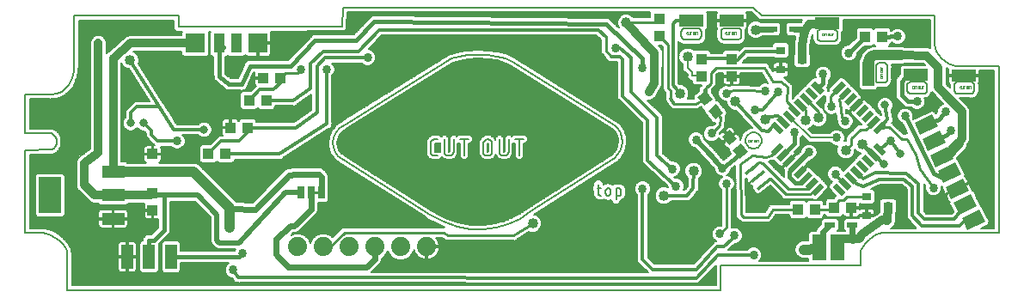
<source format=gtl>
G75*
%MOIN*%
%OFA0B0*%
%FSLAX25Y25*%
%IPPOS*%
%LPD*%
%AMOC8*
5,1,8,0,0,1.08239X$1,22.5*
%
%ADD10C,0.00600*%
%ADD11C,0.00500*%
%ADD12C,0.00800*%
%ADD13C,0.00000*%
%ADD14R,0.03937X0.04331*%
%ADD15R,0.04252X0.04134*%
%ADD16R,0.04331X0.03937*%
%ADD17C,0.07400*%
%ADD18R,0.08800X0.04800*%
%ADD19R,0.08661X0.14173*%
%ADD20R,0.03543X0.03150*%
%ADD21R,0.09500X0.04500*%
%ADD22R,0.05400X0.10000*%
%ADD23R,0.04500X0.09500*%
%ADD24R,0.05157X0.07598*%
%ADD25R,0.04134X0.07677*%
%ADD26R,0.07677X0.07677*%
%ADD27R,0.05000X0.02200*%
%ADD28R,0.02200X0.05000*%
%ADD29R,0.06299X0.01181*%
%ADD30R,0.03937X0.02362*%
%ADD31R,0.02500X0.05000*%
%ADD32C,0.01000*%
%ADD33C,0.03150*%
%ADD34C,0.01600*%
%ADD35C,0.03378*%
%ADD36C,0.01200*%
%ADD37C,0.04000*%
%ADD38C,0.03181*%
%ADD39C,0.03200*%
%ADD40C,0.02000*%
%ADD41C,0.03969*%
%ADD42C,0.02400*%
%ADD43C,0.04000*%
%ADD44C,0.02200*%
D10*
X0017703Y0038877D02*
X0017703Y0053068D01*
X0017473Y0054223D01*
X0016826Y0055511D01*
X0015826Y0056843D01*
X0014540Y0058131D01*
X0013031Y0059287D01*
X0011367Y0060221D01*
X0009609Y0060847D01*
X0007826Y0061075D01*
X0001300Y0061075D01*
X0001300Y0093285D01*
X0011489Y0093363D01*
X0012380Y0093845D01*
X0013016Y0094600D01*
X0013395Y0095536D01*
X0013520Y0096561D01*
X0013391Y0097585D01*
X0013008Y0098513D01*
X0012374Y0099256D01*
X0011489Y0099720D01*
X0001300Y0099735D01*
X0003050Y0101532D02*
X0003050Y0113003D01*
X0010879Y0113003D01*
X0010986Y0112920D01*
X0011608Y0113003D01*
X0012234Y0113003D01*
X0012330Y0113099D01*
X0013425Y0113244D01*
X0013684Y0113142D01*
X0014137Y0113339D01*
X0014627Y0113404D01*
X0014797Y0113625D01*
X0015761Y0114044D01*
X0016024Y0114014D01*
X0016421Y0114330D01*
X0016887Y0114533D01*
X0016984Y0114778D01*
X0017721Y0115365D01*
X0017947Y0115391D01*
X0018285Y0115814D01*
X0018709Y0116152D01*
X0018735Y0116378D01*
X0019280Y0117063D01*
X0019461Y0117118D01*
X0019732Y0117629D01*
X0020092Y0118081D01*
X0020071Y0118269D01*
X0020459Y0118999D01*
X0020601Y0119069D01*
X0020799Y0119641D01*
X0021084Y0120177D01*
X0021037Y0120328D01*
X0021291Y0121063D01*
X0021407Y0121140D01*
X0021530Y0121751D01*
X0021734Y0122341D01*
X0021673Y0122466D01*
X0021812Y0123157D01*
X0021913Y0123245D01*
X0021955Y0123872D01*
X0022079Y0124488D01*
X0022005Y0124599D01*
X0022041Y0125128D01*
X0022091Y0125178D01*
X0022091Y0125863D01*
X0022137Y0126545D01*
X0022091Y0126599D01*
X0022091Y0143561D01*
X0058962Y0143561D01*
X0058962Y0141756D01*
X0058960Y0141754D01*
X0058962Y0141011D01*
X0058962Y0140267D01*
X0058964Y0140265D01*
X0058964Y0140263D01*
X0059490Y0139739D01*
X0060017Y0139213D01*
X0060019Y0139213D01*
X0060021Y0139211D01*
X0060764Y0139213D01*
X0061508Y0139213D01*
X0061510Y0139214D01*
X0062056Y0139216D01*
X0061958Y0139118D01*
X0061958Y0137769D01*
X0042324Y0137808D01*
X0041829Y0137848D01*
X0041711Y0137809D01*
X0041586Y0137810D01*
X0041128Y0137621D01*
X0040656Y0137468D01*
X0040561Y0137387D01*
X0040446Y0137340D01*
X0040095Y0136990D01*
X0033810Y0131636D01*
X0033694Y0131588D01*
X0033344Y0131239D01*
X0032967Y0130918D01*
X0032910Y0130806D01*
X0032821Y0130717D01*
X0032797Y0130660D01*
X0032797Y0133359D01*
X0032886Y0133574D01*
X0032886Y0134843D01*
X0032797Y0135057D01*
X0032797Y0135325D01*
X0032325Y0136464D01*
X0031453Y0137336D01*
X0030313Y0137808D01*
X0029080Y0137808D01*
X0027941Y0137336D01*
X0027069Y0136464D01*
X0026597Y0135325D01*
X0026597Y0135057D01*
X0026508Y0134843D01*
X0026508Y0133574D01*
X0026597Y0133359D01*
X0026597Y0093787D01*
X0022671Y0090932D01*
X0022441Y0090836D01*
X0022177Y0090572D01*
X0021875Y0090353D01*
X0021745Y0090140D01*
X0021569Y0089964D01*
X0021426Y0089619D01*
X0021231Y0089301D01*
X0021192Y0089055D01*
X0021097Y0088825D01*
X0021097Y0088452D01*
X0021039Y0088083D01*
X0021097Y0087841D01*
X0021097Y0079092D01*
X0021569Y0077952D01*
X0022441Y0077080D01*
X0026441Y0073080D01*
X0027580Y0072608D01*
X0029576Y0072608D01*
X0030376Y0071808D01*
X0040418Y0071808D01*
X0041218Y0072608D01*
X0047563Y0072608D01*
X0047517Y0072529D01*
X0047428Y0072198D01*
X0047428Y0070162D01*
X0050397Y0070162D01*
X0050397Y0069562D01*
X0050997Y0069562D01*
X0050997Y0066397D01*
X0052837Y0066397D01*
X0052897Y0066413D01*
X0052897Y0063161D01*
X0050244Y0060508D01*
X0048244Y0060508D01*
X0046897Y0059161D01*
X0046897Y0057998D01*
X0046483Y0057998D01*
X0045604Y0057119D01*
X0045604Y0046376D01*
X0046483Y0045498D01*
X0052226Y0045498D01*
X0053104Y0046376D01*
X0053104Y0056863D01*
X0057497Y0061256D01*
X0057497Y0073208D01*
X0067161Y0073208D01*
X0073197Y0067173D01*
X0073197Y0057711D01*
X0073577Y0056792D01*
X0074281Y0056089D01*
X0074577Y0055792D01*
X0075281Y0055089D01*
X0076200Y0054708D01*
X0082866Y0054708D01*
X0082593Y0054048D01*
X0061604Y0054048D01*
X0061604Y0057119D01*
X0060726Y0057998D01*
X0054983Y0057998D01*
X0054104Y0057119D01*
X0054104Y0046376D01*
X0054983Y0045498D01*
X0060726Y0045498D01*
X0061604Y0046376D01*
X0061604Y0049448D01*
X0080330Y0049448D01*
X0080140Y0049369D01*
X0079243Y0048472D01*
X0078758Y0047300D01*
X0078758Y0046031D01*
X0079243Y0044859D01*
X0080140Y0043962D01*
X0081313Y0043477D01*
X0081597Y0043477D01*
X0081821Y0043153D01*
X0081817Y0042960D01*
X0082302Y0042456D01*
X0082699Y0041882D01*
X0082890Y0041847D01*
X0083025Y0041707D01*
X0083723Y0041694D01*
X0084411Y0041569D01*
X0084568Y0041677D01*
X0084676Y0041677D01*
X0085528Y0041661D01*
X0085543Y0041676D01*
X0260604Y0041453D01*
X0260626Y0041432D01*
X0261470Y0041452D01*
X0262314Y0041451D01*
X0262335Y0041472D01*
X0262365Y0041473D01*
X0262948Y0042083D01*
X0263546Y0042679D01*
X0263546Y0042709D01*
X0269058Y0048485D01*
X0269058Y0040677D01*
X0019503Y0040677D01*
X0019503Y0052522D01*
X0019614Y0052688D01*
X0019503Y0053245D01*
X0019503Y0053813D01*
X0019362Y0053955D01*
X0019331Y0054109D01*
X0019416Y0054365D01*
X0019190Y0054814D01*
X0019092Y0055306D01*
X0018868Y0055456D01*
X0018687Y0055815D01*
X0018713Y0055995D01*
X0018362Y0056463D01*
X0018099Y0056986D01*
X0017927Y0057043D01*
X0017627Y0057443D01*
X0017627Y0057588D01*
X0017190Y0058025D01*
X0016819Y0058520D01*
X0016675Y0058540D01*
X0016244Y0058972D01*
X0016226Y0059107D01*
X0015729Y0059488D01*
X0015286Y0059931D01*
X0015150Y0059931D01*
X0014602Y0060351D01*
X0014563Y0060491D01*
X0014024Y0060794D01*
X0013534Y0061169D01*
X0013390Y0061150D01*
X0012747Y0061511D01*
X0012673Y0061667D01*
X0012114Y0061866D01*
X0011598Y0062156D01*
X0011431Y0062109D01*
X0010710Y0062366D01*
X0010577Y0062538D01*
X0010030Y0062608D01*
X0009511Y0062793D01*
X0009314Y0062699D01*
X0008664Y0062782D01*
X0008571Y0062875D01*
X0007940Y0062875D01*
X0007314Y0062955D01*
X0007211Y0062875D01*
X0003100Y0062875D01*
X0003100Y0091499D01*
X0011232Y0091561D01*
X0011688Y0091425D01*
X0011950Y0091567D01*
X0012248Y0091569D01*
X0012582Y0091908D01*
X0012907Y0092084D01*
X0013277Y0092115D01*
X0013537Y0092424D01*
X0013892Y0092615D01*
X0013998Y0092972D01*
X0014115Y0093110D01*
X0014404Y0093232D01*
X0014577Y0093659D01*
X0014873Y0094011D01*
X0014846Y0094323D01*
X0014883Y0094415D01*
X0015092Y0094579D01*
X0015153Y0095081D01*
X0015344Y0095551D01*
X0015240Y0095795D01*
X0015247Y0095851D01*
X0015399Y0096047D01*
X0015333Y0096566D01*
X0015396Y0097085D01*
X0015243Y0097280D01*
X0015236Y0097335D01*
X0015339Y0097580D01*
X0015146Y0098048D01*
X0015083Y0098550D01*
X0014873Y0098713D01*
X0014836Y0098801D01*
X0014861Y0099116D01*
X0014563Y0099464D01*
X0014389Y0099888D01*
X0014097Y0100010D01*
X0013982Y0100144D01*
X0013870Y0100504D01*
X0013517Y0100689D01*
X0013258Y0100992D01*
X0012883Y0101021D01*
X0012569Y0101186D01*
X0012237Y0101519D01*
X0011933Y0101519D01*
X0011664Y0101660D01*
X0011215Y0101520D01*
X0003050Y0101532D01*
X0003050Y0101545D02*
X0011294Y0101545D01*
X0011884Y0101545D02*
X0026597Y0101545D01*
X0026597Y0102143D02*
X0003050Y0102143D01*
X0003050Y0102742D02*
X0026597Y0102742D01*
X0026597Y0103340D02*
X0003050Y0103340D01*
X0003050Y0103939D02*
X0026597Y0103939D01*
X0026597Y0104537D02*
X0003050Y0104537D01*
X0003050Y0105136D02*
X0026597Y0105136D01*
X0026597Y0105734D02*
X0003050Y0105734D01*
X0003050Y0106333D02*
X0026597Y0106333D01*
X0026597Y0106931D02*
X0003050Y0106931D01*
X0003050Y0107530D02*
X0026597Y0107530D01*
X0026597Y0108128D02*
X0003050Y0108128D01*
X0003050Y0108727D02*
X0026597Y0108727D01*
X0026597Y0109325D02*
X0003050Y0109325D01*
X0003050Y0109924D02*
X0026597Y0109924D01*
X0026597Y0110522D02*
X0003050Y0110522D01*
X0003050Y0111121D02*
X0026597Y0111121D01*
X0026597Y0111719D02*
X0003050Y0111719D01*
X0003050Y0112318D02*
X0026597Y0112318D01*
X0026597Y0112916D02*
X0003050Y0112916D01*
X0001300Y0114803D02*
X0011489Y0114803D01*
X0013651Y0115090D01*
X0015486Y0115887D01*
X0017005Y0117096D01*
X0018220Y0118620D01*
X0019144Y0120362D01*
X0019789Y0122225D01*
X0020167Y0124111D01*
X0020291Y0125924D01*
X0020291Y0145461D01*
X0022091Y0143440D02*
X0058962Y0143440D01*
X0058962Y0142842D02*
X0022091Y0142842D01*
X0022091Y0142243D02*
X0058962Y0142243D01*
X0058961Y0141645D02*
X0022091Y0141645D01*
X0022091Y0141046D02*
X0058962Y0141046D01*
X0058962Y0140448D02*
X0022091Y0140448D01*
X0022091Y0139849D02*
X0059379Y0139849D01*
X0059978Y0139251D02*
X0022091Y0139251D01*
X0022091Y0138652D02*
X0061958Y0138652D01*
X0061958Y0138054D02*
X0022091Y0138054D01*
X0022091Y0137455D02*
X0028228Y0137455D01*
X0027461Y0136857D02*
X0022091Y0136857D01*
X0022091Y0136258D02*
X0026983Y0136258D01*
X0026736Y0135660D02*
X0022091Y0135660D01*
X0022091Y0135061D02*
X0026597Y0135061D01*
X0026508Y0134463D02*
X0022091Y0134463D01*
X0022091Y0133864D02*
X0026508Y0133864D01*
X0026597Y0133266D02*
X0022091Y0133266D01*
X0022091Y0132667D02*
X0026597Y0132667D01*
X0026597Y0132069D02*
X0022091Y0132069D01*
X0022091Y0131470D02*
X0026597Y0131470D01*
X0026597Y0130872D02*
X0022091Y0130872D01*
X0022091Y0130273D02*
X0026597Y0130273D01*
X0026597Y0129675D02*
X0022091Y0129675D01*
X0022091Y0129076D02*
X0026597Y0129076D01*
X0026597Y0128478D02*
X0022091Y0128478D01*
X0022091Y0127879D02*
X0026597Y0127879D01*
X0026597Y0127281D02*
X0022091Y0127281D01*
X0022091Y0126682D02*
X0026597Y0126682D01*
X0026597Y0126084D02*
X0022106Y0126084D01*
X0022091Y0125485D02*
X0026597Y0125485D01*
X0026597Y0124887D02*
X0022024Y0124887D01*
X0022039Y0124288D02*
X0026597Y0124288D01*
X0026597Y0123689D02*
X0021943Y0123689D01*
X0021799Y0123091D02*
X0026597Y0123091D01*
X0026597Y0122492D02*
X0021678Y0122492D01*
X0021579Y0121894D02*
X0026597Y0121894D01*
X0026597Y0121295D02*
X0021438Y0121295D01*
X0021165Y0120697D02*
X0026597Y0120697D01*
X0026597Y0120098D02*
X0021042Y0120098D01*
X0020750Y0119500D02*
X0026597Y0119500D01*
X0026597Y0118901D02*
X0020407Y0118901D01*
X0020089Y0118303D02*
X0026597Y0118303D01*
X0026597Y0117704D02*
X0019792Y0117704D01*
X0019421Y0117106D02*
X0026597Y0117106D01*
X0026597Y0116507D02*
X0018838Y0116507D01*
X0018404Y0115909D02*
X0026597Y0115909D01*
X0026597Y0115310D02*
X0017652Y0115310D01*
X0016957Y0114712D02*
X0026597Y0114712D01*
X0026597Y0114113D02*
X0016148Y0114113D01*
X0014712Y0113515D02*
X0026597Y0113515D01*
X0038529Y0113515D02*
X0048717Y0113515D01*
X0048340Y0114113D02*
X0038530Y0114113D01*
X0038531Y0114712D02*
X0047963Y0114712D01*
X0047586Y0115310D02*
X0038531Y0115310D01*
X0038532Y0115909D02*
X0047209Y0115909D01*
X0046833Y0116507D02*
X0038533Y0116507D01*
X0038533Y0117106D02*
X0046456Y0117106D01*
X0046079Y0117704D02*
X0038534Y0117704D01*
X0038535Y0118303D02*
X0045702Y0118303D01*
X0045325Y0118901D02*
X0038535Y0118901D01*
X0038536Y0119500D02*
X0044948Y0119500D01*
X0044571Y0120098D02*
X0038537Y0120098D01*
X0038537Y0120697D02*
X0044195Y0120697D01*
X0043818Y0121295D02*
X0038538Y0121295D01*
X0038539Y0121894D02*
X0043441Y0121894D01*
X0043064Y0122492D02*
X0038540Y0122492D01*
X0038540Y0123091D02*
X0042687Y0123091D01*
X0042310Y0123689D02*
X0038541Y0123689D01*
X0038542Y0124288D02*
X0041934Y0124288D01*
X0041669Y0124708D02*
X0049536Y0112213D01*
X0043732Y0112213D01*
X0040097Y0108578D01*
X0040097Y0105957D01*
X0039590Y0105450D01*
X0039122Y0104320D01*
X0039122Y0103097D01*
X0039590Y0101967D01*
X0040455Y0101102D01*
X0041585Y0100634D01*
X0042808Y0100634D01*
X0043939Y0101102D01*
X0044697Y0101860D01*
X0045455Y0101102D01*
X0046585Y0100634D01*
X0047302Y0100634D01*
X0048097Y0099838D01*
X0048097Y0098338D01*
X0050597Y0095838D01*
X0051415Y0095020D01*
X0050997Y0095020D01*
X0050997Y0091953D01*
X0054123Y0091953D01*
X0054123Y0093891D01*
X0054034Y0094222D01*
X0053863Y0094518D01*
X0053773Y0094608D01*
X0057787Y0094608D01*
X0058390Y0094005D01*
X0059563Y0093519D01*
X0060831Y0093519D01*
X0062003Y0094005D01*
X0062900Y0094902D01*
X0063386Y0096074D01*
X0063386Y0097343D01*
X0062900Y0098515D01*
X0062307Y0099108D01*
X0068426Y0099108D01*
X0068946Y0098588D01*
X0070082Y0098118D01*
X0071312Y0098118D01*
X0072448Y0098588D01*
X0073317Y0099458D01*
X0073787Y0100594D01*
X0073787Y0101823D01*
X0073317Y0102959D01*
X0072448Y0103828D01*
X0071312Y0104299D01*
X0070082Y0104299D01*
X0068946Y0103828D01*
X0068426Y0103308D01*
X0060106Y0103308D01*
X0055440Y0110719D01*
X0055440Y0110983D01*
X0054992Y0111432D01*
X0054654Y0111968D01*
X0045217Y0126956D01*
X0045447Y0127512D01*
X0045447Y0128905D01*
X0044914Y0130191D01*
X0043929Y0131175D01*
X0043190Y0131482D01*
X0043336Y0131606D01*
X0061958Y0131569D01*
X0061958Y0130198D01*
X0062837Y0129320D01*
X0071757Y0129320D01*
X0072635Y0130198D01*
X0072635Y0139118D01*
X0072513Y0139241D01*
X0073104Y0139242D01*
X0073030Y0139168D01*
X0073030Y0130248D01*
X0073909Y0129370D01*
X0074297Y0129370D01*
X0074297Y0126022D01*
X0074270Y0125993D01*
X0074297Y0125074D01*
X0074297Y0124156D01*
X0074325Y0124128D01*
X0074372Y0122530D01*
X0074331Y0122482D01*
X0074399Y0121586D01*
X0074426Y0120688D01*
X0074472Y0120645D01*
X0074477Y0120582D01*
X0075159Y0119998D01*
X0075812Y0119381D01*
X0075875Y0119383D01*
X0078633Y0117020D01*
X0079244Y0116408D01*
X0079346Y0116408D01*
X0079423Y0116342D01*
X0080285Y0116408D01*
X0084689Y0116408D01*
X0085092Y0116221D01*
X0085604Y0116408D01*
X0086150Y0116408D01*
X0086464Y0116723D01*
X0086882Y0116876D01*
X0087111Y0117370D01*
X0087497Y0117756D01*
X0087497Y0118200D01*
X0089915Y0123408D01*
X0090332Y0123408D01*
X0090332Y0121508D01*
X0093300Y0121508D01*
X0093300Y0120908D01*
X0090332Y0120908D01*
X0090332Y0118872D01*
X0090420Y0118541D01*
X0090592Y0118245D01*
X0090754Y0118082D01*
X0090250Y0117578D01*
X0088796Y0116124D01*
X0085511Y0116124D01*
X0084632Y0115245D01*
X0084632Y0109672D01*
X0085511Y0108793D01*
X0090690Y0108793D01*
X0091447Y0109550D01*
X0092203Y0108793D01*
X0097383Y0108793D01*
X0098262Y0109672D01*
X0098262Y0110358D01*
X0105016Y0110358D01*
X0105694Y0110240D01*
X0105862Y0110358D01*
X0106067Y0110358D01*
X0106554Y0110845D01*
X0112347Y0114922D01*
X0112347Y0108804D01*
X0105538Y0104059D01*
X0091012Y0104074D01*
X0091012Y0104745D01*
X0090133Y0105624D01*
X0084953Y0105624D01*
X0084075Y0104745D01*
X0084075Y0104459D01*
X0084030Y0104625D01*
X0083859Y0104922D01*
X0083617Y0105164D01*
X0083321Y0105335D01*
X0082990Y0105424D01*
X0081150Y0105424D01*
X0081150Y0102258D01*
X0080550Y0102258D01*
X0080550Y0101658D01*
X0077582Y0101658D01*
X0077582Y0099622D01*
X0077670Y0099291D01*
X0077842Y0098995D01*
X0078028Y0098808D01*
X0076481Y0098808D01*
X0075250Y0097578D01*
X0073046Y0095374D01*
X0069761Y0095374D01*
X0068882Y0094495D01*
X0068882Y0088922D01*
X0069761Y0088043D01*
X0074940Y0088043D01*
X0075697Y0088800D01*
X0076453Y0088043D01*
X0081633Y0088043D01*
X0082512Y0088922D01*
X0082512Y0089608D01*
X0099722Y0089608D01*
X0100352Y0089472D01*
X0100564Y0089608D01*
X0100817Y0089608D01*
X0101273Y0090064D01*
X0118814Y0101358D01*
X0119067Y0101358D01*
X0119523Y0101814D01*
X0120065Y0102164D01*
X0120118Y0102410D01*
X0120297Y0102588D01*
X0120297Y0103233D01*
X0120433Y0103864D01*
X0120297Y0104076D01*
X0120297Y0122048D01*
X0120900Y0122652D01*
X0121386Y0123824D01*
X0121386Y0125093D01*
X0120900Y0126265D01*
X0120207Y0126958D01*
X0131773Y0126958D01*
X0132265Y0126466D01*
X0133438Y0125980D01*
X0134706Y0125980D01*
X0135878Y0126466D01*
X0136775Y0127363D01*
X0137261Y0128535D01*
X0137261Y0129804D01*
X0136775Y0130976D01*
X0135878Y0131873D01*
X0134706Y0132358D01*
X0134426Y0132358D01*
X0139480Y0137733D01*
X0222706Y0137733D01*
X0224658Y0136162D01*
X0224658Y0131927D01*
X0224571Y0131228D01*
X0224658Y0131116D01*
X0224658Y0130975D01*
X0225156Y0130477D01*
X0226317Y0128986D01*
X0226317Y0128674D01*
X0227547Y0127444D01*
X0230847Y0127444D01*
X0230847Y0115062D01*
X0230836Y0115051D01*
X0230847Y0114194D01*
X0230847Y0113338D01*
X0230858Y0113327D01*
X0230858Y0113311D01*
X0231471Y0112714D01*
X0232077Y0112108D01*
X0232093Y0112108D01*
X0240594Y0103825D01*
X0240549Y0090126D01*
X0240510Y0090083D01*
X0240547Y0089265D01*
X0240544Y0088445D01*
X0240585Y0088404D01*
X0240588Y0088345D01*
X0241193Y0087792D01*
X0241770Y0087211D01*
X0241829Y0087211D01*
X0250508Y0079278D01*
X0250508Y0078725D01*
X0249643Y0079083D01*
X0248251Y0079083D01*
X0246964Y0078550D01*
X0245980Y0077566D01*
X0245447Y0076280D01*
X0245447Y0074887D01*
X0245980Y0073601D01*
X0246964Y0072616D01*
X0248251Y0072083D01*
X0249643Y0072083D01*
X0250929Y0072616D01*
X0251797Y0073483D01*
X0257191Y0073483D01*
X0257278Y0073411D01*
X0258046Y0073483D01*
X0258817Y0073483D01*
X0258897Y0073564D01*
X0259010Y0073574D01*
X0259502Y0074168D01*
X0260047Y0074713D01*
X0260047Y0074827D01*
X0261902Y0077068D01*
X0262447Y0077613D01*
X0262447Y0077727D01*
X0262519Y0077815D01*
X0262447Y0078582D01*
X0262447Y0078692D01*
X0262502Y0082188D01*
X0263414Y0083101D01*
X0263947Y0084387D01*
X0263947Y0085780D01*
X0263414Y0087066D01*
X0262429Y0088050D01*
X0261143Y0088583D01*
X0259751Y0088583D01*
X0258464Y0088050D01*
X0257480Y0087066D01*
X0256947Y0085780D01*
X0256947Y0084387D01*
X0257480Y0083101D01*
X0258303Y0082278D01*
X0258260Y0079592D01*
X0258247Y0079578D01*
X0258247Y0079240D01*
X0256959Y0077683D01*
X0256517Y0077683D01*
X0256886Y0078574D01*
X0256886Y0079843D01*
X0256400Y0081015D01*
X0255503Y0081912D01*
X0254331Y0082397D01*
X0253321Y0082397D01*
X0252987Y0082703D01*
X0254078Y0083155D01*
X0254975Y0084052D01*
X0255461Y0085224D01*
X0255461Y0086493D01*
X0254975Y0087665D01*
X0254078Y0088562D01*
X0252906Y0089047D01*
X0251822Y0089047D01*
X0248445Y0092011D01*
X0248423Y0105098D01*
X0248427Y0105102D01*
X0248422Y0105967D01*
X0248420Y0106832D01*
X0248416Y0106836D01*
X0248416Y0106841D01*
X0247800Y0107450D01*
X0247188Y0108060D01*
X0247183Y0108060D01*
X0242666Y0112519D01*
X0243831Y0112519D01*
X0245003Y0113005D01*
X0245900Y0113902D01*
X0246336Y0114953D01*
X0247672Y0117292D01*
X0247802Y0117419D01*
X0247976Y0117823D01*
X0248194Y0118206D01*
X0248217Y0118386D01*
X0248289Y0118552D01*
X0248294Y0118992D01*
X0248350Y0119429D01*
X0248302Y0119604D01*
X0248446Y0130864D01*
X0248465Y0131451D01*
X0248454Y0131480D01*
X0248454Y0131510D01*
X0248237Y0132056D01*
X0248030Y0132605D01*
X0248009Y0132627D01*
X0247997Y0132656D01*
X0247587Y0133076D01*
X0246820Y0133893D01*
X0247837Y0133893D01*
X0248488Y0133242D01*
X0248488Y0116682D01*
X0249697Y0115473D01*
X0249697Y0113811D01*
X0249482Y0112532D01*
X0249697Y0112230D01*
X0249697Y0112213D01*
X0249738Y0112172D01*
X0250924Y0110506D01*
X0250924Y0110500D01*
X0250942Y0110482D01*
X0251727Y0109378D01*
X0252077Y0109319D01*
X0252082Y0109315D01*
X0252107Y0109314D01*
X0253443Y0109090D01*
X0253732Y0109295D01*
X0260919Y0109211D01*
X0261473Y0109061D01*
X0261719Y0109202D01*
X0262002Y0109199D01*
X0262412Y0109600D01*
X0263102Y0109995D01*
X0263869Y0109014D01*
X0264655Y0108918D01*
X0264558Y0108132D01*
X0267990Y0103740D01*
X0268715Y0103651D01*
X0268714Y0103620D01*
X0267898Y0102860D01*
X0266775Y0102860D01*
X0265603Y0102374D01*
X0264706Y0101477D01*
X0264220Y0100305D01*
X0264220Y0099037D01*
X0264706Y0097864D01*
X0265603Y0096967D01*
X0266775Y0096482D01*
X0268044Y0096482D01*
X0269216Y0096967D01*
X0270113Y0097864D01*
X0270254Y0098204D01*
X0270372Y0097924D01*
X0271626Y0096319D01*
X0273965Y0098147D01*
X0274335Y0097674D01*
X0271996Y0095847D01*
X0273249Y0094242D01*
X0273523Y0094036D01*
X0273840Y0093908D01*
X0274179Y0093866D01*
X0274058Y0092882D01*
X0274974Y0091710D01*
X0274707Y0091463D01*
X0272118Y0089450D01*
X0271040Y0090628D01*
X0271036Y0090638D01*
X0270705Y0090994D01*
X0270376Y0091353D01*
X0270365Y0091357D01*
X0269771Y0091996D01*
X0264636Y0097504D01*
X0264636Y0097893D01*
X0264150Y0099065D01*
X0263253Y0099962D01*
X0262081Y0100447D01*
X0260813Y0100447D01*
X0259640Y0099962D01*
X0258743Y0099065D01*
X0258258Y0097893D01*
X0258258Y0096624D01*
X0258743Y0095452D01*
X0259640Y0094555D01*
X0260813Y0094069D01*
X0261002Y0094069D01*
X0266113Y0088586D01*
X0266113Y0088586D01*
X0267031Y0087602D01*
X0268508Y0085989D01*
X0268508Y0085574D01*
X0268993Y0084402D01*
X0269890Y0083505D01*
X0271063Y0083019D01*
X0271650Y0083019D01*
X0271390Y0082912D01*
X0270493Y0082015D01*
X0270008Y0080843D01*
X0270008Y0079574D01*
X0270493Y0078402D01*
X0271197Y0077698D01*
X0271197Y0064037D01*
X0271057Y0063897D01*
X0270063Y0063897D01*
X0268890Y0063412D01*
X0267993Y0062515D01*
X0267508Y0061343D01*
X0267508Y0060074D01*
X0267993Y0058902D01*
X0268890Y0058005D01*
X0269365Y0057808D01*
X0268702Y0057808D01*
X0268670Y0057776D01*
X0268625Y0057775D01*
X0268059Y0057166D01*
X0267472Y0056578D01*
X0267472Y0056533D01*
X0260531Y0049058D01*
X0245317Y0049058D01*
X0242797Y0051578D01*
X0242797Y0075798D01*
X0243400Y0076402D01*
X0243886Y0077574D01*
X0243886Y0078843D01*
X0243400Y0080015D01*
X0242503Y0080912D01*
X0241331Y0081397D01*
X0240063Y0081397D01*
X0238890Y0080912D01*
X0237993Y0080015D01*
X0237508Y0078843D01*
X0237508Y0077574D01*
X0237993Y0076402D01*
X0238597Y0075798D01*
X0238597Y0049838D01*
X0239827Y0048608D01*
X0242760Y0045676D01*
X0135619Y0045812D01*
X0139236Y0049429D01*
X0139647Y0050421D01*
X0139647Y0051198D01*
X0139892Y0051300D01*
X0141355Y0052763D01*
X0141947Y0054191D01*
X0142538Y0052763D01*
X0144001Y0051300D01*
X0145913Y0050508D01*
X0147981Y0050508D01*
X0149892Y0051300D01*
X0151355Y0052763D01*
X0152079Y0054510D01*
X0152313Y0053789D01*
X0152670Y0053088D01*
X0153133Y0052451D01*
X0153690Y0051895D01*
X0154326Y0051432D01*
X0155028Y0051075D01*
X0155776Y0050831D01*
X0156553Y0050708D01*
X0156647Y0050708D01*
X0156647Y0055408D01*
X0157247Y0055408D01*
X0157247Y0050708D01*
X0157340Y0050708D01*
X0158118Y0050831D01*
X0158866Y0051075D01*
X0159567Y0051432D01*
X0160204Y0051895D01*
X0160761Y0052451D01*
X0161223Y0053088D01*
X0161581Y0053789D01*
X0161824Y0054537D01*
X0161947Y0055315D01*
X0161947Y0055408D01*
X0157247Y0055408D01*
X0157247Y0056008D01*
X0161947Y0056008D01*
X0161947Y0056102D01*
X0161824Y0056879D01*
X0161581Y0057628D01*
X0161223Y0058329D01*
X0160761Y0058966D01*
X0160418Y0059308D01*
X0162902Y0059308D01*
X0163881Y0058570D01*
X0164368Y0058083D01*
X0164527Y0058083D01*
X0164654Y0057988D01*
X0165337Y0058083D01*
X0190471Y0058083D01*
X0191058Y0057949D01*
X0191272Y0058083D01*
X0191525Y0058083D01*
X0191951Y0058509D01*
X0196701Y0061488D01*
X0197376Y0061208D01*
X0198768Y0061208D01*
X0200054Y0061741D01*
X0201039Y0062726D01*
X0201572Y0064012D01*
X0201572Y0065405D01*
X0201039Y0066691D01*
X0200054Y0067675D01*
X0198768Y0068208D01*
X0198695Y0068208D01*
X0230474Y0088395D01*
X0230762Y0088414D01*
X0231080Y0088780D01*
X0231489Y0089039D01*
X0231552Y0089321D01*
X0231977Y0089808D01*
X0232171Y0089861D01*
X0232453Y0090353D01*
X0232825Y0090781D01*
X0232811Y0090981D01*
X0233127Y0091534D01*
X0233292Y0091613D01*
X0233486Y0092163D01*
X0233776Y0092670D01*
X0233727Y0092846D01*
X0233952Y0093483D01*
X0234101Y0093591D01*
X0234193Y0094166D01*
X0234387Y0094716D01*
X0234308Y0094882D01*
X0234420Y0095582D01*
X0234557Y0095729D01*
X0234535Y0096296D01*
X0234624Y0096855D01*
X0234506Y0097018D01*
X0234477Y0097762D01*
X0234592Y0097965D01*
X0234449Y0098483D01*
X0234428Y0099019D01*
X0234257Y0099178D01*
X0234045Y0099944D01*
X0234111Y0100206D01*
X0233853Y0100637D01*
X0233719Y0101122D01*
X0233485Y0101255D01*
X0233034Y0102010D01*
X0233020Y0102304D01*
X0232666Y0102626D01*
X0232421Y0103038D01*
X0232135Y0103110D01*
X0231461Y0103723D01*
X0231420Y0103902D01*
X0230925Y0104211D01*
X0230494Y0104604D01*
X0230310Y0104595D01*
X0191590Y0128786D01*
X0191553Y0128892D01*
X0190970Y0129173D01*
X0190421Y0129516D01*
X0190312Y0129491D01*
X0188868Y0130187D01*
X0188768Y0130357D01*
X0188216Y0130501D01*
X0187702Y0130749D01*
X0187516Y0130684D01*
X0185424Y0131229D01*
X0185346Y0131331D01*
X0184718Y0131413D01*
X0184105Y0131573D01*
X0183994Y0131508D01*
X0181576Y0131826D01*
X0181509Y0131898D01*
X0180850Y0131922D01*
X0180195Y0132008D01*
X0180117Y0131948D01*
X0177555Y0132039D01*
X0177488Y0132100D01*
X0176821Y0132065D01*
X0176155Y0132089D01*
X0176089Y0132027D01*
X0173592Y0131898D01*
X0173512Y0131958D01*
X0172861Y0131860D01*
X0172203Y0131827D01*
X0172136Y0131752D01*
X0169912Y0131420D01*
X0169793Y0131485D01*
X0169191Y0131312D01*
X0168571Y0131219D01*
X0168490Y0131110D01*
X0166696Y0130593D01*
X0166475Y0130656D01*
X0166003Y0130394D01*
X0165483Y0130244D01*
X0165372Y0130044D01*
X0164404Y0129506D01*
X0164356Y0129517D01*
X0163759Y0129147D01*
X0163145Y0128806D01*
X0163131Y0128758D01*
X0125030Y0105122D01*
X0124961Y0105133D01*
X0124404Y0104734D01*
X0123822Y0104373D01*
X0123806Y0104305D01*
X0122668Y0103487D01*
X0122415Y0103465D01*
X0122083Y0103068D01*
X0121662Y0102766D01*
X0121621Y0102516D01*
X0120783Y0101514D01*
X0120532Y0101421D01*
X0120322Y0100962D01*
X0119998Y0100576D01*
X0120022Y0100309D01*
X0119550Y0099279D01*
X0119331Y0099120D01*
X0119251Y0098625D01*
X0119042Y0098169D01*
X0119136Y0097915D01*
X0118974Y0096908D01*
X0118805Y0096700D01*
X0118859Y0096198D01*
X0118779Y0095701D01*
X0118935Y0095484D01*
X0119037Y0094533D01*
X0118930Y0094289D01*
X0119113Y0093817D01*
X0119167Y0093314D01*
X0119374Y0093147D01*
X0119711Y0092279D01*
X0119672Y0092013D01*
X0119972Y0091608D01*
X0120154Y0091139D01*
X0120400Y0091031D01*
X0120965Y0090270D01*
X0121001Y0089995D01*
X0121393Y0089692D01*
X0121688Y0089295D01*
X0121962Y0089254D01*
X0122611Y0088755D01*
X0122631Y0088663D01*
X0123192Y0088307D01*
X0123717Y0087902D01*
X0123811Y0087914D01*
X0156745Y0067021D01*
X0156772Y0066937D01*
X0157365Y0066628D01*
X0157930Y0066270D01*
X0158016Y0066289D01*
X0162159Y0064130D01*
X0162222Y0063999D01*
X0162804Y0063794D01*
X0163352Y0063508D01*
X0163491Y0063552D01*
X0163969Y0063384D01*
X0163432Y0063308D01*
X0124368Y0063308D01*
X0123197Y0062137D01*
X0120535Y0059474D01*
X0119892Y0060117D01*
X0117981Y0060908D01*
X0115912Y0060908D01*
X0114001Y0060117D01*
X0112538Y0058654D01*
X0111947Y0057225D01*
X0111355Y0058654D01*
X0109892Y0060117D01*
X0107981Y0060908D01*
X0105912Y0060908D01*
X0104476Y0060313D01*
X0105241Y0061008D01*
X0106234Y0061008D01*
X0107226Y0061419D01*
X0107986Y0062179D01*
X0114486Y0068679D01*
X0114897Y0069671D01*
X0114897Y0072708D01*
X0118068Y0072708D01*
X0118947Y0073587D01*
X0118947Y0079830D01*
X0118897Y0079880D01*
X0118897Y0083245D01*
X0118486Y0084238D01*
X0117726Y0084997D01*
X0116726Y0085997D01*
X0115734Y0086408D01*
X0106666Y0086408D01*
X0106603Y0086431D01*
X0106132Y0086408D01*
X0105660Y0086408D01*
X0105597Y0086382D01*
X0103619Y0086287D01*
X0103128Y0086280D01*
X0103084Y0086261D01*
X0103036Y0086258D01*
X0102593Y0086049D01*
X0102142Y0085855D01*
X0102108Y0085820D01*
X0102065Y0085800D01*
X0101735Y0085436D01*
X0089585Y0072938D01*
X0083255Y0073100D01*
X0068624Y0087731D01*
X0067338Y0088263D01*
X0053511Y0088263D01*
X0053444Y0088330D01*
X0053158Y0088330D01*
X0053325Y0088375D01*
X0053621Y0088546D01*
X0053863Y0088788D01*
X0054034Y0089084D01*
X0054123Y0089415D01*
X0054123Y0091353D01*
X0050997Y0091353D01*
X0050997Y0091953D01*
X0050397Y0091953D01*
X0050397Y0091353D01*
X0047271Y0091353D01*
X0047271Y0089415D01*
X0047359Y0089084D01*
X0047531Y0088788D01*
X0047773Y0088546D01*
X0048069Y0088375D01*
X0048235Y0088330D01*
X0047950Y0088330D01*
X0047883Y0088263D01*
X0040863Y0088263D01*
X0040418Y0088708D01*
X0038501Y0088708D01*
X0038545Y0127275D01*
X0038980Y0126226D01*
X0039964Y0125241D01*
X0041251Y0124708D01*
X0041669Y0124708D01*
X0040820Y0124887D02*
X0038542Y0124887D01*
X0038543Y0125485D02*
X0039720Y0125485D01*
X0039122Y0126084D02*
X0038544Y0126084D01*
X0038544Y0126682D02*
X0038791Y0126682D01*
X0043218Y0131470D02*
X0061958Y0131470D01*
X0061958Y0130872D02*
X0044233Y0130872D01*
X0044832Y0130273D02*
X0061958Y0130273D01*
X0062482Y0129675D02*
X0045128Y0129675D01*
X0045376Y0129076D02*
X0074297Y0129076D01*
X0074297Y0128478D02*
X0045447Y0128478D01*
X0045447Y0127879D02*
X0074297Y0127879D01*
X0074297Y0127281D02*
X0045351Y0127281D01*
X0045389Y0126682D02*
X0074297Y0126682D01*
X0074297Y0126084D02*
X0045766Y0126084D01*
X0046143Y0125485D02*
X0074285Y0125485D01*
X0074297Y0124887D02*
X0046520Y0124887D01*
X0046897Y0124288D02*
X0074297Y0124288D01*
X0074338Y0123689D02*
X0047274Y0123689D01*
X0047650Y0123091D02*
X0074355Y0123091D01*
X0074340Y0122492D02*
X0048027Y0122492D01*
X0048404Y0121894D02*
X0074376Y0121894D01*
X0074408Y0121295D02*
X0048781Y0121295D01*
X0049158Y0120697D02*
X0074426Y0120697D01*
X0075041Y0120098D02*
X0049535Y0120098D01*
X0049912Y0119500D02*
X0075686Y0119500D01*
X0076437Y0118901D02*
X0050288Y0118901D01*
X0050665Y0118303D02*
X0077136Y0118303D01*
X0077834Y0117704D02*
X0051042Y0117704D01*
X0051419Y0117106D02*
X0078532Y0117106D01*
X0079145Y0116507D02*
X0051796Y0116507D01*
X0052173Y0115909D02*
X0085296Y0115909D01*
X0084697Y0115310D02*
X0052549Y0115310D01*
X0052926Y0114712D02*
X0084632Y0114712D01*
X0084632Y0114113D02*
X0053303Y0114113D01*
X0053680Y0113515D02*
X0084632Y0113515D01*
X0084632Y0112916D02*
X0054057Y0112916D01*
X0054434Y0112318D02*
X0084632Y0112318D01*
X0084632Y0111719D02*
X0054810Y0111719D01*
X0054654Y0111968D02*
X0054654Y0111968D01*
X0055302Y0111121D02*
X0084632Y0111121D01*
X0084632Y0110522D02*
X0055564Y0110522D01*
X0055941Y0109924D02*
X0084632Y0109924D01*
X0084978Y0109325D02*
X0056318Y0109325D01*
X0056695Y0108727D02*
X0112235Y0108727D01*
X0112347Y0109325D02*
X0097915Y0109325D01*
X0098262Y0109924D02*
X0112347Y0109924D01*
X0112347Y0110522D02*
X0106231Y0110522D01*
X0106945Y0111121D02*
X0112347Y0111121D01*
X0112347Y0111719D02*
X0107796Y0111719D01*
X0108646Y0112318D02*
X0112347Y0112318D01*
X0112347Y0112916D02*
X0109497Y0112916D01*
X0110347Y0113515D02*
X0112347Y0113515D01*
X0112347Y0114113D02*
X0111198Y0114113D01*
X0112048Y0114712D02*
X0112347Y0114712D01*
X0120297Y0114712D02*
X0140489Y0114712D01*
X0141454Y0115310D02*
X0120297Y0115310D01*
X0120297Y0115909D02*
X0142419Y0115909D01*
X0143383Y0116507D02*
X0120297Y0116507D01*
X0120297Y0117106D02*
X0144348Y0117106D01*
X0145313Y0117704D02*
X0120297Y0117704D01*
X0120297Y0118303D02*
X0146278Y0118303D01*
X0147243Y0118901D02*
X0120297Y0118901D01*
X0120297Y0119500D02*
X0148208Y0119500D01*
X0149172Y0120098D02*
X0120297Y0120098D01*
X0120297Y0120697D02*
X0150137Y0120697D01*
X0151102Y0121295D02*
X0120297Y0121295D01*
X0120297Y0121894D02*
X0152067Y0121894D01*
X0153032Y0122492D02*
X0120741Y0122492D01*
X0121082Y0123091D02*
X0153996Y0123091D01*
X0154961Y0123689D02*
X0121330Y0123689D01*
X0121386Y0124288D02*
X0155926Y0124288D01*
X0156891Y0124887D02*
X0121386Y0124887D01*
X0121223Y0125485D02*
X0157856Y0125485D01*
X0158820Y0126084D02*
X0134955Y0126084D01*
X0136094Y0126682D02*
X0159785Y0126682D01*
X0160750Y0127281D02*
X0136693Y0127281D01*
X0136989Y0127879D02*
X0161715Y0127879D01*
X0162680Y0128478D02*
X0137237Y0128478D01*
X0137261Y0129076D02*
X0163631Y0129076D01*
X0164708Y0129675D02*
X0137261Y0129675D01*
X0137066Y0130273D02*
X0165583Y0130273D01*
X0166698Y0128721D02*
X0169574Y0129549D01*
X0173041Y0130067D01*
X0176836Y0130263D01*
X0180700Y0130126D01*
X0184372Y0129643D01*
X0187592Y0128804D01*
X0190100Y0127595D01*
X0229833Y0102771D01*
X0231257Y0101475D01*
X0232183Y0099923D01*
X0232659Y0098204D01*
X0232729Y0096404D01*
X0232442Y0094612D01*
X0231843Y0092915D01*
X0230978Y0091402D01*
X0229895Y0090159D01*
X0197289Y0069447D01*
X0193079Y0066639D01*
X0188596Y0064518D01*
X0183880Y0063119D01*
X0178974Y0062478D01*
X0173919Y0062628D01*
X0168754Y0063607D01*
X0163523Y0065449D01*
X0158265Y0068189D01*
X0124225Y0089783D01*
X0122690Y0090966D01*
X0121562Y0092486D01*
X0120878Y0094247D01*
X0120674Y0096150D01*
X0120989Y0098097D01*
X0121857Y0099993D01*
X0123317Y0101738D01*
X0125405Y0103236D01*
X0164671Y0127595D01*
X0166698Y0128721D01*
X0167316Y0127234D02*
X0169915Y0127982D01*
X0173200Y0128474D01*
X0176849Y0128662D01*
X0180567Y0128530D01*
X0184065Y0128070D01*
X0187038Y0127295D01*
X0189326Y0126191D01*
X0228863Y0101490D01*
X0230005Y0100451D01*
X0230699Y0099289D01*
X0231067Y0097956D01*
X0231124Y0096500D01*
X0230885Y0095008D01*
X0230382Y0093583D01*
X0229668Y0092333D01*
X0228841Y0091385D01*
X0196973Y0071142D01*
X0196952Y0071146D01*
X0196415Y0070788D01*
X0195871Y0070443D01*
X0195867Y0070422D01*
X0192288Y0068036D01*
X0188023Y0066017D01*
X0183547Y0064689D01*
X0178894Y0064081D01*
X0174092Y0064224D01*
X0169171Y0065157D01*
X0164161Y0066920D01*
X0159065Y0069577D01*
X0125144Y0091095D01*
X0123842Y0092098D01*
X0122975Y0093267D01*
X0122446Y0094628D01*
X0122288Y0096106D01*
X0122534Y0097628D01*
X0123223Y0099131D01*
X0124415Y0100556D01*
X0126294Y0101905D01*
X0165482Y0126215D01*
X0167316Y0127234D01*
X0167478Y0127281D02*
X0187067Y0127281D01*
X0188308Y0126682D02*
X0166323Y0126682D01*
X0165270Y0126084D02*
X0189499Y0126084D01*
X0190457Y0125485D02*
X0164305Y0125485D01*
X0163341Y0124887D02*
X0191415Y0124887D01*
X0192373Y0124288D02*
X0162376Y0124288D01*
X0161411Y0123689D02*
X0193331Y0123689D01*
X0194289Y0123091D02*
X0160446Y0123091D01*
X0159481Y0122492D02*
X0195247Y0122492D01*
X0196205Y0121894D02*
X0158517Y0121894D01*
X0157552Y0121295D02*
X0197163Y0121295D01*
X0198121Y0120697D02*
X0156587Y0120697D01*
X0155622Y0120098D02*
X0199079Y0120098D01*
X0200037Y0119500D02*
X0154657Y0119500D01*
X0153692Y0118901D02*
X0200995Y0118901D01*
X0201953Y0118303D02*
X0152728Y0118303D01*
X0151763Y0117704D02*
X0202911Y0117704D01*
X0203869Y0117106D02*
X0150798Y0117106D01*
X0149833Y0116507D02*
X0204827Y0116507D01*
X0205784Y0115909D02*
X0148868Y0115909D01*
X0147904Y0115310D02*
X0206742Y0115310D01*
X0207700Y0114712D02*
X0146939Y0114712D01*
X0145974Y0114113D02*
X0208658Y0114113D01*
X0209616Y0113515D02*
X0145009Y0113515D01*
X0144044Y0112916D02*
X0210574Y0112916D01*
X0211532Y0112318D02*
X0143080Y0112318D01*
X0142115Y0111719D02*
X0212490Y0111719D01*
X0213448Y0111121D02*
X0141150Y0111121D01*
X0140185Y0110522D02*
X0214406Y0110522D01*
X0215364Y0109924D02*
X0139220Y0109924D01*
X0138255Y0109325D02*
X0216322Y0109325D01*
X0217280Y0108727D02*
X0137291Y0108727D01*
X0136326Y0108128D02*
X0218238Y0108128D01*
X0219196Y0107530D02*
X0135361Y0107530D01*
X0134396Y0106931D02*
X0220154Y0106931D01*
X0221112Y0106333D02*
X0133431Y0106333D01*
X0132467Y0105734D02*
X0222070Y0105734D01*
X0223028Y0105136D02*
X0131502Y0105136D01*
X0130537Y0104537D02*
X0223986Y0104537D01*
X0224944Y0103939D02*
X0129572Y0103939D01*
X0128607Y0103340D02*
X0225902Y0103340D01*
X0226860Y0102742D02*
X0127642Y0102742D01*
X0126678Y0102143D02*
X0227818Y0102143D01*
X0228776Y0101545D02*
X0125792Y0101545D01*
X0124958Y0100946D02*
X0229461Y0100946D01*
X0230067Y0100348D02*
X0124240Y0100348D01*
X0123739Y0099749D02*
X0230424Y0099749D01*
X0230737Y0099151D02*
X0123239Y0099151D01*
X0122957Y0098552D02*
X0158319Y0098552D01*
X0157707Y0098199D02*
X0157707Y0098199D01*
X0159109Y0099008D01*
X0159256Y0099008D01*
X0159256Y0099008D01*
X0162004Y0099008D01*
X0162594Y0098419D01*
X0163183Y0099008D01*
X0164509Y0099008D01*
X0165446Y0098071D01*
X0165446Y0092786D01*
X0165452Y0092740D01*
X0165498Y0092660D01*
X0165578Y0092614D01*
X0165670Y0092614D01*
X0165749Y0092660D01*
X0165795Y0092740D01*
X0165801Y0092786D01*
X0165801Y0093449D01*
X0165801Y0093449D01*
X0165801Y0098071D01*
X0166739Y0099008D01*
X0168064Y0099008D01*
X0168598Y0098474D01*
X0169132Y0099008D01*
X0174013Y0099008D01*
X0174950Y0098071D01*
X0174950Y0096746D01*
X0174013Y0095808D01*
X0173173Y0095808D01*
X0173173Y0090346D01*
X0172235Y0089408D01*
X0170910Y0089408D01*
X0169973Y0090346D01*
X0169973Y0095808D01*
X0169132Y0095808D01*
X0169001Y0095939D01*
X0169001Y0092123D01*
X0169001Y0092123D01*
X0169001Y0091881D01*
X0168096Y0090313D01*
X0168096Y0090313D01*
X0166529Y0089408D01*
X0164719Y0089408D01*
X0163151Y0090313D01*
X0163151Y0090313D01*
X0162941Y0090677D01*
X0162941Y0090346D01*
X0162004Y0089408D01*
X0159109Y0089408D01*
X0157707Y0090218D01*
X0157707Y0090218D01*
X0157707Y0090218D01*
X0156897Y0091621D01*
X0156897Y0096796D01*
X0157707Y0098198D01*
X0157707Y0098199D01*
X0157565Y0097954D02*
X0122683Y0097954D01*
X0122490Y0097355D02*
X0157220Y0097355D01*
X0156897Y0096756D02*
X0122393Y0096756D01*
X0122296Y0096158D02*
X0156897Y0096158D01*
X0156897Y0095559D02*
X0122346Y0095559D01*
X0122410Y0094961D02*
X0156897Y0094961D01*
X0156897Y0094362D02*
X0122549Y0094362D01*
X0122782Y0093764D02*
X0156897Y0093764D01*
X0156897Y0093165D02*
X0123050Y0093165D01*
X0123494Y0092567D02*
X0156897Y0092567D01*
X0156897Y0091968D02*
X0124010Y0091968D01*
X0124787Y0091370D02*
X0157042Y0091370D01*
X0157387Y0090771D02*
X0125654Y0090771D01*
X0126598Y0090173D02*
X0157785Y0090173D01*
X0158822Y0089574D02*
X0127541Y0089574D01*
X0128485Y0088976D02*
X0225048Y0088976D01*
X0225990Y0089574D02*
X0193735Y0089574D01*
X0193569Y0089408D02*
X0194507Y0090346D01*
X0194507Y0095808D01*
X0195347Y0095808D01*
X0196284Y0096746D01*
X0196284Y0098071D01*
X0195347Y0099008D01*
X0190466Y0099008D01*
X0189932Y0098474D01*
X0189398Y0099008D01*
X0188073Y0099008D01*
X0187135Y0098071D01*
X0187135Y0093449D01*
X0187135Y0092786D01*
X0187129Y0092740D01*
X0187083Y0092660D01*
X0187004Y0092614D01*
X0186912Y0092614D01*
X0186832Y0092660D01*
X0186786Y0092740D01*
X0186780Y0092786D01*
X0186780Y0098071D01*
X0185843Y0099008D01*
X0184517Y0099008D01*
X0183580Y0098071D01*
X0183580Y0097222D01*
X0183071Y0098103D01*
X0181504Y0099008D01*
X0179693Y0099008D01*
X0178126Y0098103D01*
X0177221Y0096536D01*
X0177221Y0093449D01*
X0177221Y0093449D01*
X0177221Y0091881D01*
X0178126Y0090313D01*
X0179693Y0089408D01*
X0181504Y0089408D01*
X0183071Y0090313D01*
X0183071Y0090313D01*
X0183071Y0090313D01*
X0183778Y0091538D01*
X0184485Y0090313D01*
X0186053Y0089408D01*
X0187863Y0089408D01*
X0189430Y0090313D01*
X0189430Y0090313D01*
X0190335Y0091881D01*
X0190335Y0092123D01*
X0190335Y0092123D01*
X0190335Y0095939D01*
X0190466Y0095808D01*
X0191307Y0095808D01*
X0191307Y0090346D01*
X0192244Y0089408D01*
X0193569Y0089408D01*
X0194334Y0090173D02*
X0226932Y0090173D01*
X0227875Y0090771D02*
X0194507Y0090771D01*
X0194507Y0091370D02*
X0228817Y0091370D01*
X0229350Y0091968D02*
X0194507Y0091968D01*
X0194507Y0092567D02*
X0229801Y0092567D01*
X0230143Y0093165D02*
X0194507Y0093165D01*
X0194507Y0093764D02*
X0230446Y0093764D01*
X0230657Y0094362D02*
X0194507Y0094362D01*
X0194507Y0094961D02*
X0230868Y0094961D01*
X0230973Y0095559D02*
X0194507Y0095559D01*
X0195697Y0096158D02*
X0231069Y0096158D01*
X0231114Y0096756D02*
X0196284Y0096756D01*
X0196284Y0097355D02*
X0231091Y0097355D01*
X0231067Y0097954D02*
X0196284Y0097954D01*
X0195803Y0098552D02*
X0230902Y0098552D01*
X0234099Y0099749D02*
X0240581Y0099749D01*
X0240579Y0099151D02*
X0234286Y0099151D01*
X0234446Y0098552D02*
X0240577Y0098552D01*
X0240575Y0097954D02*
X0234586Y0097954D01*
X0234493Y0097355D02*
X0240573Y0097355D01*
X0240571Y0096756D02*
X0234609Y0096756D01*
X0234540Y0096158D02*
X0240569Y0096158D01*
X0240567Y0095559D02*
X0234417Y0095559D01*
X0234321Y0094961D02*
X0240565Y0094961D01*
X0240563Y0094362D02*
X0234262Y0094362D01*
X0234129Y0093764D02*
X0240561Y0093764D01*
X0240559Y0093165D02*
X0233840Y0093165D01*
X0233717Y0092567D02*
X0240557Y0092567D01*
X0240555Y0091968D02*
X0233418Y0091968D01*
X0233033Y0091370D02*
X0240554Y0091370D01*
X0240552Y0090771D02*
X0232817Y0090771D01*
X0232349Y0090173D02*
X0240550Y0090173D01*
X0240533Y0089574D02*
X0231773Y0089574D01*
X0231389Y0088976D02*
X0240546Y0088976D01*
X0240587Y0088377D02*
X0230447Y0088377D01*
X0229505Y0087779D02*
X0241206Y0087779D01*
X0241862Y0087180D02*
X0228562Y0087180D01*
X0227620Y0086582D02*
X0242517Y0086582D01*
X0243172Y0085983D02*
X0226678Y0085983D01*
X0225736Y0085385D02*
X0243827Y0085385D01*
X0244482Y0084786D02*
X0224794Y0084786D01*
X0223851Y0084188D02*
X0245136Y0084188D01*
X0245791Y0083589D02*
X0222909Y0083589D01*
X0221967Y0082991D02*
X0246446Y0082991D01*
X0247101Y0082392D02*
X0221025Y0082392D01*
X0220082Y0081794D02*
X0247756Y0081794D01*
X0248410Y0081195D02*
X0241819Y0081195D01*
X0242818Y0080597D02*
X0249065Y0080597D01*
X0249720Y0079998D02*
X0243407Y0079998D01*
X0243655Y0079400D02*
X0250375Y0079400D01*
X0250324Y0078801D02*
X0250508Y0078801D01*
X0247569Y0078801D02*
X0243886Y0078801D01*
X0243886Y0078203D02*
X0246616Y0078203D01*
X0246018Y0077604D02*
X0243886Y0077604D01*
X0243650Y0077006D02*
X0245748Y0077006D01*
X0245500Y0076407D02*
X0243402Y0076407D01*
X0242807Y0075809D02*
X0245447Y0075809D01*
X0245447Y0075210D02*
X0242797Y0075210D01*
X0242797Y0074612D02*
X0245561Y0074612D01*
X0245809Y0074013D02*
X0242797Y0074013D01*
X0242797Y0073415D02*
X0246166Y0073415D01*
X0246764Y0072816D02*
X0242797Y0072816D01*
X0242797Y0072218D02*
X0247927Y0072218D01*
X0249967Y0072218D02*
X0271197Y0072218D01*
X0271197Y0072816D02*
X0251129Y0072816D01*
X0251728Y0073415D02*
X0257274Y0073415D01*
X0257317Y0073415D02*
X0271197Y0073415D01*
X0271197Y0074013D02*
X0259373Y0074013D01*
X0259945Y0074612D02*
X0271197Y0074612D01*
X0271197Y0075210D02*
X0260364Y0075210D01*
X0260859Y0075809D02*
X0271197Y0075809D01*
X0271197Y0076407D02*
X0261354Y0076407D01*
X0261850Y0077006D02*
X0271197Y0077006D01*
X0271197Y0077604D02*
X0262437Y0077604D01*
X0262483Y0078203D02*
X0270693Y0078203D01*
X0270328Y0078801D02*
X0262449Y0078801D01*
X0262458Y0079400D02*
X0270080Y0079400D01*
X0270008Y0079998D02*
X0262467Y0079998D01*
X0262477Y0080597D02*
X0270008Y0080597D01*
X0270154Y0081195D02*
X0262486Y0081195D01*
X0262495Y0081794D02*
X0270402Y0081794D01*
X0270871Y0082392D02*
X0262705Y0082392D01*
X0263304Y0082991D02*
X0271581Y0082991D01*
X0273244Y0083397D02*
X0273503Y0083505D01*
X0274400Y0084402D01*
X0274886Y0085574D01*
X0274886Y0085775D01*
X0276619Y0087123D01*
X0276699Y0087020D01*
X0276745Y0069016D01*
X0276717Y0068987D01*
X0276747Y0068194D01*
X0276749Y0067400D01*
X0276778Y0067371D01*
X0276779Y0067331D01*
X0277361Y0066791D01*
X0277924Y0066231D01*
X0277964Y0066231D01*
X0278508Y0065726D01*
X0279070Y0065166D01*
X0279111Y0065166D01*
X0279142Y0065138D01*
X0279934Y0065167D01*
X0288524Y0065181D01*
X0288698Y0065062D01*
X0289328Y0065182D01*
X0289969Y0065183D01*
X0290118Y0065332D01*
X0290326Y0065372D01*
X0290686Y0065902D01*
X0291139Y0066356D01*
X0291139Y0066567D01*
X0292255Y0068208D01*
X0297382Y0068208D01*
X0297382Y0067422D01*
X0298261Y0066543D01*
X0303440Y0066543D01*
X0304197Y0067300D01*
X0304953Y0066543D01*
X0310133Y0066543D01*
X0311012Y0067422D01*
X0311012Y0068208D01*
X0311382Y0068208D01*
X0311382Y0067922D01*
X0312261Y0067043D01*
X0317440Y0067043D01*
X0318319Y0067922D01*
X0318319Y0068207D01*
X0318363Y0068041D01*
X0318535Y0067745D01*
X0318777Y0067503D01*
X0319073Y0067332D01*
X0319404Y0067243D01*
X0321243Y0067243D01*
X0321243Y0070408D01*
X0321843Y0070408D01*
X0321843Y0067243D01*
X0323683Y0067243D01*
X0324014Y0067332D01*
X0324310Y0067503D01*
X0324552Y0067745D01*
X0324710Y0068018D01*
X0327210Y0068018D01*
X0327210Y0067418D01*
X0324438Y0067418D01*
X0324438Y0066889D01*
X0322633Y0066889D01*
X0322612Y0066899D01*
X0321538Y0066917D01*
X0321467Y0066889D01*
X0319438Y0066889D01*
X0318559Y0066011D01*
X0318559Y0062406D01*
X0319146Y0061819D01*
X0316247Y0061819D01*
X0316835Y0062406D01*
X0316835Y0066011D01*
X0315956Y0066889D01*
X0313949Y0066889D01*
X0313903Y0066908D01*
X0312829Y0066908D01*
X0312783Y0066889D01*
X0310776Y0066889D01*
X0309898Y0066011D01*
X0309898Y0064558D01*
X0309167Y0063828D01*
X0308408Y0063068D01*
X0307997Y0062076D01*
X0307997Y0061819D01*
X0305876Y0061819D01*
X0304997Y0060940D01*
X0304997Y0058171D01*
X0302460Y0058141D01*
X0301180Y0057593D01*
X0300207Y0056597D01*
X0299689Y0055305D01*
X0299705Y0053912D01*
X0300253Y0052632D01*
X0301249Y0051659D01*
X0302542Y0051142D01*
X0304997Y0051171D01*
X0304997Y0050161D01*
X0285934Y0050161D01*
X0286475Y0050702D01*
X0286961Y0051874D01*
X0286961Y0053143D01*
X0286475Y0054315D01*
X0285578Y0055212D01*
X0284406Y0055697D01*
X0283138Y0055697D01*
X0281965Y0055212D01*
X0281353Y0054600D01*
X0274031Y0054573D01*
X0274297Y0054838D01*
X0276012Y0056554D01*
X0276117Y0056563D01*
X0276392Y0056890D01*
X0276960Y0056890D01*
X0278132Y0057376D01*
X0279030Y0058273D01*
X0279515Y0059445D01*
X0279515Y0060713D01*
X0279030Y0061886D01*
X0278132Y0062783D01*
X0276960Y0063268D01*
X0275692Y0063268D01*
X0275197Y0063063D01*
X0275197Y0077698D01*
X0275900Y0078402D01*
X0276386Y0079574D01*
X0276386Y0080843D01*
X0275900Y0082015D01*
X0275003Y0082912D01*
X0273831Y0083397D01*
X0273244Y0083397D01*
X0273588Y0083589D02*
X0276707Y0083589D01*
X0276709Y0082991D02*
X0274813Y0082991D01*
X0275523Y0082392D02*
X0276710Y0082392D01*
X0276712Y0081794D02*
X0275992Y0081794D01*
X0276240Y0081195D02*
X0276714Y0081195D01*
X0276715Y0080597D02*
X0276386Y0080597D01*
X0276386Y0079998D02*
X0276717Y0079998D01*
X0276718Y0079400D02*
X0276314Y0079400D01*
X0276066Y0078801D02*
X0276720Y0078801D01*
X0276721Y0078203D02*
X0275701Y0078203D01*
X0275197Y0077604D02*
X0276723Y0077604D01*
X0276724Y0077006D02*
X0275197Y0077006D01*
X0275197Y0076407D02*
X0276726Y0076407D01*
X0276727Y0075809D02*
X0275197Y0075809D01*
X0275197Y0075210D02*
X0276729Y0075210D01*
X0276730Y0074612D02*
X0275197Y0074612D01*
X0275197Y0074013D02*
X0276732Y0074013D01*
X0276734Y0073415D02*
X0275197Y0073415D01*
X0275197Y0072816D02*
X0276735Y0072816D01*
X0276737Y0072218D02*
X0275197Y0072218D01*
X0275197Y0071619D02*
X0276738Y0071619D01*
X0276740Y0071020D02*
X0275197Y0071020D01*
X0275197Y0070422D02*
X0276741Y0070422D01*
X0276743Y0069823D02*
X0275197Y0069823D01*
X0275197Y0069225D02*
X0276744Y0069225D01*
X0276731Y0068626D02*
X0275197Y0068626D01*
X0275197Y0068028D02*
X0276747Y0068028D01*
X0276749Y0067429D02*
X0275197Y0067429D01*
X0275197Y0066831D02*
X0277318Y0066831D01*
X0277922Y0066232D02*
X0275197Y0066232D01*
X0275197Y0065634D02*
X0278601Y0065634D01*
X0277029Y0063240D02*
X0308579Y0063240D01*
X0308231Y0062641D02*
X0278274Y0062641D01*
X0278872Y0062043D02*
X0307997Y0062043D01*
X0309178Y0063838D02*
X0275197Y0063838D01*
X0275197Y0063240D02*
X0275624Y0063240D01*
X0275197Y0064437D02*
X0309776Y0064437D01*
X0309898Y0065035D02*
X0275197Y0065035D01*
X0271197Y0065035D02*
X0242797Y0065035D01*
X0242797Y0064437D02*
X0271197Y0064437D01*
X0271197Y0065634D02*
X0242797Y0065634D01*
X0242797Y0066232D02*
X0271197Y0066232D01*
X0271197Y0066831D02*
X0242797Y0066831D01*
X0242797Y0067429D02*
X0271197Y0067429D01*
X0271197Y0068028D02*
X0242797Y0068028D01*
X0242797Y0068626D02*
X0271197Y0068626D01*
X0271197Y0069225D02*
X0242797Y0069225D01*
X0242797Y0069823D02*
X0271197Y0069823D01*
X0271197Y0070422D02*
X0242797Y0070422D01*
X0242797Y0071020D02*
X0271197Y0071020D01*
X0271197Y0071619D02*
X0242797Y0071619D01*
X0238597Y0071619D02*
X0204065Y0071619D01*
X0205007Y0072218D02*
X0238597Y0072218D01*
X0238597Y0072816D02*
X0231748Y0072816D01*
X0231240Y0072308D02*
X0232353Y0073421D01*
X0232353Y0073708D01*
X0232406Y0073708D01*
X0232530Y0073832D01*
X0233523Y0074405D01*
X0234096Y0075398D01*
X0234219Y0075521D01*
X0234219Y0078495D01*
X0234096Y0078619D01*
X0233523Y0079612D01*
X0232530Y0080185D01*
X0232406Y0080308D01*
X0229666Y0080308D01*
X0229133Y0079775D01*
X0229052Y0079885D01*
X0227301Y0080454D01*
X0225669Y0079924D01*
X0225463Y0080129D01*
X0225463Y0080595D01*
X0224351Y0081708D01*
X0222777Y0081708D01*
X0221664Y0080595D01*
X0221664Y0079662D01*
X0221197Y0079195D01*
X0221197Y0077621D01*
X0221664Y0077155D01*
X0221664Y0075521D01*
X0221787Y0075398D01*
X0222360Y0074405D01*
X0222360Y0074405D01*
X0222360Y0074405D01*
X0223353Y0073832D01*
X0223477Y0073708D01*
X0225284Y0073708D01*
X0225669Y0074093D01*
X0227301Y0073563D01*
X0227301Y0073563D01*
X0228553Y0073969D01*
X0228553Y0073421D01*
X0229666Y0072308D01*
X0231240Y0072308D01*
X0232346Y0073415D02*
X0238597Y0073415D01*
X0238597Y0074013D02*
X0232844Y0074013D01*
X0233523Y0074405D02*
X0233523Y0074405D01*
X0233523Y0074405D01*
X0233642Y0074612D02*
X0238597Y0074612D01*
X0238597Y0075210D02*
X0233988Y0075210D01*
X0234219Y0075809D02*
X0238587Y0075809D01*
X0237991Y0076407D02*
X0234219Y0076407D01*
X0234219Y0077006D02*
X0237743Y0077006D01*
X0237508Y0077604D02*
X0234219Y0077604D01*
X0234219Y0078203D02*
X0237508Y0078203D01*
X0237508Y0078801D02*
X0233991Y0078801D01*
X0233645Y0079400D02*
X0237739Y0079400D01*
X0237987Y0079998D02*
X0232853Y0079998D01*
X0233523Y0079612D02*
X0233523Y0079612D01*
X0233523Y0079612D01*
X0229356Y0079998D02*
X0228705Y0079998D01*
X0229052Y0079885D02*
X0229052Y0079885D01*
X0229052Y0079885D01*
X0227301Y0080454D02*
X0227301Y0080454D01*
X0225898Y0079998D02*
X0225594Y0079998D01*
X0225462Y0080597D02*
X0238575Y0080597D01*
X0239575Y0081195D02*
X0224864Y0081195D01*
X0222263Y0081195D02*
X0219140Y0081195D01*
X0218198Y0080597D02*
X0221665Y0080597D01*
X0221664Y0079998D02*
X0217256Y0079998D01*
X0216313Y0079400D02*
X0221401Y0079400D01*
X0221197Y0078801D02*
X0215371Y0078801D01*
X0214429Y0078203D02*
X0221197Y0078203D01*
X0221214Y0077604D02*
X0213487Y0077604D01*
X0212545Y0077006D02*
X0221664Y0077006D01*
X0221664Y0076407D02*
X0211602Y0076407D01*
X0210660Y0075809D02*
X0221664Y0075809D01*
X0221895Y0075210D02*
X0209718Y0075210D01*
X0208776Y0074612D02*
X0222241Y0074612D01*
X0223039Y0074013D02*
X0207833Y0074013D01*
X0206891Y0073415D02*
X0228560Y0073415D01*
X0229158Y0072816D02*
X0205949Y0072816D01*
X0203122Y0071020D02*
X0238597Y0071020D01*
X0238597Y0070422D02*
X0202180Y0070422D01*
X0201238Y0069823D02*
X0238597Y0069823D01*
X0238597Y0069225D02*
X0200296Y0069225D01*
X0199353Y0068626D02*
X0238597Y0068626D01*
X0238597Y0068028D02*
X0199204Y0068028D01*
X0200300Y0067429D02*
X0238597Y0067429D01*
X0238597Y0066831D02*
X0200899Y0066831D01*
X0201229Y0066232D02*
X0238597Y0066232D01*
X0238597Y0065634D02*
X0201477Y0065634D01*
X0201572Y0065035D02*
X0238597Y0065035D01*
X0238597Y0064437D02*
X0201572Y0064437D01*
X0201500Y0063838D02*
X0238597Y0063838D01*
X0238597Y0063240D02*
X0201252Y0063240D01*
X0200955Y0062641D02*
X0238597Y0062641D01*
X0238597Y0062043D02*
X0200356Y0062043D01*
X0199338Y0061444D02*
X0238597Y0061444D01*
X0238597Y0060846D02*
X0195677Y0060846D01*
X0196631Y0061444D02*
X0196806Y0061444D01*
X0194723Y0060247D02*
X0238597Y0060247D01*
X0238597Y0059649D02*
X0193768Y0059649D01*
X0192814Y0059050D02*
X0238597Y0059050D01*
X0238597Y0058452D02*
X0191894Y0058452D01*
X0186731Y0065634D02*
X0167816Y0065634D01*
X0166115Y0066232D02*
X0188478Y0066232D01*
X0189743Y0066831D02*
X0164415Y0066831D01*
X0163185Y0067429D02*
X0191007Y0067429D01*
X0192272Y0068028D02*
X0162036Y0068028D01*
X0160888Y0068626D02*
X0193174Y0068626D01*
X0194072Y0069225D02*
X0159739Y0069225D01*
X0158675Y0069823D02*
X0194969Y0069823D01*
X0195866Y0070422D02*
X0157732Y0070422D01*
X0156788Y0071020D02*
X0196764Y0071020D01*
X0197723Y0071619D02*
X0155845Y0071619D01*
X0154901Y0072218D02*
X0198666Y0072218D01*
X0199608Y0072816D02*
X0153958Y0072816D01*
X0153015Y0073415D02*
X0200550Y0073415D01*
X0201492Y0074013D02*
X0152071Y0074013D01*
X0151128Y0074612D02*
X0202435Y0074612D01*
X0203377Y0075210D02*
X0150184Y0075210D01*
X0149241Y0075809D02*
X0204319Y0075809D01*
X0205261Y0076407D02*
X0148297Y0076407D01*
X0147354Y0077006D02*
X0206203Y0077006D01*
X0207146Y0077604D02*
X0146410Y0077604D01*
X0145467Y0078203D02*
X0208088Y0078203D01*
X0209030Y0078801D02*
X0144523Y0078801D01*
X0143580Y0079400D02*
X0209972Y0079400D01*
X0210915Y0079998D02*
X0142637Y0079998D01*
X0141693Y0080597D02*
X0211857Y0080597D01*
X0212799Y0081195D02*
X0140750Y0081195D01*
X0139806Y0081794D02*
X0213741Y0081794D01*
X0214684Y0082392D02*
X0138863Y0082392D01*
X0137919Y0082991D02*
X0215626Y0082991D01*
X0216568Y0083589D02*
X0136976Y0083589D01*
X0136032Y0084188D02*
X0217510Y0084188D01*
X0218452Y0084786D02*
X0135089Y0084786D01*
X0134145Y0085385D02*
X0219395Y0085385D01*
X0220337Y0085983D02*
X0133202Y0085983D01*
X0132258Y0086582D02*
X0221279Y0086582D01*
X0222221Y0087180D02*
X0131315Y0087180D01*
X0130372Y0087779D02*
X0223164Y0087779D01*
X0224106Y0088377D02*
X0129428Y0088377D01*
X0126855Y0085983D02*
X0116740Y0085983D01*
X0117339Y0085385D02*
X0127798Y0085385D01*
X0128742Y0084786D02*
X0117937Y0084786D01*
X0118507Y0084188D02*
X0129685Y0084188D01*
X0130629Y0083589D02*
X0118754Y0083589D01*
X0118897Y0082991D02*
X0131572Y0082991D01*
X0132516Y0082392D02*
X0118897Y0082392D01*
X0118897Y0081794D02*
X0133459Y0081794D01*
X0134403Y0081195D02*
X0118897Y0081195D01*
X0118897Y0080597D02*
X0135346Y0080597D01*
X0136289Y0079998D02*
X0118897Y0079998D01*
X0118947Y0079400D02*
X0137233Y0079400D01*
X0138176Y0078801D02*
X0118947Y0078801D01*
X0118947Y0078203D02*
X0139120Y0078203D01*
X0140063Y0077604D02*
X0118947Y0077604D01*
X0118947Y0077006D02*
X0141007Y0077006D01*
X0141950Y0076407D02*
X0118947Y0076407D01*
X0118947Y0075809D02*
X0142894Y0075809D01*
X0143837Y0075210D02*
X0118947Y0075210D01*
X0118947Y0074612D02*
X0144781Y0074612D01*
X0145724Y0074013D02*
X0118947Y0074013D01*
X0118774Y0073415D02*
X0146668Y0073415D01*
X0147611Y0072816D02*
X0118176Y0072816D01*
X0114897Y0072218D02*
X0148554Y0072218D01*
X0149498Y0071619D02*
X0114897Y0071619D01*
X0114897Y0071020D02*
X0150441Y0071020D01*
X0151385Y0070422D02*
X0114897Y0070422D01*
X0114897Y0069823D02*
X0152328Y0069823D01*
X0153272Y0069225D02*
X0114712Y0069225D01*
X0114433Y0068626D02*
X0154215Y0068626D01*
X0155159Y0068028D02*
X0113835Y0068028D01*
X0113236Y0067429D02*
X0156102Y0067429D01*
X0156976Y0066831D02*
X0112638Y0066831D01*
X0112039Y0066232D02*
X0158125Y0066232D01*
X0159273Y0065634D02*
X0111441Y0065634D01*
X0110842Y0065035D02*
X0160421Y0065035D01*
X0161570Y0064437D02*
X0110244Y0064437D01*
X0109645Y0063838D02*
X0162677Y0063838D01*
X0163245Y0059050D02*
X0160676Y0059050D01*
X0161134Y0058452D02*
X0164000Y0058452D01*
X0161702Y0057255D02*
X0238597Y0057255D01*
X0238597Y0057853D02*
X0161466Y0057853D01*
X0161859Y0056656D02*
X0238597Y0056656D01*
X0238597Y0056058D02*
X0161947Y0056058D01*
X0161875Y0054861D02*
X0238597Y0054861D01*
X0238597Y0055459D02*
X0157247Y0055459D01*
X0157247Y0054861D02*
X0156647Y0054861D01*
X0156647Y0054262D02*
X0157247Y0054262D01*
X0157247Y0053664D02*
X0156647Y0053664D01*
X0156647Y0053065D02*
X0157247Y0053065D01*
X0157247Y0052467D02*
X0156647Y0052467D01*
X0156647Y0051868D02*
X0157247Y0051868D01*
X0157247Y0051270D02*
X0156647Y0051270D01*
X0154645Y0051270D02*
X0149819Y0051270D01*
X0150461Y0051868D02*
X0153726Y0051868D01*
X0153122Y0052467D02*
X0151059Y0052467D01*
X0151480Y0053065D02*
X0152687Y0053065D01*
X0152377Y0053664D02*
X0151728Y0053664D01*
X0151976Y0054262D02*
X0152159Y0054262D01*
X0148374Y0050671D02*
X0238597Y0050671D01*
X0238597Y0050073D02*
X0139502Y0050073D01*
X0139647Y0050671D02*
X0145520Y0050671D01*
X0144075Y0051270D02*
X0139819Y0051270D01*
X0140461Y0051868D02*
X0143433Y0051868D01*
X0142835Y0052467D02*
X0141059Y0052467D01*
X0141480Y0053065D02*
X0142413Y0053065D01*
X0142165Y0053664D02*
X0141728Y0053664D01*
X0139255Y0049474D02*
X0238961Y0049474D01*
X0239560Y0048876D02*
X0138682Y0048876D01*
X0138084Y0048277D02*
X0240158Y0048277D01*
X0240757Y0047679D02*
X0137485Y0047679D01*
X0136887Y0047080D02*
X0241355Y0047080D01*
X0241954Y0046482D02*
X0136288Y0046482D01*
X0135690Y0045883D02*
X0242552Y0045883D01*
X0244901Y0049474D02*
X0260917Y0049474D01*
X0261473Y0050073D02*
X0244302Y0050073D01*
X0243704Y0050671D02*
X0262029Y0050671D01*
X0262584Y0051270D02*
X0243105Y0051270D01*
X0242797Y0051868D02*
X0263140Y0051868D01*
X0263696Y0052467D02*
X0242797Y0052467D01*
X0242797Y0053065D02*
X0264252Y0053065D01*
X0264808Y0053664D02*
X0242797Y0053664D01*
X0242797Y0054262D02*
X0265363Y0054262D01*
X0265919Y0054861D02*
X0242797Y0054861D01*
X0242797Y0055459D02*
X0266475Y0055459D01*
X0267031Y0056058D02*
X0242797Y0056058D01*
X0242797Y0056656D02*
X0267550Y0056656D01*
X0268142Y0057255D02*
X0242797Y0057255D01*
X0242797Y0057853D02*
X0269256Y0057853D01*
X0268444Y0058452D02*
X0242797Y0058452D01*
X0242797Y0059050D02*
X0267932Y0059050D01*
X0267684Y0059649D02*
X0242797Y0059649D01*
X0242797Y0060247D02*
X0267508Y0060247D01*
X0267508Y0060846D02*
X0242797Y0060846D01*
X0242797Y0061444D02*
X0267550Y0061444D01*
X0267798Y0062043D02*
X0242797Y0062043D01*
X0242797Y0062641D02*
X0268120Y0062641D01*
X0268718Y0063240D02*
X0242797Y0063240D01*
X0242797Y0063838D02*
X0269920Y0063838D01*
X0279212Y0061444D02*
X0305501Y0061444D01*
X0304997Y0060846D02*
X0279460Y0060846D01*
X0279515Y0060247D02*
X0304997Y0060247D01*
X0304997Y0059649D02*
X0279515Y0059649D01*
X0279352Y0059050D02*
X0304997Y0059050D01*
X0304997Y0058452D02*
X0279104Y0058452D01*
X0278610Y0057853D02*
X0301787Y0057853D01*
X0300849Y0057255D02*
X0277841Y0057255D01*
X0276196Y0056656D02*
X0300264Y0056656D01*
X0299991Y0056058D02*
X0275516Y0056058D01*
X0274918Y0055459D02*
X0282563Y0055459D01*
X0281614Y0054861D02*
X0274319Y0054861D01*
X0270858Y0048361D02*
X0270858Y0038877D01*
X0017703Y0038877D01*
X0019503Y0041095D02*
X0269058Y0041095D01*
X0269058Y0041693D02*
X0262576Y0041693D01*
X0263157Y0042292D02*
X0269058Y0042292D01*
X0269058Y0042890D02*
X0263719Y0042890D01*
X0264290Y0043489D02*
X0269058Y0043489D01*
X0269058Y0044087D02*
X0264861Y0044087D01*
X0265432Y0044686D02*
X0269058Y0044686D01*
X0269058Y0045285D02*
X0266003Y0045285D01*
X0266574Y0045883D02*
X0269058Y0045883D01*
X0269058Y0046482D02*
X0267146Y0046482D01*
X0267717Y0047080D02*
X0269058Y0047080D01*
X0269058Y0047679D02*
X0268288Y0047679D01*
X0268859Y0048277D02*
X0269058Y0048277D01*
X0270858Y0048361D02*
X0325066Y0048361D01*
X0325066Y0052254D01*
X0325344Y0054111D01*
X0326094Y0055804D01*
X0327194Y0057307D01*
X0328519Y0058595D01*
X0329946Y0059641D01*
X0331351Y0060421D01*
X0332610Y0060907D01*
X0333600Y0061075D01*
X0378794Y0061075D01*
X0378794Y0125924D01*
X0362585Y0125935D01*
X0362309Y0125929D01*
X0360773Y0126160D01*
X0359276Y0126796D01*
X0357869Y0127750D01*
X0356599Y0128933D01*
X0355516Y0130256D01*
X0354668Y0131631D01*
X0354104Y0132969D01*
X0353872Y0134183D01*
X0353849Y0145461D01*
X0286803Y0145461D01*
X0283611Y0148568D01*
X0124439Y0148568D01*
X0124178Y0141164D01*
X0060762Y0141013D01*
X0060762Y0145461D01*
X0072635Y0138652D02*
X0073030Y0138652D01*
X0073030Y0138054D02*
X0072635Y0138054D01*
X0072635Y0137455D02*
X0073030Y0137455D01*
X0073030Y0136857D02*
X0072635Y0136857D01*
X0072635Y0136258D02*
X0073030Y0136258D01*
X0073030Y0135660D02*
X0072635Y0135660D01*
X0072635Y0135061D02*
X0073030Y0135061D01*
X0073030Y0134463D02*
X0072635Y0134463D01*
X0072635Y0133864D02*
X0073030Y0133864D01*
X0073030Y0133266D02*
X0072635Y0133266D01*
X0072635Y0132667D02*
X0073030Y0132667D01*
X0073030Y0132069D02*
X0072635Y0132069D01*
X0072635Y0131470D02*
X0073030Y0131470D01*
X0073030Y0130872D02*
X0072635Y0130872D01*
X0072635Y0130273D02*
X0073030Y0130273D01*
X0073604Y0129675D02*
X0072112Y0129675D01*
X0078897Y0129370D02*
X0078897Y0125142D01*
X0078966Y0122793D01*
X0081048Y0121008D01*
X0083729Y0121008D01*
X0086147Y0126216D01*
X0086147Y0126661D01*
X0086532Y0127046D01*
X0086762Y0127541D01*
X0087180Y0127694D01*
X0087494Y0128008D01*
X0088039Y0128008D01*
X0088551Y0128196D01*
X0088955Y0128008D01*
X0103209Y0128008D01*
X0111397Y0136627D01*
X0111397Y0136661D01*
X0112049Y0137314D01*
X0112686Y0137983D01*
X0112720Y0137984D01*
X0112744Y0138008D01*
X0113667Y0138008D01*
X0114590Y0138032D01*
X0114615Y0138008D01*
X0128697Y0138008D01*
X0134407Y0144126D01*
X0134408Y0144187D01*
X0135051Y0144816D01*
X0135665Y0145474D01*
X0135726Y0145476D01*
X0135770Y0145519D01*
X0136670Y0145509D01*
X0137570Y0145540D01*
X0137614Y0145498D01*
X0226429Y0144509D01*
X0227337Y0144533D01*
X0227374Y0144498D01*
X0227425Y0144498D01*
X0228061Y0143848D01*
X0231389Y0140695D01*
X0230863Y0141965D01*
X0230863Y0143351D01*
X0231393Y0144632D01*
X0232373Y0145612D01*
X0233654Y0146143D01*
X0235040Y0146143D01*
X0236321Y0145612D01*
X0237274Y0144658D01*
X0243531Y0144658D01*
X0243531Y0146645D01*
X0243655Y0146768D01*
X0126177Y0146768D01*
X0125978Y0141134D01*
X0125980Y0140423D01*
X0125952Y0140395D01*
X0125951Y0140355D01*
X0125430Y0139870D01*
X0124928Y0139366D01*
X0124888Y0139366D01*
X0124860Y0139339D01*
X0124148Y0139364D01*
X0096403Y0139298D01*
X0096547Y0139049D01*
X0096635Y0138718D01*
X0096635Y0135008D01*
X0091797Y0135008D01*
X0091797Y0134408D01*
X0091797Y0129570D01*
X0095507Y0129570D01*
X0095837Y0129658D01*
X0096134Y0129829D01*
X0096376Y0130072D01*
X0096547Y0130368D01*
X0096635Y0130699D01*
X0096635Y0134408D01*
X0091797Y0134408D01*
X0091197Y0134408D01*
X0091197Y0129570D01*
X0087487Y0129570D01*
X0087156Y0129658D01*
X0086860Y0129829D01*
X0086618Y0130072D01*
X0086533Y0130218D01*
X0085785Y0129470D01*
X0080409Y0129470D01*
X0079897Y0129981D01*
X0079285Y0129370D01*
X0078897Y0129370D01*
X0078897Y0129076D02*
X0104224Y0129076D01*
X0104792Y0129675D02*
X0095865Y0129675D01*
X0096492Y0130273D02*
X0105361Y0130273D01*
X0105930Y0130872D02*
X0096635Y0130872D01*
X0096635Y0131470D02*
X0106498Y0131470D01*
X0107067Y0132069D02*
X0096635Y0132069D01*
X0096635Y0132667D02*
X0107635Y0132667D01*
X0108204Y0133266D02*
X0096635Y0133266D01*
X0096635Y0133864D02*
X0108773Y0133864D01*
X0109341Y0134463D02*
X0091797Y0134463D01*
X0091797Y0133864D02*
X0091197Y0133864D01*
X0091197Y0133266D02*
X0091797Y0133266D01*
X0091797Y0132667D02*
X0091197Y0132667D01*
X0091197Y0132069D02*
X0091797Y0132069D01*
X0091797Y0131470D02*
X0091197Y0131470D01*
X0091197Y0130872D02*
X0091797Y0130872D01*
X0091797Y0130273D02*
X0091197Y0130273D01*
X0091197Y0129675D02*
X0091797Y0129675D01*
X0087128Y0129675D02*
X0085990Y0129675D01*
X0087365Y0127879D02*
X0078897Y0127879D01*
X0078897Y0127281D02*
X0086641Y0127281D01*
X0086168Y0126682D02*
X0078897Y0126682D01*
X0078897Y0126084D02*
X0086085Y0126084D01*
X0085807Y0125485D02*
X0078897Y0125485D01*
X0078904Y0124887D02*
X0085529Y0124887D01*
X0085252Y0124288D02*
X0078922Y0124288D01*
X0078940Y0123689D02*
X0084974Y0123689D01*
X0084696Y0123091D02*
X0078957Y0123091D01*
X0079316Y0122492D02*
X0084418Y0122492D01*
X0084140Y0121894D02*
X0080014Y0121894D01*
X0080713Y0121295D02*
X0083862Y0121295D01*
X0088100Y0119500D02*
X0090332Y0119500D01*
X0090332Y0120098D02*
X0088378Y0120098D01*
X0088656Y0120697D02*
X0090332Y0120697D01*
X0090332Y0121894D02*
X0089212Y0121894D01*
X0089490Y0122492D02*
X0090332Y0122492D01*
X0090332Y0123091D02*
X0089767Y0123091D01*
X0088934Y0121295D02*
X0093300Y0121295D01*
X0090332Y0118901D02*
X0087822Y0118901D01*
X0087544Y0118303D02*
X0090558Y0118303D01*
X0090377Y0117704D02*
X0087446Y0117704D01*
X0086989Y0117106D02*
X0089778Y0117106D01*
X0089180Y0116507D02*
X0086249Y0116507D01*
X0091222Y0109325D02*
X0091671Y0109325D01*
X0090621Y0105136D02*
X0107083Y0105136D01*
X0107942Y0105734D02*
X0058579Y0105734D01*
X0058956Y0105136D02*
X0078055Y0105136D01*
X0078084Y0105164D02*
X0077842Y0104922D01*
X0077670Y0104625D01*
X0077582Y0104295D01*
X0077582Y0102258D01*
X0080550Y0102258D01*
X0080550Y0105424D01*
X0078711Y0105424D01*
X0078380Y0105335D01*
X0078084Y0105164D01*
X0077647Y0104537D02*
X0059333Y0104537D01*
X0059709Y0103939D02*
X0069212Y0103939D01*
X0068458Y0103340D02*
X0060086Y0103340D01*
X0058202Y0106333D02*
X0108800Y0106333D01*
X0109659Y0106931D02*
X0057825Y0106931D01*
X0057448Y0107530D02*
X0110518Y0107530D01*
X0111377Y0108128D02*
X0057071Y0108128D01*
X0049470Y0112318D02*
X0038528Y0112318D01*
X0038529Y0112916D02*
X0049094Y0112916D01*
X0043238Y0111719D02*
X0038527Y0111719D01*
X0038527Y0111121D02*
X0042639Y0111121D01*
X0042041Y0110522D02*
X0038526Y0110522D01*
X0038525Y0109924D02*
X0041442Y0109924D01*
X0040844Y0109325D02*
X0038525Y0109325D01*
X0038524Y0108727D02*
X0040245Y0108727D01*
X0040097Y0108128D02*
X0038523Y0108128D01*
X0038523Y0107530D02*
X0040097Y0107530D01*
X0040097Y0106931D02*
X0038522Y0106931D01*
X0038521Y0106333D02*
X0040097Y0106333D01*
X0039874Y0105734D02*
X0038521Y0105734D01*
X0038520Y0105136D02*
X0039460Y0105136D01*
X0039212Y0104537D02*
X0038519Y0104537D01*
X0038518Y0103939D02*
X0039122Y0103939D01*
X0039122Y0103340D02*
X0038518Y0103340D01*
X0038517Y0102742D02*
X0039269Y0102742D01*
X0039517Y0102143D02*
X0038516Y0102143D01*
X0038516Y0101545D02*
X0040012Y0101545D01*
X0040831Y0100946D02*
X0038515Y0100946D01*
X0038514Y0100348D02*
X0047588Y0100348D01*
X0048097Y0099749D02*
X0038514Y0099749D01*
X0038513Y0099151D02*
X0048097Y0099151D01*
X0048097Y0098552D02*
X0038512Y0098552D01*
X0038512Y0097954D02*
X0048482Y0097954D01*
X0049080Y0097355D02*
X0038511Y0097355D01*
X0038510Y0096756D02*
X0049679Y0096756D01*
X0050277Y0096158D02*
X0038510Y0096158D01*
X0038509Y0095559D02*
X0050876Y0095559D01*
X0050997Y0094961D02*
X0050397Y0094961D01*
X0050397Y0095020D02*
X0048400Y0095020D01*
X0048069Y0094932D01*
X0047773Y0094760D01*
X0047531Y0094518D01*
X0047359Y0094222D01*
X0047271Y0093891D01*
X0047271Y0091953D01*
X0050397Y0091953D01*
X0050397Y0095020D01*
X0050397Y0094362D02*
X0050997Y0094362D01*
X0050997Y0093764D02*
X0050397Y0093764D01*
X0050397Y0093165D02*
X0050997Y0093165D01*
X0050997Y0092567D02*
X0050397Y0092567D01*
X0050397Y0091968D02*
X0050997Y0091968D01*
X0050997Y0091370D02*
X0068882Y0091370D01*
X0068882Y0091968D02*
X0054123Y0091968D01*
X0054123Y0092567D02*
X0068882Y0092567D01*
X0068882Y0093165D02*
X0054123Y0093165D01*
X0054123Y0093764D02*
X0058972Y0093764D01*
X0058033Y0094362D02*
X0053953Y0094362D01*
X0048179Y0094961D02*
X0038508Y0094961D01*
X0038508Y0094362D02*
X0047441Y0094362D01*
X0047271Y0093764D02*
X0038507Y0093764D01*
X0038506Y0093165D02*
X0047271Y0093165D01*
X0047271Y0092567D02*
X0038506Y0092567D01*
X0038505Y0091968D02*
X0047271Y0091968D01*
X0047271Y0090771D02*
X0038504Y0090771D01*
X0038503Y0090173D02*
X0047271Y0090173D01*
X0047271Y0089574D02*
X0038502Y0089574D01*
X0038502Y0088976D02*
X0047422Y0088976D01*
X0048065Y0088377D02*
X0040749Y0088377D01*
X0038504Y0091370D02*
X0050397Y0091370D01*
X0054123Y0090771D02*
X0068882Y0090771D01*
X0068882Y0090173D02*
X0054123Y0090173D01*
X0054123Y0089574D02*
X0068882Y0089574D01*
X0068882Y0088976D02*
X0053971Y0088976D01*
X0053329Y0088377D02*
X0069426Y0088377D01*
X0068508Y0087779D02*
X0124025Y0087779D01*
X0124968Y0087180D02*
X0069175Y0087180D01*
X0069773Y0086582D02*
X0125911Y0086582D01*
X0123081Y0088377D02*
X0081967Y0088377D01*
X0082512Y0088976D02*
X0122324Y0088976D01*
X0121481Y0089574D02*
X0100512Y0089574D01*
X0099879Y0089574D02*
X0082512Y0089574D01*
X0076119Y0088377D02*
X0075275Y0088377D01*
X0071569Y0084786D02*
X0101103Y0084786D01*
X0100521Y0084188D02*
X0072167Y0084188D01*
X0072766Y0083589D02*
X0099939Y0083589D01*
X0099358Y0082991D02*
X0073364Y0082991D01*
X0073963Y0082392D02*
X0098776Y0082392D01*
X0098194Y0081794D02*
X0074561Y0081794D01*
X0075160Y0081195D02*
X0097612Y0081195D01*
X0097030Y0080597D02*
X0075758Y0080597D01*
X0076357Y0079998D02*
X0096448Y0079998D01*
X0095867Y0079400D02*
X0076955Y0079400D01*
X0077554Y0078801D02*
X0095285Y0078801D01*
X0094703Y0078203D02*
X0078152Y0078203D01*
X0078751Y0077604D02*
X0094121Y0077604D01*
X0093539Y0077006D02*
X0079349Y0077006D01*
X0079948Y0076407D02*
X0092957Y0076407D01*
X0092376Y0075809D02*
X0080546Y0075809D01*
X0081145Y0075210D02*
X0091794Y0075210D01*
X0091212Y0074612D02*
X0081743Y0074612D01*
X0082342Y0074013D02*
X0090630Y0074013D01*
X0090048Y0073415D02*
X0082940Y0073415D01*
X0072342Y0068028D02*
X0057497Y0068028D01*
X0057497Y0068626D02*
X0071743Y0068626D01*
X0071145Y0069225D02*
X0057497Y0069225D01*
X0057497Y0069823D02*
X0070546Y0069823D01*
X0069948Y0070422D02*
X0057497Y0070422D01*
X0057497Y0071020D02*
X0069349Y0071020D01*
X0068751Y0071619D02*
X0057497Y0071619D01*
X0057497Y0072218D02*
X0068152Y0072218D01*
X0067554Y0072816D02*
X0057497Y0072816D01*
X0050997Y0069225D02*
X0050397Y0069225D01*
X0050397Y0069562D02*
X0050397Y0066397D01*
X0048557Y0066397D01*
X0048227Y0066485D01*
X0047930Y0066656D01*
X0047688Y0066898D01*
X0047517Y0067195D01*
X0047428Y0067525D01*
X0047428Y0069562D01*
X0050397Y0069562D01*
X0050397Y0069823D02*
X0040820Y0069823D01*
X0040837Y0069807D02*
X0040595Y0070049D01*
X0040299Y0070220D01*
X0039968Y0070308D01*
X0035697Y0070308D01*
X0035697Y0066908D01*
X0041097Y0066908D01*
X0041097Y0069179D01*
X0041008Y0069510D01*
X0040837Y0069807D01*
X0041085Y0069225D02*
X0047428Y0069225D01*
X0047428Y0068626D02*
X0041097Y0068626D01*
X0041097Y0068028D02*
X0047428Y0068028D01*
X0047454Y0067429D02*
X0041097Y0067429D01*
X0041097Y0066308D02*
X0035697Y0066308D01*
X0035697Y0062908D01*
X0039968Y0062908D01*
X0040299Y0062997D01*
X0040595Y0063168D01*
X0040837Y0063410D01*
X0041008Y0063707D01*
X0041097Y0064037D01*
X0041097Y0066308D01*
X0041097Y0066232D02*
X0052897Y0066232D01*
X0052897Y0065634D02*
X0041097Y0065634D01*
X0041097Y0065035D02*
X0052897Y0065035D01*
X0052897Y0064437D02*
X0041097Y0064437D01*
X0041044Y0063838D02*
X0052897Y0063838D01*
X0052897Y0063240D02*
X0040667Y0063240D01*
X0035697Y0063240D02*
X0035097Y0063240D01*
X0035097Y0062908D02*
X0035097Y0066308D01*
X0035697Y0066308D01*
X0035697Y0066908D01*
X0035097Y0066908D01*
X0035097Y0066308D01*
X0029697Y0066308D01*
X0029697Y0064037D01*
X0029785Y0063707D01*
X0029957Y0063410D01*
X0030199Y0063168D01*
X0030495Y0062997D01*
X0030826Y0062908D01*
X0035097Y0062908D01*
X0035097Y0063838D02*
X0035697Y0063838D01*
X0035697Y0064437D02*
X0035097Y0064437D01*
X0035097Y0065035D02*
X0035697Y0065035D01*
X0035697Y0065634D02*
X0035097Y0065634D01*
X0035097Y0066232D02*
X0035697Y0066232D01*
X0035697Y0066831D02*
X0047755Y0066831D01*
X0050397Y0066831D02*
X0050997Y0066831D01*
X0050997Y0067429D02*
X0050397Y0067429D01*
X0050397Y0068028D02*
X0050997Y0068028D01*
X0050997Y0068626D02*
X0050397Y0068626D01*
X0047428Y0070422D02*
X0016827Y0070422D01*
X0016827Y0071020D02*
X0047428Y0071020D01*
X0047428Y0071619D02*
X0016827Y0071619D01*
X0016827Y0072218D02*
X0029966Y0072218D01*
X0030495Y0070220D02*
X0030199Y0070049D01*
X0029957Y0069807D01*
X0029785Y0069510D01*
X0029697Y0069179D01*
X0029697Y0066908D01*
X0035097Y0066908D01*
X0035097Y0070308D01*
X0030826Y0070308D01*
X0030495Y0070220D01*
X0029974Y0069823D02*
X0016827Y0069823D01*
X0016827Y0069225D02*
X0029709Y0069225D01*
X0029697Y0068626D02*
X0016827Y0068626D01*
X0016827Y0068028D02*
X0029697Y0068028D01*
X0029697Y0067429D02*
X0016256Y0067429D01*
X0015948Y0067122D02*
X0016827Y0068000D01*
X0016827Y0083416D01*
X0015948Y0084295D01*
X0006044Y0084295D01*
X0005165Y0083416D01*
X0005165Y0068000D01*
X0006044Y0067122D01*
X0015948Y0067122D01*
X0009936Y0062641D02*
X0052377Y0062641D01*
X0051779Y0062043D02*
X0011799Y0062043D01*
X0012865Y0061444D02*
X0051180Y0061444D01*
X0050582Y0060846D02*
X0013956Y0060846D01*
X0014737Y0060247D02*
X0047983Y0060247D01*
X0047385Y0059649D02*
X0015568Y0059649D01*
X0016234Y0059050D02*
X0046897Y0059050D01*
X0046897Y0058452D02*
X0016870Y0058452D01*
X0017362Y0057853D02*
X0046339Y0057853D01*
X0045740Y0057255D02*
X0044168Y0057255D01*
X0044145Y0057296D02*
X0043903Y0057538D01*
X0043606Y0057709D01*
X0043275Y0057798D01*
X0041154Y0057798D01*
X0041154Y0052048D01*
X0040554Y0052048D01*
X0040554Y0057798D01*
X0038433Y0057798D01*
X0038103Y0057709D01*
X0037806Y0057538D01*
X0037564Y0057296D01*
X0037393Y0056999D01*
X0037304Y0056669D01*
X0037304Y0052048D01*
X0040554Y0052048D01*
X0040554Y0051448D01*
X0037304Y0051448D01*
X0037304Y0046827D01*
X0037393Y0046496D01*
X0037564Y0046199D01*
X0037806Y0045957D01*
X0038103Y0045786D01*
X0038433Y0045698D01*
X0040554Y0045698D01*
X0040554Y0051448D01*
X0041154Y0051448D01*
X0041154Y0045698D01*
X0043275Y0045698D01*
X0043606Y0045786D01*
X0043903Y0045957D01*
X0044145Y0046199D01*
X0044316Y0046496D01*
X0044404Y0046827D01*
X0044404Y0051448D01*
X0041154Y0051448D01*
X0041154Y0052048D01*
X0044404Y0052048D01*
X0044404Y0056669D01*
X0044316Y0056999D01*
X0044145Y0057296D01*
X0044404Y0056656D02*
X0045604Y0056656D01*
X0045604Y0056058D02*
X0044404Y0056058D01*
X0044404Y0055459D02*
X0045604Y0055459D01*
X0045604Y0054861D02*
X0044404Y0054861D01*
X0044404Y0054262D02*
X0045604Y0054262D01*
X0045604Y0053664D02*
X0044404Y0053664D01*
X0044404Y0053065D02*
X0045604Y0053065D01*
X0045604Y0052467D02*
X0044404Y0052467D01*
X0044404Y0051270D02*
X0045604Y0051270D01*
X0045604Y0051868D02*
X0041154Y0051868D01*
X0041154Y0051270D02*
X0040554Y0051270D01*
X0040554Y0051868D02*
X0019503Y0051868D01*
X0019503Y0051270D02*
X0037304Y0051270D01*
X0037304Y0050671D02*
X0019503Y0050671D01*
X0019503Y0050073D02*
X0037304Y0050073D01*
X0037304Y0049474D02*
X0019503Y0049474D01*
X0019503Y0048876D02*
X0037304Y0048876D01*
X0037304Y0048277D02*
X0019503Y0048277D01*
X0019503Y0047679D02*
X0037304Y0047679D01*
X0037304Y0047080D02*
X0019503Y0047080D01*
X0019503Y0046482D02*
X0037401Y0046482D01*
X0037935Y0045883D02*
X0019503Y0045883D01*
X0019503Y0045285D02*
X0079067Y0045285D01*
X0078819Y0045883D02*
X0061111Y0045883D01*
X0061604Y0046482D02*
X0078758Y0046482D01*
X0078758Y0047080D02*
X0061604Y0047080D01*
X0061604Y0047679D02*
X0078915Y0047679D01*
X0079163Y0048277D02*
X0061604Y0048277D01*
X0061604Y0048876D02*
X0079647Y0048876D01*
X0079417Y0044686D02*
X0019503Y0044686D01*
X0019503Y0044087D02*
X0080015Y0044087D01*
X0081283Y0043489D02*
X0019503Y0043489D01*
X0019503Y0042890D02*
X0081884Y0042890D01*
X0082416Y0042292D02*
X0019503Y0042292D01*
X0019503Y0041693D02*
X0083728Y0041693D01*
X0082682Y0054262D02*
X0061604Y0054262D01*
X0061604Y0054861D02*
X0075832Y0054861D01*
X0074910Y0055459D02*
X0061604Y0055459D01*
X0061604Y0056058D02*
X0074312Y0056058D01*
X0074281Y0056089D02*
X0074281Y0056089D01*
X0073713Y0056656D02*
X0061604Y0056656D01*
X0061469Y0057255D02*
X0073386Y0057255D01*
X0073197Y0057853D02*
X0060870Y0057853D01*
X0056488Y0060247D02*
X0073197Y0060247D01*
X0073197Y0059649D02*
X0055890Y0059649D01*
X0055291Y0059050D02*
X0073197Y0059050D01*
X0073197Y0058452D02*
X0054693Y0058452D01*
X0054839Y0057853D02*
X0054094Y0057853D01*
X0054240Y0057255D02*
X0053496Y0057255D01*
X0053104Y0056656D02*
X0054104Y0056656D01*
X0054104Y0056058D02*
X0053104Y0056058D01*
X0053104Y0055459D02*
X0054104Y0055459D01*
X0054104Y0054861D02*
X0053104Y0054861D01*
X0053104Y0054262D02*
X0054104Y0054262D01*
X0054104Y0053664D02*
X0053104Y0053664D01*
X0053104Y0053065D02*
X0054104Y0053065D01*
X0054104Y0052467D02*
X0053104Y0052467D01*
X0053104Y0051868D02*
X0054104Y0051868D01*
X0054104Y0051270D02*
X0053104Y0051270D01*
X0053104Y0050671D02*
X0054104Y0050671D01*
X0054104Y0050073D02*
X0053104Y0050073D01*
X0053104Y0049474D02*
X0054104Y0049474D01*
X0054104Y0048876D02*
X0053104Y0048876D01*
X0053104Y0048277D02*
X0054104Y0048277D01*
X0054104Y0047679D02*
X0053104Y0047679D01*
X0053104Y0047080D02*
X0054104Y0047080D01*
X0054104Y0046482D02*
X0053104Y0046482D01*
X0052611Y0045883D02*
X0054598Y0045883D01*
X0046098Y0045883D02*
X0043774Y0045883D01*
X0044307Y0046482D02*
X0045604Y0046482D01*
X0045604Y0047080D02*
X0044404Y0047080D01*
X0044404Y0047679D02*
X0045604Y0047679D01*
X0045604Y0048277D02*
X0044404Y0048277D01*
X0044404Y0048876D02*
X0045604Y0048876D01*
X0045604Y0049474D02*
X0044404Y0049474D01*
X0044404Y0050073D02*
X0045604Y0050073D01*
X0045604Y0050671D02*
X0044404Y0050671D01*
X0041154Y0050671D02*
X0040554Y0050671D01*
X0040554Y0050073D02*
X0041154Y0050073D01*
X0041154Y0049474D02*
X0040554Y0049474D01*
X0040554Y0048876D02*
X0041154Y0048876D01*
X0041154Y0048277D02*
X0040554Y0048277D01*
X0040554Y0047679D02*
X0041154Y0047679D01*
X0041154Y0047080D02*
X0040554Y0047080D01*
X0040554Y0046482D02*
X0041154Y0046482D01*
X0041154Y0045883D02*
X0040554Y0045883D01*
X0040554Y0052467D02*
X0041154Y0052467D01*
X0041154Y0053065D02*
X0040554Y0053065D01*
X0040554Y0053664D02*
X0041154Y0053664D01*
X0041154Y0054262D02*
X0040554Y0054262D01*
X0040554Y0054861D02*
X0041154Y0054861D01*
X0041154Y0055459D02*
X0040554Y0055459D01*
X0040554Y0056058D02*
X0041154Y0056058D01*
X0041154Y0056656D02*
X0040554Y0056656D01*
X0040554Y0057255D02*
X0041154Y0057255D01*
X0037540Y0057255D02*
X0017768Y0057255D01*
X0018265Y0056656D02*
X0037304Y0056656D01*
X0037304Y0056058D02*
X0018666Y0056058D01*
X0018866Y0055459D02*
X0037304Y0055459D01*
X0037304Y0054861D02*
X0019181Y0054861D01*
X0019382Y0054262D02*
X0037304Y0054262D01*
X0037304Y0053664D02*
X0019503Y0053664D01*
X0019539Y0053065D02*
X0037304Y0053065D01*
X0037304Y0052467D02*
X0019503Y0052467D01*
X0030127Y0063240D02*
X0003100Y0063240D01*
X0003100Y0063838D02*
X0029750Y0063838D01*
X0029697Y0064437D02*
X0003100Y0064437D01*
X0003100Y0065035D02*
X0029697Y0065035D01*
X0029697Y0065634D02*
X0003100Y0065634D01*
X0003100Y0066232D02*
X0029697Y0066232D01*
X0035097Y0066831D02*
X0003100Y0066831D01*
X0003100Y0067429D02*
X0005736Y0067429D01*
X0005165Y0068028D02*
X0003100Y0068028D01*
X0003100Y0068626D02*
X0005165Y0068626D01*
X0005165Y0069225D02*
X0003100Y0069225D01*
X0003100Y0069823D02*
X0005165Y0069823D01*
X0005165Y0070422D02*
X0003100Y0070422D01*
X0003100Y0071020D02*
X0005165Y0071020D01*
X0005165Y0071619D02*
X0003100Y0071619D01*
X0003100Y0072218D02*
X0005165Y0072218D01*
X0005165Y0072816D02*
X0003100Y0072816D01*
X0003100Y0073415D02*
X0005165Y0073415D01*
X0005165Y0074013D02*
X0003100Y0074013D01*
X0003100Y0074612D02*
X0005165Y0074612D01*
X0005165Y0075210D02*
X0003100Y0075210D01*
X0003100Y0075809D02*
X0005165Y0075809D01*
X0005165Y0076407D02*
X0003100Y0076407D01*
X0003100Y0077006D02*
X0005165Y0077006D01*
X0005165Y0077604D02*
X0003100Y0077604D01*
X0003100Y0078203D02*
X0005165Y0078203D01*
X0005165Y0078801D02*
X0003100Y0078801D01*
X0003100Y0079400D02*
X0005165Y0079400D01*
X0005165Y0079998D02*
X0003100Y0079998D01*
X0003100Y0080597D02*
X0005165Y0080597D01*
X0005165Y0081195D02*
X0003100Y0081195D01*
X0003100Y0081794D02*
X0005165Y0081794D01*
X0005165Y0082392D02*
X0003100Y0082392D01*
X0003100Y0082991D02*
X0005165Y0082991D01*
X0005338Y0083589D02*
X0003100Y0083589D01*
X0003100Y0084188D02*
X0005937Y0084188D01*
X0003100Y0084786D02*
X0021097Y0084786D01*
X0021097Y0084188D02*
X0016055Y0084188D01*
X0016654Y0083589D02*
X0021097Y0083589D01*
X0021097Y0082991D02*
X0016827Y0082991D01*
X0016827Y0082392D02*
X0021097Y0082392D01*
X0021097Y0081794D02*
X0016827Y0081794D01*
X0016827Y0081195D02*
X0021097Y0081195D01*
X0021097Y0080597D02*
X0016827Y0080597D01*
X0016827Y0079998D02*
X0021097Y0079998D01*
X0021097Y0079400D02*
X0016827Y0079400D01*
X0016827Y0078801D02*
X0021217Y0078801D01*
X0021465Y0078203D02*
X0016827Y0078203D01*
X0016827Y0077604D02*
X0021917Y0077604D01*
X0022516Y0077006D02*
X0016827Y0077006D01*
X0016827Y0076407D02*
X0023114Y0076407D01*
X0023713Y0075809D02*
X0016827Y0075809D01*
X0016827Y0075210D02*
X0024311Y0075210D01*
X0024910Y0074612D02*
X0016827Y0074612D01*
X0016827Y0074013D02*
X0025508Y0074013D01*
X0026107Y0073415D02*
X0016827Y0073415D01*
X0016827Y0072816D02*
X0027079Y0072816D01*
X0035097Y0069823D02*
X0035697Y0069823D01*
X0035697Y0069225D02*
X0035097Y0069225D01*
X0035097Y0068626D02*
X0035697Y0068626D01*
X0035697Y0068028D02*
X0035097Y0068028D01*
X0035097Y0067429D02*
X0035697Y0067429D01*
X0040827Y0072218D02*
X0047433Y0072218D01*
X0057497Y0067429D02*
X0072940Y0067429D01*
X0073197Y0066831D02*
X0057497Y0066831D01*
X0057497Y0066232D02*
X0073197Y0066232D01*
X0073197Y0065634D02*
X0057497Y0065634D01*
X0057497Y0065035D02*
X0073197Y0065035D01*
X0073197Y0064437D02*
X0057497Y0064437D01*
X0057497Y0063838D02*
X0073197Y0063838D01*
X0073197Y0063240D02*
X0057497Y0063240D01*
X0057497Y0062641D02*
X0073197Y0062641D01*
X0073197Y0062043D02*
X0057497Y0062043D01*
X0057497Y0061444D02*
X0073197Y0061444D01*
X0073197Y0060846D02*
X0057087Y0060846D01*
X0105062Y0060846D02*
X0105762Y0060846D01*
X0107251Y0061444D02*
X0122504Y0061444D01*
X0121906Y0060846D02*
X0118132Y0060846D01*
X0119577Y0060247D02*
X0121307Y0060247D01*
X0120709Y0059649D02*
X0120360Y0059649D01*
X0123103Y0062043D02*
X0107850Y0062043D01*
X0108448Y0062641D02*
X0123701Y0062641D01*
X0124300Y0063240D02*
X0109047Y0063240D01*
X0108132Y0060846D02*
X0115762Y0060846D01*
X0114317Y0060247D02*
X0109577Y0060247D01*
X0110360Y0059649D02*
X0113533Y0059649D01*
X0112935Y0059050D02*
X0110959Y0059050D01*
X0111439Y0058452D02*
X0112455Y0058452D01*
X0112207Y0057853D02*
X0111687Y0057853D01*
X0111935Y0057255D02*
X0111959Y0057255D01*
X0159249Y0051270D02*
X0238597Y0051270D01*
X0238597Y0051868D02*
X0160168Y0051868D01*
X0160772Y0052467D02*
X0238597Y0052467D01*
X0238597Y0053065D02*
X0161207Y0053065D01*
X0161517Y0053664D02*
X0238597Y0053664D01*
X0238597Y0054262D02*
X0161734Y0054262D01*
X0169811Y0065035D02*
X0184713Y0065035D01*
X0181617Y0064437D02*
X0172969Y0064437D01*
X0225589Y0074013D02*
X0225915Y0074013D01*
X0253682Y0082991D02*
X0257590Y0082991D01*
X0257277Y0083589D02*
X0254513Y0083589D01*
X0255032Y0084188D02*
X0257029Y0084188D01*
X0256947Y0084786D02*
X0255279Y0084786D01*
X0255461Y0085385D02*
X0256947Y0085385D01*
X0257031Y0085983D02*
X0255461Y0085983D01*
X0255424Y0086582D02*
X0257279Y0086582D01*
X0257594Y0087180D02*
X0255176Y0087180D01*
X0254861Y0087779D02*
X0258193Y0087779D01*
X0259253Y0088377D02*
X0254263Y0088377D01*
X0253079Y0088976D02*
X0265750Y0088976D01*
X0265192Y0089574D02*
X0251221Y0089574D01*
X0250539Y0090173D02*
X0264634Y0090173D01*
X0264076Y0090771D02*
X0249857Y0090771D01*
X0249175Y0091370D02*
X0263518Y0091370D01*
X0262960Y0091968D02*
X0248493Y0091968D01*
X0248444Y0092567D02*
X0262402Y0092567D01*
X0261844Y0093165D02*
X0248443Y0093165D01*
X0248442Y0093764D02*
X0261287Y0093764D01*
X0260105Y0094362D02*
X0248441Y0094362D01*
X0248440Y0094961D02*
X0259234Y0094961D01*
X0258699Y0095559D02*
X0248439Y0095559D01*
X0248438Y0096158D02*
X0258451Y0096158D01*
X0258258Y0096756D02*
X0248437Y0096756D01*
X0248436Y0097355D02*
X0258258Y0097355D01*
X0258283Y0097954D02*
X0248435Y0097954D01*
X0248434Y0098552D02*
X0258531Y0098552D01*
X0258829Y0099151D02*
X0248433Y0099151D01*
X0248432Y0099749D02*
X0259428Y0099749D01*
X0260572Y0100348D02*
X0248431Y0100348D01*
X0248430Y0100946D02*
X0264486Y0100946D01*
X0264238Y0100348D02*
X0262322Y0100348D01*
X0263466Y0099749D02*
X0264220Y0099749D01*
X0264220Y0099151D02*
X0264065Y0099151D01*
X0264363Y0098552D02*
X0264421Y0098552D01*
X0264611Y0097954D02*
X0264669Y0097954D01*
X0264775Y0097355D02*
X0265215Y0097355D01*
X0265332Y0096756D02*
X0266112Y0096756D01*
X0265890Y0096158D02*
X0272394Y0096158D01*
X0272220Y0095559D02*
X0266448Y0095559D01*
X0267006Y0094961D02*
X0272688Y0094961D01*
X0273155Y0094362D02*
X0267564Y0094362D01*
X0268122Y0093764D02*
X0274167Y0093764D01*
X0274093Y0093165D02*
X0268680Y0093165D01*
X0269238Y0092567D02*
X0274304Y0092567D01*
X0274772Y0091968D02*
X0269796Y0091968D01*
X0269771Y0091996D02*
X0269771Y0091996D01*
X0270354Y0091370D02*
X0274587Y0091370D01*
X0273817Y0090771D02*
X0270912Y0090771D01*
X0271456Y0090173D02*
X0273048Y0090173D01*
X0272278Y0089574D02*
X0272004Y0089574D01*
X0267417Y0087180D02*
X0263300Y0087180D01*
X0263615Y0086582D02*
X0267965Y0086582D01*
X0268508Y0085983D02*
X0263862Y0085983D01*
X0263947Y0085385D02*
X0268586Y0085385D01*
X0268834Y0084786D02*
X0263947Y0084786D01*
X0263864Y0084188D02*
X0269208Y0084188D01*
X0269806Y0083589D02*
X0263616Y0083589D01*
X0258188Y0082392D02*
X0254343Y0082392D01*
X0255621Y0081794D02*
X0258295Y0081794D01*
X0258286Y0081195D02*
X0256220Y0081195D01*
X0256573Y0080597D02*
X0258276Y0080597D01*
X0258267Y0079998D02*
X0256821Y0079998D01*
X0256886Y0079400D02*
X0258247Y0079400D01*
X0257884Y0078801D02*
X0256886Y0078801D01*
X0256732Y0078203D02*
X0257389Y0078203D01*
X0274186Y0084188D02*
X0276706Y0084188D01*
X0276704Y0084786D02*
X0274560Y0084786D01*
X0274807Y0085385D02*
X0276703Y0085385D01*
X0276701Y0085983D02*
X0275154Y0085983D01*
X0275923Y0086582D02*
X0276700Y0086582D01*
X0280711Y0082077D02*
X0281273Y0082008D01*
X0281217Y0081870D01*
X0281175Y0081530D01*
X0281223Y0081191D01*
X0281356Y0080876D01*
X0281825Y0080276D01*
X0285331Y0083016D01*
X0285332Y0083015D01*
X0281825Y0080276D01*
X0282294Y0079676D01*
X0282568Y0079470D01*
X0282885Y0079342D01*
X0283225Y0079300D01*
X0283375Y0079321D01*
X0283231Y0078146D01*
X0284723Y0076236D01*
X0285956Y0076084D01*
X0290187Y0079390D01*
X0294197Y0075380D01*
X0295368Y0074208D01*
X0305523Y0074208D01*
X0306168Y0074095D01*
X0306329Y0074208D01*
X0306525Y0074208D01*
X0306583Y0074266D01*
X0306930Y0073918D01*
X0308173Y0073918D01*
X0312587Y0078332D01*
X0312587Y0079575D01*
X0310153Y0082009D01*
X0307926Y0084236D01*
X0305699Y0086463D01*
X0305416Y0086463D01*
X0304724Y0087155D01*
X0302214Y0084645D01*
X0301860Y0084998D01*
X0304370Y0087508D01*
X0304088Y0087791D01*
X0305566Y0089269D01*
X0305831Y0089269D01*
X0307003Y0089755D01*
X0307900Y0090652D01*
X0308386Y0091824D01*
X0308386Y0093093D01*
X0307900Y0094265D01*
X0307003Y0095162D01*
X0305831Y0095647D01*
X0304563Y0095647D01*
X0303390Y0095162D01*
X0302493Y0094265D01*
X0302008Y0093093D01*
X0302008Y0092782D01*
X0300552Y0091327D01*
X0300270Y0091609D01*
X0297760Y0089099D01*
X0297406Y0089452D01*
X0299916Y0091963D01*
X0299492Y0092387D01*
X0300514Y0093408D01*
X0300560Y0093408D01*
X0300567Y0093416D01*
X0300578Y0093416D01*
X0301240Y0094089D01*
X0301907Y0094756D01*
X0301907Y0094766D01*
X0301915Y0094774D01*
X0301907Y0095718D01*
X0301907Y0096661D01*
X0301899Y0096669D01*
X0301890Y0097891D01*
X0302275Y0098277D01*
X0302461Y0098725D01*
X0304537Y0096682D01*
X0305094Y0096129D01*
X0305097Y0096129D01*
X0305100Y0096127D01*
X0305883Y0096133D01*
X0313350Y0096170D01*
X0314140Y0095380D01*
X0315313Y0094894D01*
X0316357Y0094894D01*
X0315947Y0093905D01*
X0315947Y0092512D01*
X0316480Y0091226D01*
X0317464Y0090241D01*
X0318751Y0089708D01*
X0320143Y0089708D01*
X0321429Y0090241D01*
X0322414Y0091226D01*
X0322947Y0092512D01*
X0322947Y0093509D01*
X0323839Y0092616D01*
X0325126Y0092083D01*
X0325315Y0092083D01*
X0323942Y0090710D01*
X0321715Y0088483D01*
X0319488Y0086256D01*
X0318393Y0085162D01*
X0318139Y0085776D01*
X0317242Y0086673D01*
X0316070Y0087159D01*
X0314801Y0087159D01*
X0313629Y0086673D01*
X0312732Y0085776D01*
X0312246Y0084604D01*
X0312246Y0083335D01*
X0312732Y0082163D01*
X0313629Y0081266D01*
X0314244Y0081012D01*
X0312806Y0079575D01*
X0312806Y0078332D01*
X0315649Y0075489D01*
X0314947Y0074787D01*
X0314534Y0074374D01*
X0312261Y0074374D01*
X0311382Y0073495D01*
X0311382Y0072208D01*
X0311012Y0072208D01*
X0311012Y0072995D01*
X0310133Y0073874D01*
X0304953Y0073874D01*
X0304197Y0073117D01*
X0303440Y0073874D01*
X0298261Y0073874D01*
X0297382Y0072995D01*
X0297382Y0072208D01*
X0291813Y0072208D01*
X0291637Y0072328D01*
X0291008Y0072208D01*
X0290368Y0072208D01*
X0290218Y0072058D01*
X0290009Y0072018D01*
X0289649Y0071489D01*
X0289197Y0071037D01*
X0289197Y0070824D01*
X0288078Y0069180D01*
X0280744Y0069169D01*
X0280711Y0082077D01*
X0280712Y0081794D02*
X0281207Y0081794D01*
X0281222Y0081195D02*
X0280714Y0081195D01*
X0280715Y0080597D02*
X0281575Y0080597D01*
X0282236Y0080597D02*
X0282236Y0080597D01*
X0282042Y0079998D02*
X0280717Y0079998D01*
X0280718Y0079400D02*
X0282741Y0079400D01*
X0283311Y0078801D02*
X0280720Y0078801D01*
X0280721Y0078203D02*
X0283238Y0078203D01*
X0283654Y0077604D02*
X0280723Y0077604D01*
X0280724Y0077006D02*
X0284122Y0077006D01*
X0284589Y0076407D02*
X0280726Y0076407D01*
X0280727Y0075809D02*
X0293768Y0075809D01*
X0293170Y0076407D02*
X0286369Y0076407D01*
X0287135Y0077006D02*
X0292571Y0077006D01*
X0291973Y0077604D02*
X0287902Y0077604D01*
X0288668Y0078203D02*
X0291374Y0078203D01*
X0290776Y0078801D02*
X0289434Y0078801D01*
X0283768Y0081794D02*
X0283768Y0081794D01*
X0284534Y0082392D02*
X0284534Y0082392D01*
X0285300Y0082991D02*
X0285300Y0082991D01*
X0283002Y0081195D02*
X0283002Y0081195D01*
X0280729Y0075210D02*
X0294367Y0075210D01*
X0294965Y0074612D02*
X0280730Y0074612D01*
X0280732Y0074013D02*
X0306835Y0074013D01*
X0308268Y0074013D02*
X0311900Y0074013D01*
X0311382Y0073415D02*
X0310592Y0073415D01*
X0311012Y0072816D02*
X0311382Y0072816D01*
X0311382Y0072218D02*
X0311012Y0072218D01*
X0308867Y0074612D02*
X0314772Y0074612D01*
X0315370Y0075210D02*
X0309465Y0075210D01*
X0310064Y0075809D02*
X0315330Y0075809D01*
X0314731Y0076407D02*
X0310662Y0076407D01*
X0311261Y0077006D02*
X0314133Y0077006D01*
X0313534Y0077604D02*
X0311859Y0077604D01*
X0312458Y0078203D02*
X0312936Y0078203D01*
X0312806Y0078801D02*
X0312587Y0078801D01*
X0312587Y0079400D02*
X0312806Y0079400D01*
X0313230Y0079998D02*
X0312164Y0079998D01*
X0311565Y0080597D02*
X0313829Y0080597D01*
X0313801Y0081195D02*
X0310967Y0081195D01*
X0310368Y0081794D02*
X0313102Y0081794D01*
X0312637Y0082392D02*
X0309770Y0082392D01*
X0309171Y0082991D02*
X0312389Y0082991D01*
X0312246Y0083589D02*
X0308573Y0083589D01*
X0307974Y0084188D02*
X0312246Y0084188D01*
X0312322Y0084786D02*
X0307376Y0084786D01*
X0306777Y0085385D02*
X0312570Y0085385D01*
X0312939Y0085983D02*
X0306179Y0085983D01*
X0305297Y0086582D02*
X0313538Y0086582D01*
X0317333Y0086582D02*
X0319814Y0086582D01*
X0320412Y0087180D02*
X0304042Y0087180D01*
X0304100Y0087779D02*
X0321011Y0087779D01*
X0321609Y0088377D02*
X0304674Y0088377D01*
X0305273Y0088976D02*
X0322208Y0088976D01*
X0322806Y0089574D02*
X0306567Y0089574D01*
X0307421Y0090173D02*
X0317629Y0090173D01*
X0316934Y0090771D02*
X0307950Y0090771D01*
X0308198Y0091370D02*
X0316420Y0091370D01*
X0316172Y0091968D02*
X0308386Y0091968D01*
X0308386Y0092567D02*
X0315947Y0092567D01*
X0315947Y0093165D02*
X0308356Y0093165D01*
X0308108Y0093764D02*
X0315947Y0093764D01*
X0316137Y0094362D02*
X0307803Y0094362D01*
X0307204Y0094961D02*
X0315152Y0094961D01*
X0313961Y0095559D02*
X0306043Y0095559D01*
X0305065Y0096158D02*
X0301907Y0096158D01*
X0301899Y0096756D02*
X0304461Y0096756D01*
X0303853Y0097355D02*
X0301894Y0097355D01*
X0301952Y0097954D02*
X0303245Y0097954D01*
X0302637Y0098552D02*
X0302389Y0098552D01*
X0305621Y0100946D02*
X0314525Y0100946D01*
X0314140Y0100787D02*
X0315313Y0101272D01*
X0316581Y0101272D01*
X0317753Y0100787D01*
X0318650Y0099890D01*
X0319136Y0098718D01*
X0319136Y0097449D01*
X0318829Y0096708D01*
X0319697Y0096708D01*
X0319697Y0098537D01*
X0323197Y0102037D01*
X0324368Y0103208D01*
X0325440Y0103208D01*
X0324149Y0104499D01*
X0321715Y0106934D01*
X0321715Y0107216D01*
X0321023Y0107908D01*
X0323533Y0110418D01*
X0323180Y0110772D01*
X0320670Y0108262D01*
X0319978Y0108954D01*
X0319695Y0108954D01*
X0319547Y0109101D01*
X0319598Y0108697D01*
X0319576Y0108669D01*
X0319672Y0107647D01*
X0319956Y0107647D01*
X0321128Y0107162D01*
X0322025Y0106265D01*
X0322511Y0105093D01*
X0322511Y0103824D01*
X0322025Y0102652D01*
X0321128Y0101755D01*
X0319956Y0101269D01*
X0318688Y0101269D01*
X0317515Y0101755D01*
X0316618Y0102652D01*
X0316133Y0103824D01*
X0316133Y0104760D01*
X0315908Y0104947D01*
X0315898Y0105054D01*
X0315822Y0105130D01*
X0315822Y0105865D01*
X0315682Y0107350D01*
X0314581Y0106894D01*
X0313313Y0106894D01*
X0312140Y0107380D01*
X0311243Y0108277D01*
X0310758Y0109449D01*
X0310758Y0110718D01*
X0311243Y0111890D01*
X0311654Y0112300D01*
X0311547Y0113160D01*
X0311443Y0113265D01*
X0311446Y0113964D01*
X0311364Y0114619D01*
X0310360Y0113615D01*
X0308302Y0111557D01*
X0309650Y0110208D01*
X0309650Y0110208D01*
X0310822Y0109037D01*
X0310822Y0108658D01*
X0311789Y0107691D01*
X0312322Y0106405D01*
X0312322Y0105012D01*
X0311789Y0103726D01*
X0310804Y0102741D01*
X0309518Y0102208D01*
X0308126Y0102208D01*
X0306839Y0102741D01*
X0306759Y0102821D01*
X0305804Y0101866D01*
X0305018Y0101540D01*
X0306646Y0099937D01*
X0313324Y0099970D01*
X0314140Y0100787D01*
X0313701Y0100348D02*
X0306229Y0100348D01*
X0305028Y0101545D02*
X0318023Y0101545D01*
X0317369Y0100946D02*
X0322106Y0100946D01*
X0321508Y0100348D02*
X0318192Y0100348D01*
X0318709Y0099749D02*
X0320909Y0099749D01*
X0320311Y0099151D02*
X0318957Y0099151D01*
X0319136Y0098552D02*
X0319712Y0098552D01*
X0319697Y0097954D02*
X0319136Y0097954D01*
X0319097Y0097355D02*
X0319697Y0097355D01*
X0319697Y0096756D02*
X0318849Y0096756D01*
X0322947Y0093165D02*
X0323290Y0093165D01*
X0322947Y0092567D02*
X0323958Y0092567D01*
X0324602Y0091370D02*
X0322474Y0091370D01*
X0322722Y0091968D02*
X0325200Y0091968D01*
X0324003Y0090771D02*
X0321960Y0090771D01*
X0321265Y0090173D02*
X0323405Y0090173D01*
X0319215Y0085983D02*
X0317932Y0085983D01*
X0318301Y0085385D02*
X0318617Y0085385D01*
X0329309Y0078273D02*
X0332826Y0079805D01*
X0341078Y0079739D01*
X0343097Y0078124D01*
X0343097Y0067902D01*
X0343044Y0067103D01*
X0343097Y0067043D01*
X0343097Y0066963D01*
X0343663Y0066397D01*
X0346643Y0062998D01*
X0346643Y0062924D01*
X0346691Y0062875D01*
X0337045Y0062875D01*
X0337162Y0062955D01*
X0337416Y0063056D01*
X0337667Y0063300D01*
X0337955Y0063497D01*
X0338104Y0063725D01*
X0338300Y0063916D01*
X0338438Y0064237D01*
X0338630Y0064530D01*
X0338680Y0064798D01*
X0338788Y0065048D01*
X0338793Y0065398D01*
X0338857Y0065742D01*
X0338801Y0066009D01*
X0338844Y0069057D01*
X0339049Y0069262D01*
X0339049Y0073654D01*
X0338171Y0074533D01*
X0336475Y0074533D01*
X0336438Y0074549D01*
X0335204Y0074567D01*
X0335120Y0074533D01*
X0333385Y0074533D01*
X0332506Y0073654D01*
X0332506Y0069262D01*
X0332644Y0069124D01*
X0332643Y0069031D01*
X0332457Y0068991D01*
X0332450Y0068987D01*
X0332443Y0068985D01*
X0331941Y0068639D01*
X0331438Y0068296D01*
X0331434Y0068289D01*
X0330173Y0067418D01*
X0327810Y0067418D01*
X0327810Y0068018D01*
X0330581Y0068018D01*
X0330581Y0069464D01*
X0330493Y0069795D01*
X0330322Y0070091D01*
X0330080Y0070333D01*
X0329783Y0070504D01*
X0329453Y0070593D01*
X0327810Y0070593D01*
X0327810Y0068018D01*
X0327210Y0068018D01*
X0327210Y0070593D01*
X0325567Y0070593D01*
X0325236Y0070504D01*
X0324940Y0070333D01*
X0324812Y0070205D01*
X0324812Y0070408D01*
X0321843Y0070408D01*
X0321843Y0071008D01*
X0324812Y0071008D01*
X0324812Y0072429D01*
X0325117Y0072124D01*
X0329903Y0072124D01*
X0330781Y0073002D01*
X0330781Y0077395D01*
X0329903Y0078273D01*
X0329309Y0078273D01*
X0329973Y0078203D02*
X0342999Y0078203D01*
X0343097Y0077604D02*
X0330572Y0077604D01*
X0330781Y0077006D02*
X0343097Y0077006D01*
X0343097Y0076407D02*
X0330781Y0076407D01*
X0330781Y0075809D02*
X0343097Y0075809D01*
X0343097Y0075210D02*
X0330781Y0075210D01*
X0330781Y0074612D02*
X0343097Y0074612D01*
X0343097Y0074013D02*
X0338691Y0074013D01*
X0339049Y0073415D02*
X0343097Y0073415D01*
X0343097Y0072816D02*
X0339049Y0072816D01*
X0339049Y0072218D02*
X0343097Y0072218D01*
X0343097Y0071619D02*
X0339049Y0071619D01*
X0339049Y0071020D02*
X0343097Y0071020D01*
X0343097Y0070422D02*
X0339049Y0070422D01*
X0339049Y0069823D02*
X0343097Y0069823D01*
X0343097Y0069225D02*
X0339012Y0069225D01*
X0338838Y0068626D02*
X0343097Y0068626D01*
X0343097Y0068028D02*
X0338830Y0068028D01*
X0338821Y0067429D02*
X0343066Y0067429D01*
X0343229Y0066831D02*
X0338813Y0066831D01*
X0338804Y0066232D02*
X0343808Y0066232D01*
X0344332Y0065634D02*
X0338837Y0065634D01*
X0338782Y0065035D02*
X0344857Y0065035D01*
X0345381Y0064437D02*
X0338569Y0064437D01*
X0338221Y0063838D02*
X0345906Y0063838D01*
X0346431Y0063240D02*
X0337605Y0063240D01*
X0330190Y0067429D02*
X0327810Y0067429D01*
X0327810Y0068028D02*
X0327210Y0068028D01*
X0327210Y0068626D02*
X0327810Y0068626D01*
X0327810Y0069225D02*
X0327210Y0069225D01*
X0327210Y0069823D02*
X0327810Y0069823D01*
X0327810Y0070422D02*
X0327210Y0070422D01*
X0325094Y0070422D02*
X0321843Y0070422D01*
X0321843Y0069823D02*
X0321243Y0069823D01*
X0321243Y0069225D02*
X0321843Y0069225D01*
X0321843Y0068626D02*
X0321243Y0068626D01*
X0321243Y0068028D02*
X0321843Y0068028D01*
X0321843Y0067429D02*
X0321243Y0067429D01*
X0319379Y0066831D02*
X0316014Y0066831D01*
X0316613Y0066232D02*
X0318781Y0066232D01*
X0318559Y0065634D02*
X0316835Y0065634D01*
X0316835Y0065035D02*
X0318559Y0065035D01*
X0318559Y0064437D02*
X0316835Y0064437D01*
X0316835Y0063838D02*
X0318559Y0063838D01*
X0318559Y0063240D02*
X0316835Y0063240D01*
X0316835Y0062641D02*
X0318559Y0062641D01*
X0318922Y0062043D02*
X0316472Y0062043D01*
X0309898Y0065634D02*
X0290504Y0065634D01*
X0291016Y0066232D02*
X0310119Y0066232D01*
X0310421Y0066831D02*
X0310718Y0066831D01*
X0311012Y0067429D02*
X0311874Y0067429D01*
X0311382Y0068028D02*
X0311012Y0068028D01*
X0317827Y0067429D02*
X0318904Y0067429D01*
X0318371Y0068028D02*
X0318319Y0068028D01*
X0324183Y0067429D02*
X0327210Y0067429D01*
X0330581Y0068028D02*
X0331056Y0068028D01*
X0330581Y0068626D02*
X0331923Y0068626D01*
X0332543Y0069225D02*
X0330581Y0069225D01*
X0330476Y0069823D02*
X0332506Y0069823D01*
X0332506Y0070422D02*
X0329926Y0070422D01*
X0329997Y0072218D02*
X0332506Y0072218D01*
X0332506Y0072816D02*
X0330595Y0072816D01*
X0330781Y0073415D02*
X0332506Y0073415D01*
X0332865Y0074013D02*
X0330781Y0074013D01*
X0332506Y0071619D02*
X0324812Y0071619D01*
X0324812Y0071020D02*
X0332506Y0071020D01*
X0325023Y0072218D02*
X0324812Y0072218D01*
X0330521Y0078801D02*
X0342250Y0078801D01*
X0341502Y0079400D02*
X0331896Y0079400D01*
X0349750Y0079375D02*
X0349816Y0079454D01*
X0349746Y0080232D01*
X0349746Y0080287D01*
X0350353Y0079448D01*
X0350258Y0079218D01*
X0350258Y0077949D01*
X0350743Y0076777D01*
X0351640Y0075880D01*
X0352813Y0075394D01*
X0354081Y0075394D01*
X0355253Y0075880D01*
X0356150Y0076777D01*
X0356636Y0077949D01*
X0356636Y0079039D01*
X0356761Y0078996D01*
X0356743Y0078731D01*
X0356808Y0078395D01*
X0357882Y0076193D01*
X0362196Y0078296D01*
X0362459Y0077757D01*
X0358145Y0075653D01*
X0359219Y0073451D01*
X0359444Y0073193D01*
X0359728Y0073002D01*
X0359732Y0073000D01*
X0359581Y0072561D01*
X0361162Y0069320D01*
X0360510Y0068433D01*
X0350761Y0068433D01*
X0349793Y0069515D01*
X0349750Y0079375D01*
X0349771Y0079400D02*
X0350333Y0079400D01*
X0350258Y0078801D02*
X0349753Y0078801D01*
X0349755Y0078203D02*
X0350258Y0078203D01*
X0350401Y0077604D02*
X0349758Y0077604D01*
X0349761Y0077006D02*
X0350649Y0077006D01*
X0351113Y0076407D02*
X0349763Y0076407D01*
X0349766Y0075809D02*
X0351812Y0075809D01*
X0349768Y0075210D02*
X0358361Y0075210D01*
X0358463Y0075809D02*
X0355081Y0075809D01*
X0355780Y0076407D02*
X0357778Y0076407D01*
X0358322Y0076407D02*
X0359691Y0076407D01*
X0359549Y0077006D02*
X0360918Y0077006D01*
X0360776Y0077604D02*
X0362145Y0077604D01*
X0362241Y0078203D02*
X0362003Y0078203D01*
X0362735Y0078559D02*
X0362998Y0078020D01*
X0367311Y0080124D01*
X0368385Y0077922D01*
X0368451Y0077586D01*
X0368440Y0077437D01*
X0369107Y0077208D01*
X0371913Y0071455D01*
X0371878Y0071355D01*
X0372307Y0071208D01*
X0375113Y0065455D01*
X0374708Y0064280D01*
X0371827Y0062875D01*
X0376994Y0062875D01*
X0376994Y0124125D01*
X0371247Y0124129D01*
X0371247Y0122563D01*
X0365497Y0122563D01*
X0365497Y0121963D01*
X0371247Y0121963D01*
X0371247Y0119842D01*
X0371158Y0119512D01*
X0371012Y0119258D01*
X0371104Y0119090D01*
X0371069Y0118973D01*
X0371069Y0118826D01*
X0371183Y0118462D01*
X0371088Y0118282D01*
X0371136Y0117817D01*
X0371069Y0117735D01*
X0371069Y0117133D01*
X0371136Y0117051D01*
X0371088Y0116586D01*
X0371183Y0116405D01*
X0371069Y0116041D01*
X0371069Y0115894D01*
X0371104Y0115778D01*
X0370983Y0115557D01*
X0370958Y0115305D01*
X0370901Y0115259D01*
X0370908Y0115190D01*
X0370742Y0114989D01*
X0370663Y0114736D01*
X0370612Y0114710D01*
X0370607Y0114656D01*
X0370399Y0114484D01*
X0370270Y0114246D01*
X0370221Y0114232D01*
X0370207Y0114183D01*
X0369969Y0114053D01*
X0369798Y0113846D01*
X0369744Y0113841D01*
X0369716Y0113789D01*
X0369465Y0113711D01*
X0369264Y0113545D01*
X0369195Y0113552D01*
X0369148Y0113495D01*
X0368896Y0113469D01*
X0368675Y0113349D01*
X0368559Y0113383D01*
X0368412Y0113383D01*
X0368047Y0113270D01*
X0367867Y0113364D01*
X0367402Y0113317D01*
X0367321Y0113383D01*
X0363653Y0113383D01*
X0366735Y0110179D01*
X0367150Y0109764D01*
X0367162Y0109736D01*
X0367183Y0109713D01*
X0367397Y0109167D01*
X0367622Y0108625D01*
X0367622Y0108594D01*
X0367633Y0108565D01*
X0367622Y0107978D01*
X0367622Y0107392D01*
X0367610Y0107363D01*
X0367609Y0107332D01*
X0367497Y0107074D01*
X0367497Y0098830D01*
X0367687Y0098061D01*
X0367502Y0096842D01*
X0366697Y0095508D01*
X0366697Y0095012D01*
X0366164Y0093726D01*
X0362674Y0090236D01*
X0362763Y0090055D01*
X0362635Y0089685D01*
X0363007Y0089558D01*
X0365813Y0083805D01*
X0365610Y0083218D01*
X0365750Y0083124D01*
X0365975Y0082865D01*
X0367048Y0080663D01*
X0362735Y0078559D01*
X0362909Y0078203D02*
X0363372Y0078203D01*
X0363231Y0078801D02*
X0364599Y0078801D01*
X0364458Y0079400D02*
X0365826Y0079400D01*
X0365685Y0079998D02*
X0367053Y0079998D01*
X0367373Y0079998D02*
X0376994Y0079998D01*
X0376994Y0079400D02*
X0367665Y0079400D01*
X0367957Y0078801D02*
X0376994Y0078801D01*
X0376994Y0078203D02*
X0368249Y0078203D01*
X0368447Y0077604D02*
X0376994Y0077604D01*
X0376994Y0077006D02*
X0369205Y0077006D01*
X0369497Y0076407D02*
X0376994Y0076407D01*
X0376994Y0075809D02*
X0369789Y0075809D01*
X0370081Y0075210D02*
X0376994Y0075210D01*
X0376994Y0074612D02*
X0370373Y0074612D01*
X0370665Y0074013D02*
X0376994Y0074013D01*
X0376994Y0073415D02*
X0370957Y0073415D01*
X0371249Y0072816D02*
X0376994Y0072816D01*
X0376994Y0072218D02*
X0371541Y0072218D01*
X0371833Y0071619D02*
X0376994Y0071619D01*
X0376994Y0071020D02*
X0372398Y0071020D01*
X0372690Y0070422D02*
X0376994Y0070422D01*
X0376994Y0069823D02*
X0372982Y0069823D01*
X0373274Y0069225D02*
X0376994Y0069225D01*
X0376994Y0068626D02*
X0373566Y0068626D01*
X0373858Y0068028D02*
X0376994Y0068028D01*
X0376994Y0067429D02*
X0374150Y0067429D01*
X0374442Y0066831D02*
X0376994Y0066831D01*
X0376994Y0066232D02*
X0374733Y0066232D01*
X0375025Y0065634D02*
X0376994Y0065634D01*
X0376994Y0065035D02*
X0374968Y0065035D01*
X0374762Y0064437D02*
X0376994Y0064437D01*
X0376994Y0063838D02*
X0373802Y0063838D01*
X0372575Y0063240D02*
X0376994Y0063240D01*
X0361092Y0069225D02*
X0350052Y0069225D01*
X0349792Y0069823D02*
X0360917Y0069823D01*
X0360625Y0070422D02*
X0349789Y0070422D01*
X0349787Y0071020D02*
X0360333Y0071020D01*
X0360041Y0071619D02*
X0349784Y0071619D01*
X0349782Y0072218D02*
X0359749Y0072218D01*
X0359669Y0072816D02*
X0349779Y0072816D01*
X0349776Y0073415D02*
X0359251Y0073415D01*
X0358945Y0074013D02*
X0349774Y0074013D01*
X0349771Y0074612D02*
X0358653Y0074612D01*
X0357486Y0077006D02*
X0356245Y0077006D01*
X0356493Y0077604D02*
X0357194Y0077604D01*
X0356902Y0078203D02*
X0356636Y0078203D01*
X0356636Y0078801D02*
X0356748Y0078801D01*
X0349955Y0079998D02*
X0349767Y0079998D01*
X0364458Y0086582D02*
X0376994Y0086582D01*
X0376994Y0087180D02*
X0364166Y0087180D01*
X0363874Y0087779D02*
X0376994Y0087779D01*
X0376994Y0088377D02*
X0363583Y0088377D01*
X0363291Y0088976D02*
X0376994Y0088976D01*
X0376994Y0089574D02*
X0362958Y0089574D01*
X0362705Y0090173D02*
X0376994Y0090173D01*
X0376994Y0090771D02*
X0363210Y0090771D01*
X0363808Y0091370D02*
X0376994Y0091370D01*
X0376994Y0091968D02*
X0364407Y0091968D01*
X0365005Y0092567D02*
X0376994Y0092567D01*
X0376994Y0093165D02*
X0365604Y0093165D01*
X0366180Y0093764D02*
X0376994Y0093764D01*
X0376994Y0094362D02*
X0366428Y0094362D01*
X0366676Y0094961D02*
X0376994Y0094961D01*
X0376994Y0095559D02*
X0366728Y0095559D01*
X0367089Y0096158D02*
X0376994Y0096158D01*
X0376994Y0096756D02*
X0367451Y0096756D01*
X0367580Y0097355D02*
X0376994Y0097355D01*
X0376994Y0097954D02*
X0367671Y0097954D01*
X0367566Y0098552D02*
X0376994Y0098552D01*
X0376994Y0099151D02*
X0367497Y0099151D01*
X0367497Y0099749D02*
X0376994Y0099749D01*
X0376994Y0100348D02*
X0367497Y0100348D01*
X0367497Y0100946D02*
X0376994Y0100946D01*
X0376994Y0101545D02*
X0367497Y0101545D01*
X0367497Y0102143D02*
X0376994Y0102143D01*
X0376994Y0102742D02*
X0367497Y0102742D01*
X0367497Y0103340D02*
X0376994Y0103340D01*
X0376994Y0103939D02*
X0367497Y0103939D01*
X0367497Y0104537D02*
X0376994Y0104537D01*
X0376994Y0105136D02*
X0367497Y0105136D01*
X0367497Y0105734D02*
X0376994Y0105734D01*
X0376994Y0106333D02*
X0367497Y0106333D01*
X0367497Y0106931D02*
X0376994Y0106931D01*
X0376994Y0107530D02*
X0367622Y0107530D01*
X0367625Y0108128D02*
X0376994Y0108128D01*
X0376994Y0108727D02*
X0367580Y0108727D01*
X0367335Y0109325D02*
X0376994Y0109325D01*
X0376994Y0109924D02*
X0366990Y0109924D01*
X0366405Y0110522D02*
X0376994Y0110522D01*
X0376994Y0111121D02*
X0365829Y0111121D01*
X0365254Y0111719D02*
X0376994Y0111719D01*
X0376994Y0112318D02*
X0364678Y0112318D01*
X0364102Y0112916D02*
X0376994Y0112916D01*
X0376994Y0113515D02*
X0369165Y0113515D01*
X0370079Y0114113D02*
X0376994Y0114113D01*
X0376994Y0114712D02*
X0370616Y0114712D01*
X0370958Y0115310D02*
X0376994Y0115310D01*
X0376994Y0115909D02*
X0371069Y0115909D01*
X0371129Y0116507D02*
X0376994Y0116507D01*
X0376994Y0117106D02*
X0371091Y0117106D01*
X0371069Y0117704D02*
X0376994Y0117704D01*
X0376994Y0118303D02*
X0371099Y0118303D01*
X0371069Y0118901D02*
X0376994Y0118901D01*
X0376994Y0119500D02*
X0371151Y0119500D01*
X0371247Y0120098D02*
X0376994Y0120098D01*
X0376994Y0120697D02*
X0371247Y0120697D01*
X0371247Y0121295D02*
X0376994Y0121295D01*
X0376994Y0121894D02*
X0371247Y0121894D01*
X0371247Y0123091D02*
X0376994Y0123091D01*
X0376994Y0123689D02*
X0371247Y0123689D01*
X0376994Y0122492D02*
X0365497Y0122492D01*
X0364897Y0122492D02*
X0358447Y0122492D01*
X0358447Y0121894D02*
X0359147Y0121894D01*
X0359147Y0121963D02*
X0359147Y0119842D01*
X0359235Y0119512D01*
X0359407Y0119215D01*
X0359649Y0118973D01*
X0359776Y0118899D01*
X0359776Y0118826D01*
X0359663Y0118462D01*
X0359757Y0118282D01*
X0359710Y0117817D01*
X0359776Y0117735D01*
X0359776Y0117439D01*
X0358447Y0118874D01*
X0358447Y0125184D01*
X0358884Y0124888D01*
X0359077Y0124925D01*
X0359197Y0124874D01*
X0359147Y0124685D01*
X0359147Y0122563D01*
X0364897Y0122563D01*
X0364897Y0121963D01*
X0359147Y0121963D01*
X0359147Y0121295D02*
X0358447Y0121295D01*
X0358447Y0120697D02*
X0359147Y0120697D01*
X0359147Y0120098D02*
X0358447Y0120098D01*
X0358447Y0119500D02*
X0359242Y0119500D01*
X0359773Y0118901D02*
X0358447Y0118901D01*
X0358976Y0118303D02*
X0359746Y0118303D01*
X0359776Y0117704D02*
X0359531Y0117704D01*
X0361576Y0118376D02*
X0361603Y0118639D01*
X0361680Y0118884D01*
X0361800Y0119106D01*
X0361961Y0119300D01*
X0362154Y0119460D01*
X0362377Y0119581D01*
X0362622Y0119658D01*
X0362885Y0119684D01*
X0367961Y0119684D01*
X0368224Y0119658D01*
X0368469Y0119581D01*
X0368691Y0119460D01*
X0368885Y0119300D01*
X0369045Y0119106D01*
X0369166Y0118884D01*
X0369243Y0118639D01*
X0369269Y0118376D01*
X0369269Y0116492D01*
X0369243Y0116229D01*
X0369166Y0115984D01*
X0369045Y0115761D01*
X0368885Y0115567D01*
X0368691Y0115407D01*
X0368469Y0115286D01*
X0368224Y0115210D01*
X0367961Y0115183D01*
X0362885Y0115183D01*
X0362622Y0115210D01*
X0362377Y0115286D01*
X0362154Y0115407D01*
X0361961Y0115567D01*
X0361800Y0115761D01*
X0361680Y0115984D01*
X0361603Y0116229D01*
X0361576Y0116492D01*
X0361576Y0118376D01*
X0355524Y0112906D02*
X0353113Y0115508D01*
X0352753Y0115868D01*
X0352780Y0115778D01*
X0352660Y0115557D01*
X0352634Y0115305D01*
X0352578Y0115259D01*
X0352584Y0115190D01*
X0352418Y0114989D01*
X0352339Y0114736D01*
X0352288Y0114710D01*
X0352283Y0114656D01*
X0352076Y0114484D01*
X0351946Y0114246D01*
X0351897Y0114232D01*
X0351882Y0114182D01*
X0351645Y0114053D01*
X0351475Y0113846D01*
X0351420Y0113841D01*
X0351393Y0113790D01*
X0351142Y0113712D01*
X0350941Y0113545D01*
X0350871Y0113552D01*
X0350824Y0113495D01*
X0350571Y0113469D01*
X0350350Y0113349D01*
X0350233Y0113383D01*
X0350089Y0113383D01*
X0349997Y0113355D01*
X0350261Y0112718D01*
X0350261Y0111449D01*
X0349775Y0110277D01*
X0348878Y0109380D01*
X0347706Y0108894D01*
X0346438Y0108894D01*
X0345265Y0109380D01*
X0344784Y0109861D01*
X0343438Y0109907D01*
X0342557Y0109883D01*
X0342497Y0109940D01*
X0342415Y0109943D01*
X0341814Y0110587D01*
X0340155Y0112158D01*
X0340119Y0112158D01*
X0339468Y0112810D01*
X0338798Y0113444D01*
X0338797Y0113480D01*
X0338772Y0113506D01*
X0338772Y0114427D01*
X0338747Y0115349D01*
X0338772Y0115375D01*
X0338772Y0119713D01*
X0338685Y0120540D01*
X0338772Y0120648D01*
X0338772Y0120786D01*
X0339360Y0121374D01*
X0340447Y0122717D01*
X0340447Y0125320D01*
X0341326Y0126198D01*
X0350080Y0126198D01*
X0349401Y0126897D01*
X0342568Y0126967D01*
X0341643Y0126583D01*
X0337314Y0126583D01*
X0337399Y0126427D01*
X0337365Y0126310D01*
X0337365Y0126166D01*
X0337479Y0125802D01*
X0337384Y0125621D01*
X0337431Y0125155D01*
X0337365Y0125074D01*
X0337365Y0121278D01*
X0337431Y0121197D01*
X0337384Y0120732D01*
X0337478Y0120552D01*
X0337365Y0120187D01*
X0337365Y0120040D01*
X0337399Y0119924D01*
X0337279Y0119703D01*
X0337253Y0119451D01*
X0337197Y0119405D01*
X0337203Y0119335D01*
X0337037Y0119134D01*
X0336959Y0118883D01*
X0336907Y0118856D01*
X0336902Y0118801D01*
X0336695Y0118630D01*
X0336565Y0118393D01*
X0336516Y0118378D01*
X0336502Y0118329D01*
X0336264Y0118200D01*
X0336092Y0117992D01*
X0336038Y0117987D01*
X0336012Y0117936D01*
X0335759Y0117858D01*
X0335558Y0117691D01*
X0335489Y0117698D01*
X0335443Y0117642D01*
X0335191Y0117616D01*
X0334970Y0117496D01*
X0334854Y0117530D01*
X0334707Y0117530D01*
X0334343Y0117416D01*
X0334162Y0117511D01*
X0333697Y0117464D01*
X0333616Y0117530D01*
X0333013Y0117530D01*
X0332932Y0117464D01*
X0332466Y0117511D01*
X0332285Y0117416D01*
X0332022Y0117499D01*
X0332022Y0117337D01*
X0331143Y0116458D01*
X0325400Y0116458D01*
X0324522Y0117337D01*
X0324522Y0128080D01*
X0324772Y0128330D01*
X0324772Y0128436D01*
X0325750Y0130798D01*
X0325750Y0130798D01*
X0327557Y0132605D01*
X0327557Y0132605D01*
X0329919Y0133583D01*
X0330913Y0133583D01*
X0330197Y0134300D01*
X0329440Y0133543D01*
X0326491Y0133543D01*
X0323886Y0130869D01*
X0323886Y0130324D01*
X0323400Y0129152D01*
X0322503Y0128255D01*
X0321331Y0127769D01*
X0320063Y0127769D01*
X0318890Y0128255D01*
X0317993Y0129152D01*
X0317508Y0130324D01*
X0317508Y0131593D01*
X0317993Y0132765D01*
X0318890Y0133662D01*
X0320063Y0134147D01*
X0320657Y0134147D01*
X0323382Y0136944D01*
X0323382Y0139995D01*
X0324261Y0140874D01*
X0329440Y0140874D01*
X0330197Y0140117D01*
X0330953Y0140874D01*
X0336133Y0140874D01*
X0337012Y0139995D01*
X0337012Y0139581D01*
X0337316Y0139587D01*
X0337765Y0140037D01*
X0338938Y0140522D01*
X0340206Y0140522D01*
X0341378Y0140037D01*
X0342275Y0139140D01*
X0342761Y0137968D01*
X0342761Y0136699D01*
X0342275Y0135527D01*
X0341378Y0134630D01*
X0340206Y0134144D01*
X0338938Y0134144D01*
X0337765Y0134630D01*
X0337407Y0134988D01*
X0337012Y0134980D01*
X0337012Y0134422D01*
X0336173Y0133583D01*
X0341643Y0133583D01*
X0342650Y0133166D01*
X0350142Y0133089D01*
X0350147Y0133091D01*
X0350758Y0133083D01*
X0351370Y0133077D01*
X0351375Y0133075D01*
X0351380Y0133075D01*
X0351941Y0132833D01*
X0352266Y0132695D01*
X0352156Y0132957D01*
X0352236Y0133155D01*
X0352208Y0133299D01*
X0352074Y0133433D01*
X0352073Y0134011D01*
X0351965Y0134578D01*
X0352071Y0134735D01*
X0352053Y0143661D01*
X0318447Y0143661D01*
X0318447Y0139447D01*
X0318035Y0139036D01*
X0318090Y0138861D01*
X0317995Y0138681D01*
X0318043Y0138215D01*
X0317976Y0138133D01*
X0317976Y0137531D01*
X0318043Y0137449D01*
X0317995Y0136983D01*
X0318090Y0136803D01*
X0317976Y0136438D01*
X0317976Y0136294D01*
X0318011Y0136178D01*
X0317891Y0135957D01*
X0317865Y0135703D01*
X0317808Y0135656D01*
X0317815Y0135587D01*
X0317648Y0135385D01*
X0317570Y0135134D01*
X0317519Y0135108D01*
X0317514Y0135054D01*
X0317307Y0134883D01*
X0317178Y0134645D01*
X0317128Y0134630D01*
X0317113Y0134580D01*
X0316875Y0134450D01*
X0316704Y0134244D01*
X0316650Y0134239D01*
X0316624Y0134188D01*
X0316373Y0134110D01*
X0316171Y0133943D01*
X0316102Y0133950D01*
X0316055Y0133893D01*
X0315801Y0133867D01*
X0315580Y0133747D01*
X0315464Y0133782D01*
X0315319Y0133782D01*
X0314955Y0133668D01*
X0314775Y0133763D01*
X0314309Y0133715D01*
X0314227Y0133782D01*
X0310432Y0133782D01*
X0310351Y0133715D01*
X0309886Y0133763D01*
X0309705Y0133668D01*
X0309341Y0133782D01*
X0309194Y0133782D01*
X0309078Y0133747D01*
X0308857Y0133867D01*
X0308604Y0133893D01*
X0308558Y0133950D01*
X0308489Y0133943D01*
X0308288Y0134110D01*
X0308036Y0134188D01*
X0308010Y0134239D01*
X0307956Y0134244D01*
X0307785Y0134451D01*
X0307546Y0134581D01*
X0307531Y0134630D01*
X0307482Y0134645D01*
X0307352Y0134883D01*
X0307146Y0135054D01*
X0307141Y0135108D01*
X0307090Y0135134D01*
X0307012Y0135385D01*
X0306845Y0135587D01*
X0306852Y0135656D01*
X0306795Y0135703D01*
X0306769Y0135957D01*
X0306649Y0136178D01*
X0306683Y0136294D01*
X0306683Y0136438D01*
X0306570Y0136803D01*
X0306665Y0136983D01*
X0306617Y0137449D01*
X0306683Y0137531D01*
X0306683Y0138133D01*
X0306647Y0138178D01*
X0306494Y0137870D01*
X0306195Y0137272D01*
X0305670Y0133601D01*
X0305646Y0130558D01*
X0305799Y0130404D01*
X0305799Y0126012D01*
X0304921Y0125134D01*
X0303194Y0125134D01*
X0303120Y0125104D01*
X0301887Y0125113D01*
X0301839Y0125134D01*
X0300135Y0125134D01*
X0299256Y0126012D01*
X0299256Y0130404D01*
X0299446Y0130595D01*
X0299469Y0133455D01*
X0299416Y0133661D01*
X0299474Y0134066D01*
X0299477Y0134474D01*
X0299560Y0134671D01*
X0299965Y0137508D01*
X0298990Y0137508D01*
X0298945Y0137527D01*
X0296938Y0137527D01*
X0296059Y0138406D01*
X0296059Y0142011D01*
X0296938Y0142889D01*
X0298945Y0142889D01*
X0298990Y0142908D01*
X0302081Y0142908D01*
X0302364Y0143474D01*
X0302438Y0143661D01*
X0286815Y0143661D01*
X0286082Y0143651D01*
X0286072Y0143661D01*
X0286058Y0143661D01*
X0285539Y0144180D01*
X0282880Y0146768D01*
X0280846Y0146768D01*
X0280987Y0146627D01*
X0281158Y0146330D01*
X0281247Y0146000D01*
X0281247Y0143878D01*
X0275497Y0143878D01*
X0275497Y0143278D01*
X0281247Y0143278D01*
X0281247Y0141157D01*
X0281186Y0140930D01*
X0281605Y0141941D01*
X0282589Y0142925D01*
X0283876Y0143458D01*
X0285268Y0143458D01*
X0286554Y0142925D01*
X0286572Y0142908D01*
X0291403Y0142908D01*
X0291449Y0142889D01*
X0293456Y0142889D01*
X0294335Y0142011D01*
X0294335Y0138406D01*
X0293456Y0137527D01*
X0291449Y0137527D01*
X0291403Y0137508D01*
X0287072Y0137508D01*
X0286554Y0136991D01*
X0285268Y0136458D01*
X0283876Y0136458D01*
X0282589Y0136991D01*
X0281605Y0137976D01*
X0281072Y0139262D01*
X0281072Y0140655D01*
X0281105Y0140734D01*
X0280987Y0140530D01*
X0280745Y0140288D01*
X0280564Y0140184D01*
X0280663Y0140002D01*
X0280628Y0139885D01*
X0280628Y0139741D01*
X0280742Y0139377D01*
X0280647Y0139196D01*
X0280695Y0138730D01*
X0280628Y0138649D01*
X0280628Y0138046D01*
X0280695Y0137965D01*
X0280647Y0137499D01*
X0280742Y0137319D01*
X0280628Y0136954D01*
X0280628Y0136807D01*
X0280663Y0136691D01*
X0280542Y0136471D01*
X0280517Y0136218D01*
X0280461Y0136172D01*
X0280467Y0136104D01*
X0280301Y0135902D01*
X0280222Y0135650D01*
X0280171Y0135623D01*
X0280166Y0135569D01*
X0279958Y0135397D01*
X0279829Y0135159D01*
X0279780Y0135145D01*
X0279765Y0135095D01*
X0279528Y0134966D01*
X0279358Y0134760D01*
X0279303Y0134755D01*
X0279276Y0134703D01*
X0279025Y0134625D01*
X0278823Y0134458D01*
X0278753Y0134465D01*
X0278707Y0134408D01*
X0278453Y0134382D01*
X0278232Y0134262D01*
X0278116Y0134297D01*
X0277971Y0134297D01*
X0277607Y0134183D01*
X0277427Y0134278D01*
X0276961Y0134230D01*
X0276879Y0134297D01*
X0273084Y0134297D01*
X0273002Y0134230D01*
X0272538Y0134278D01*
X0272357Y0134183D01*
X0271993Y0134297D01*
X0271846Y0134297D01*
X0271730Y0134262D01*
X0271509Y0134382D01*
X0271256Y0134408D01*
X0271210Y0134465D01*
X0271141Y0134458D01*
X0270940Y0134624D01*
X0270688Y0134703D01*
X0270661Y0134755D01*
X0270606Y0134760D01*
X0270435Y0134967D01*
X0270198Y0135096D01*
X0270183Y0135145D01*
X0270135Y0135159D01*
X0270005Y0135397D01*
X0269798Y0135569D01*
X0269793Y0135623D01*
X0269742Y0135650D01*
X0269663Y0135902D01*
X0269497Y0136104D01*
X0269503Y0136172D01*
X0269447Y0136218D01*
X0269421Y0136471D01*
X0269301Y0136691D01*
X0269335Y0136807D01*
X0269335Y0136954D01*
X0269222Y0137319D01*
X0269317Y0137499D01*
X0269269Y0137965D01*
X0269335Y0138046D01*
X0269335Y0138649D01*
X0269269Y0138730D01*
X0269317Y0139196D01*
X0269222Y0139377D01*
X0269335Y0139741D01*
X0269335Y0139885D01*
X0269301Y0140002D01*
X0269421Y0140223D01*
X0269447Y0140476D01*
X0269454Y0140482D01*
X0269407Y0140530D01*
X0269235Y0140827D01*
X0269147Y0141157D01*
X0269147Y0143278D01*
X0274897Y0143278D01*
X0274897Y0143878D01*
X0269147Y0143878D01*
X0269147Y0146000D01*
X0269235Y0146330D01*
X0269407Y0146627D01*
X0269548Y0146768D01*
X0265444Y0146768D01*
X0265947Y0146265D01*
X0265947Y0140522D01*
X0265200Y0139776D01*
X0265200Y0139741D01*
X0265314Y0139377D01*
X0265219Y0139196D01*
X0265267Y0138730D01*
X0265200Y0138649D01*
X0265200Y0138046D01*
X0265267Y0137965D01*
X0265219Y0137499D01*
X0265314Y0137319D01*
X0265200Y0136954D01*
X0265200Y0136807D01*
X0265235Y0136691D01*
X0265115Y0136471D01*
X0265089Y0136218D01*
X0265033Y0136172D01*
X0265039Y0136104D01*
X0264873Y0135902D01*
X0264794Y0135650D01*
X0264743Y0135623D01*
X0264738Y0135569D01*
X0264530Y0135397D01*
X0264401Y0135159D01*
X0264352Y0135145D01*
X0264337Y0135095D01*
X0264100Y0134966D01*
X0263930Y0134760D01*
X0263875Y0134755D01*
X0263848Y0134703D01*
X0263597Y0134625D01*
X0263395Y0134458D01*
X0263326Y0134465D01*
X0263279Y0134408D01*
X0263025Y0134382D01*
X0262804Y0134262D01*
X0262688Y0134297D01*
X0262543Y0134297D01*
X0262179Y0134183D01*
X0261999Y0134278D01*
X0261533Y0134230D01*
X0261451Y0134297D01*
X0257656Y0134297D01*
X0257575Y0134230D01*
X0257109Y0134278D01*
X0256929Y0134183D01*
X0256564Y0134297D01*
X0256420Y0134297D01*
X0256304Y0134262D01*
X0256083Y0134382D01*
X0255829Y0134408D01*
X0255782Y0134465D01*
X0255713Y0134458D01*
X0255511Y0134625D01*
X0255260Y0134703D01*
X0255233Y0134755D01*
X0255178Y0134760D01*
X0255008Y0134966D01*
X0254771Y0135095D01*
X0254756Y0135145D01*
X0254707Y0135159D01*
X0254578Y0135397D01*
X0254547Y0135423D01*
X0254547Y0119228D01*
X0254986Y0118708D01*
X0255893Y0118708D01*
X0257179Y0118175D01*
X0258164Y0117191D01*
X0258697Y0115905D01*
X0258697Y0114512D01*
X0258171Y0113244D01*
X0260586Y0113216D01*
X0260438Y0113406D01*
X0260589Y0114639D01*
X0262697Y0116286D01*
X0262697Y0116679D01*
X0262674Y0117479D01*
X0262697Y0117503D01*
X0262697Y0117537D01*
X0263262Y0118102D01*
X0263537Y0118393D01*
X0260660Y0118393D01*
X0259781Y0119272D01*
X0259781Y0120183D01*
X0259160Y0120183D01*
X0259130Y0120213D01*
X0259087Y0120215D01*
X0258577Y0120766D01*
X0258047Y0121296D01*
X0258047Y0121339D01*
X0258018Y0121370D01*
X0258047Y0122120D01*
X0258047Y0122546D01*
X0257410Y0123183D01*
X0257410Y0123183D01*
X0256297Y0124296D01*
X0256297Y0126457D01*
X0256214Y0126491D01*
X0255230Y0127476D01*
X0254697Y0128762D01*
X0254697Y0130155D01*
X0255230Y0131441D01*
X0256214Y0132425D01*
X0257501Y0132958D01*
X0258893Y0132958D01*
X0260179Y0132425D01*
X0260621Y0131984D01*
X0260660Y0132023D01*
X0266234Y0132023D01*
X0267112Y0131145D01*
X0267112Y0130933D01*
X0271531Y0130933D01*
X0271531Y0131145D01*
X0272410Y0132023D01*
X0277984Y0132023D01*
X0278200Y0131807D01*
X0279827Y0133433D01*
X0290988Y0133433D01*
X0290988Y0134145D01*
X0291867Y0135023D01*
X0296653Y0135023D01*
X0297531Y0134145D01*
X0297531Y0129752D01*
X0296653Y0128874D01*
X0291867Y0128874D01*
X0291507Y0129233D01*
X0281567Y0129233D01*
X0279672Y0127338D01*
X0279672Y0127338D01*
X0279542Y0127208D01*
X0287228Y0127208D01*
X0287425Y0127336D01*
X0288031Y0127208D01*
X0288650Y0127208D01*
X0288816Y0127042D01*
X0289046Y0126994D01*
X0289384Y0126475D01*
X0289822Y0126037D01*
X0289822Y0125802D01*
X0291188Y0123704D01*
X0291188Y0124168D01*
X0293960Y0124168D01*
X0293960Y0124768D01*
X0291188Y0124768D01*
X0291188Y0126214D01*
X0291277Y0126545D01*
X0291448Y0126841D01*
X0291690Y0127083D01*
X0291986Y0127254D01*
X0292317Y0127343D01*
X0293960Y0127343D01*
X0293960Y0124768D01*
X0294560Y0124768D01*
X0297331Y0124768D01*
X0297331Y0126214D01*
X0297243Y0126545D01*
X0297072Y0126841D01*
X0296830Y0127083D01*
X0296533Y0127254D01*
X0296203Y0127343D01*
X0294560Y0127343D01*
X0294560Y0124768D01*
X0294560Y0124168D01*
X0297331Y0124168D01*
X0297331Y0122722D01*
X0297243Y0122392D01*
X0297072Y0122095D01*
X0296830Y0121853D01*
X0296533Y0121682D01*
X0296203Y0121593D01*
X0295440Y0121593D01*
X0295751Y0121282D01*
X0297555Y0119648D01*
X0297627Y0119647D01*
X0298161Y0119098D01*
X0298729Y0118584D01*
X0298732Y0118512D01*
X0298783Y0118460D01*
X0298773Y0117694D01*
X0298810Y0116929D01*
X0298761Y0116875D01*
X0298713Y0113281D01*
X0300249Y0114818D01*
X0302476Y0117045D01*
X0304703Y0119272D01*
X0306930Y0121499D01*
X0307746Y0121499D01*
X0307508Y0122074D01*
X0307508Y0123343D01*
X0307993Y0124515D01*
X0308890Y0125412D01*
X0310063Y0125897D01*
X0311331Y0125897D01*
X0312503Y0125412D01*
X0313400Y0124515D01*
X0313886Y0123343D01*
X0313886Y0122074D01*
X0313400Y0120902D01*
X0312841Y0120342D01*
X0312743Y0119073D01*
X0312706Y0118162D01*
X0312671Y0118130D01*
X0312667Y0118082D01*
X0312087Y0117585D01*
X0312587Y0117085D01*
X0312587Y0116046D01*
X0312806Y0116263D01*
X0312806Y0117085D01*
X0317221Y0121499D01*
X0318463Y0121499D01*
X0320898Y0119065D01*
X0323125Y0116837D01*
X0325352Y0114610D01*
X0325352Y0114328D01*
X0326044Y0113636D01*
X0323533Y0111126D01*
X0323887Y0110772D01*
X0326397Y0113282D01*
X0327089Y0112590D01*
X0327372Y0112590D01*
X0329806Y0110156D01*
X0332033Y0107929D01*
X0333285Y0106678D01*
X0333036Y0108068D01*
X0332955Y0108102D01*
X0332090Y0108967D01*
X0331622Y0110097D01*
X0331622Y0111320D01*
X0332090Y0112450D01*
X0332955Y0113315D01*
X0334085Y0113783D01*
X0335308Y0113783D01*
X0336439Y0113315D01*
X0337304Y0112450D01*
X0337772Y0111320D01*
X0337772Y0110097D01*
X0337304Y0108967D01*
X0337166Y0108829D01*
X0337648Y0106137D01*
X0337797Y0105988D01*
X0337797Y0105305D01*
X0337917Y0104632D01*
X0337797Y0104459D01*
X0337797Y0104249D01*
X0337342Y0103794D01*
X0337406Y0103732D01*
X0337976Y0103268D01*
X0337987Y0103161D01*
X0341782Y0099439D01*
X0342598Y0099542D01*
X0343001Y0099758D01*
X0343304Y0099667D01*
X0341394Y0103443D01*
X0340640Y0103755D01*
X0339743Y0104652D01*
X0339258Y0105824D01*
X0339258Y0107093D01*
X0339743Y0108265D01*
X0340640Y0109162D01*
X0341813Y0109647D01*
X0343081Y0109647D01*
X0344253Y0109162D01*
X0345150Y0108265D01*
X0345636Y0107093D01*
X0345636Y0105824D01*
X0345505Y0105508D01*
X0345685Y0105151D01*
X0352782Y0108612D01*
X0353957Y0108208D01*
X0354336Y0107431D01*
X0354897Y0108073D01*
X0354897Y0108161D01*
X0355008Y0108272D01*
X0355008Y0108843D01*
X0355493Y0110015D01*
X0356390Y0110912D01*
X0357132Y0111219D01*
X0356370Y0112011D01*
X0356342Y0112024D01*
X0355943Y0112455D01*
X0355535Y0112879D01*
X0355524Y0112906D01*
X0355515Y0112916D02*
X0350179Y0112916D01*
X0350261Y0112318D02*
X0356070Y0112318D01*
X0356650Y0111719D02*
X0350261Y0111719D01*
X0350125Y0111121D02*
X0356895Y0111121D01*
X0356001Y0110522D02*
X0349877Y0110522D01*
X0349422Y0109924D02*
X0355456Y0109924D01*
X0355208Y0109325D02*
X0348746Y0109325D01*
X0349336Y0106931D02*
X0345636Y0106931D01*
X0345636Y0106333D02*
X0348108Y0106333D01*
X0346881Y0105734D02*
X0345599Y0105734D01*
X0345455Y0107530D02*
X0350563Y0107530D01*
X0351790Y0108128D02*
X0345207Y0108128D01*
X0344688Y0108727D02*
X0355008Y0108727D01*
X0354897Y0108128D02*
X0353996Y0108128D01*
X0354288Y0107530D02*
X0354422Y0107530D01*
X0354960Y0113515D02*
X0350841Y0113515D01*
X0351757Y0114113D02*
X0354406Y0114113D01*
X0353851Y0114712D02*
X0352292Y0114712D01*
X0352635Y0115310D02*
X0353296Y0115310D01*
X0350843Y0115984D02*
X0350722Y0115761D01*
X0350561Y0115567D01*
X0350368Y0115407D01*
X0350145Y0115286D01*
X0349900Y0115210D01*
X0349637Y0115183D01*
X0344561Y0115183D01*
X0344298Y0115210D01*
X0344053Y0115286D01*
X0343831Y0115407D01*
X0343637Y0115567D01*
X0343477Y0115761D01*
X0343356Y0115984D01*
X0343280Y0116229D01*
X0343253Y0116492D01*
X0343253Y0118376D01*
X0343280Y0118639D01*
X0343356Y0118884D01*
X0343477Y0119106D01*
X0343637Y0119300D01*
X0343831Y0119460D01*
X0344053Y0119581D01*
X0344298Y0119658D01*
X0344561Y0119684D01*
X0349637Y0119684D01*
X0349900Y0119658D01*
X0350145Y0119581D01*
X0350368Y0119460D01*
X0350561Y0119300D01*
X0350722Y0119106D01*
X0350843Y0118884D01*
X0350919Y0118639D01*
X0350946Y0118376D01*
X0350946Y0116492D01*
X0350919Y0116229D01*
X0350843Y0115984D01*
X0341874Y0110522D02*
X0337772Y0110522D01*
X0337772Y0111121D02*
X0341251Y0111121D01*
X0340619Y0111719D02*
X0337606Y0111719D01*
X0337358Y0112318D02*
X0339960Y0112318D01*
X0339355Y0112916D02*
X0336837Y0112916D01*
X0335956Y0113515D02*
X0338772Y0113515D01*
X0338772Y0114113D02*
X0325566Y0114113D01*
X0325250Y0114712D02*
X0338764Y0114712D01*
X0338748Y0115310D02*
X0324652Y0115310D01*
X0324053Y0115909D02*
X0338772Y0115909D01*
X0338772Y0116507D02*
X0331192Y0116507D01*
X0331791Y0117106D02*
X0338772Y0117106D01*
X0338772Y0117704D02*
X0335573Y0117704D01*
X0336453Y0118303D02*
X0338772Y0118303D01*
X0338772Y0118901D02*
X0336964Y0118901D01*
X0337258Y0119500D02*
X0338772Y0119500D01*
X0338731Y0120098D02*
X0337365Y0120098D01*
X0337402Y0120697D02*
X0338772Y0120697D01*
X0339281Y0121295D02*
X0337365Y0121295D01*
X0337365Y0121894D02*
X0339781Y0121894D01*
X0340265Y0122492D02*
X0337365Y0122492D01*
X0337365Y0123091D02*
X0340447Y0123091D01*
X0340447Y0123689D02*
X0337365Y0123689D01*
X0337365Y0124288D02*
X0340447Y0124288D01*
X0340447Y0124887D02*
X0337365Y0124887D01*
X0337398Y0125485D02*
X0340612Y0125485D01*
X0341211Y0126084D02*
X0337391Y0126084D01*
X0335538Y0125978D02*
X0335565Y0125715D01*
X0335565Y0120638D01*
X0335538Y0120375D01*
X0335462Y0120130D01*
X0335341Y0119908D01*
X0335181Y0119714D01*
X0334987Y0119554D01*
X0334765Y0119433D01*
X0334519Y0119357D01*
X0334256Y0119330D01*
X0332372Y0119330D01*
X0332109Y0119357D01*
X0331865Y0119433D01*
X0331642Y0119554D01*
X0331448Y0119714D01*
X0331288Y0119908D01*
X0331167Y0120130D01*
X0331091Y0120375D01*
X0331064Y0120638D01*
X0331064Y0125715D01*
X0331091Y0125978D01*
X0331167Y0126223D01*
X0331288Y0126445D01*
X0331448Y0126639D01*
X0331642Y0126799D01*
X0331865Y0126920D01*
X0332109Y0126996D01*
X0332372Y0127023D01*
X0334256Y0127023D01*
X0334519Y0126996D01*
X0334765Y0126920D01*
X0334987Y0126799D01*
X0335181Y0126639D01*
X0335341Y0126445D01*
X0335462Y0126223D01*
X0335538Y0125978D01*
X0341881Y0126682D02*
X0349609Y0126682D01*
X0352215Y0133266D02*
X0342410Y0133266D01*
X0340975Y0134463D02*
X0351987Y0134463D01*
X0352071Y0135061D02*
X0341810Y0135061D01*
X0342330Y0135660D02*
X0352069Y0135660D01*
X0352068Y0136258D02*
X0342578Y0136258D01*
X0342761Y0136857D02*
X0352067Y0136857D01*
X0352066Y0137455D02*
X0342761Y0137455D01*
X0342725Y0138054D02*
X0352064Y0138054D01*
X0352063Y0138652D02*
X0342477Y0138652D01*
X0342164Y0139251D02*
X0352062Y0139251D01*
X0352061Y0139849D02*
X0341566Y0139849D01*
X0340386Y0140448D02*
X0352059Y0140448D01*
X0352058Y0141046D02*
X0318447Y0141046D01*
X0318447Y0140448D02*
X0323835Y0140448D01*
X0323382Y0139849D02*
X0318447Y0139849D01*
X0318250Y0139251D02*
X0323382Y0139251D01*
X0323382Y0138652D02*
X0317998Y0138652D01*
X0317976Y0138054D02*
X0323382Y0138054D01*
X0323382Y0137455D02*
X0318038Y0137455D01*
X0318062Y0136857D02*
X0323297Y0136857D01*
X0322714Y0136258D02*
X0317987Y0136258D01*
X0317812Y0135660D02*
X0322131Y0135660D01*
X0321548Y0135061D02*
X0317515Y0135061D01*
X0316897Y0134463D02*
X0320965Y0134463D01*
X0319379Y0133864D02*
X0315796Y0133864D01*
X0315131Y0135608D02*
X0314868Y0135582D01*
X0309791Y0135582D01*
X0309529Y0135608D01*
X0309283Y0135685D01*
X0309061Y0135806D01*
X0308868Y0135966D01*
X0308707Y0136160D01*
X0308587Y0136382D01*
X0308510Y0136627D01*
X0308483Y0136890D01*
X0308483Y0138774D01*
X0308510Y0139037D01*
X0308587Y0139282D01*
X0308707Y0139504D01*
X0308868Y0139698D01*
X0309061Y0139858D01*
X0309283Y0139979D01*
X0309529Y0140056D01*
X0309791Y0140082D01*
X0314868Y0140082D01*
X0315131Y0140056D01*
X0315376Y0139979D01*
X0315598Y0139858D01*
X0315792Y0139698D01*
X0315952Y0139504D01*
X0316073Y0139282D01*
X0316150Y0139037D01*
X0316176Y0138774D01*
X0316176Y0136890D01*
X0316150Y0136627D01*
X0316073Y0136382D01*
X0315952Y0136160D01*
X0315792Y0135966D01*
X0315598Y0135806D01*
X0315376Y0135685D01*
X0315131Y0135608D01*
X0317953Y0132667D02*
X0305663Y0132667D01*
X0305658Y0132069D02*
X0317705Y0132069D01*
X0317508Y0131470D02*
X0305653Y0131470D01*
X0305649Y0130872D02*
X0317508Y0130872D01*
X0317529Y0130273D02*
X0305799Y0130273D01*
X0305799Y0129675D02*
X0317777Y0129675D01*
X0318069Y0129076D02*
X0305799Y0129076D01*
X0305799Y0128478D02*
X0318668Y0128478D01*
X0319798Y0127879D02*
X0305799Y0127879D01*
X0305799Y0127281D02*
X0324522Y0127281D01*
X0324522Y0127879D02*
X0321596Y0127879D01*
X0322726Y0128478D02*
X0324789Y0128478D01*
X0325037Y0129076D02*
X0323324Y0129076D01*
X0323617Y0129675D02*
X0325285Y0129675D01*
X0325533Y0130273D02*
X0323865Y0130273D01*
X0323888Y0130872D02*
X0325824Y0130872D01*
X0326422Y0131470D02*
X0324471Y0131470D01*
X0325054Y0132069D02*
X0327021Y0132069D01*
X0327707Y0132667D02*
X0325637Y0132667D01*
X0326220Y0133266D02*
X0329152Y0133266D01*
X0329761Y0133864D02*
X0330632Y0133864D01*
X0336454Y0133864D02*
X0352073Y0133864D01*
X0338169Y0134463D02*
X0337012Y0134463D01*
X0337012Y0139849D02*
X0337578Y0139849D01*
X0336559Y0140448D02*
X0338758Y0140448D01*
X0330528Y0140448D02*
X0329866Y0140448D01*
X0318447Y0141645D02*
X0352057Y0141645D01*
X0352056Y0142243D02*
X0318447Y0142243D01*
X0318447Y0142842D02*
X0352054Y0142842D01*
X0352053Y0143440D02*
X0318447Y0143440D01*
X0306683Y0138054D02*
X0306585Y0138054D01*
X0306622Y0137455D02*
X0306286Y0137455D01*
X0306135Y0136857D02*
X0306598Y0136857D01*
X0306673Y0136258D02*
X0306050Y0136258D01*
X0305964Y0135660D02*
X0306848Y0135660D01*
X0307145Y0135061D02*
X0305879Y0135061D01*
X0305793Y0134463D02*
X0307763Y0134463D01*
X0308863Y0133864D02*
X0305708Y0133864D01*
X0305667Y0133266D02*
X0318494Y0133266D01*
X0324522Y0126682D02*
X0305799Y0126682D01*
X0305799Y0126084D02*
X0324522Y0126084D01*
X0324522Y0125485D02*
X0312326Y0125485D01*
X0313029Y0124887D02*
X0324522Y0124887D01*
X0324522Y0124288D02*
X0313494Y0124288D01*
X0313742Y0123689D02*
X0324522Y0123689D01*
X0324522Y0123091D02*
X0313886Y0123091D01*
X0313886Y0122492D02*
X0324522Y0122492D01*
X0324522Y0121894D02*
X0313811Y0121894D01*
X0313563Y0121295D02*
X0317017Y0121295D01*
X0316419Y0120697D02*
X0313195Y0120697D01*
X0312822Y0120098D02*
X0315820Y0120098D01*
X0315222Y0119500D02*
X0312776Y0119500D01*
X0312736Y0118901D02*
X0314623Y0118901D01*
X0314025Y0118303D02*
X0312712Y0118303D01*
X0312226Y0117704D02*
X0313426Y0117704D01*
X0312828Y0117106D02*
X0312566Y0117106D01*
X0312587Y0116507D02*
X0312806Y0116507D01*
X0311428Y0114113D02*
X0310858Y0114113D01*
X0311444Y0113515D02*
X0310260Y0113515D01*
X0309661Y0112916D02*
X0311577Y0112916D01*
X0311652Y0112318D02*
X0309063Y0112318D01*
X0308464Y0111719D02*
X0311173Y0111719D01*
X0310925Y0111121D02*
X0308738Y0111121D01*
X0309336Y0110522D02*
X0310758Y0110522D01*
X0310758Y0109924D02*
X0309935Y0109924D01*
X0310533Y0109325D02*
X0310809Y0109325D01*
X0310822Y0108727D02*
X0311057Y0108727D01*
X0311352Y0108128D02*
X0311392Y0108128D01*
X0311856Y0107530D02*
X0311991Y0107530D01*
X0312104Y0106931D02*
X0313224Y0106931D01*
X0312322Y0106333D02*
X0315778Y0106333D01*
X0315822Y0105734D02*
X0312322Y0105734D01*
X0312322Y0105136D02*
X0315822Y0105136D01*
X0316133Y0104537D02*
X0312125Y0104537D01*
X0311877Y0103939D02*
X0316133Y0103939D01*
X0316333Y0103340D02*
X0311403Y0103340D01*
X0310805Y0102742D02*
X0316581Y0102742D01*
X0317127Y0102143D02*
X0306081Y0102143D01*
X0306680Y0102742D02*
X0306839Y0102742D01*
X0310844Y0096158D02*
X0313362Y0096158D01*
X0304350Y0095559D02*
X0301908Y0095559D01*
X0301913Y0094961D02*
X0303190Y0094961D01*
X0302591Y0094362D02*
X0301514Y0094362D01*
X0300921Y0093764D02*
X0302286Y0093764D01*
X0302038Y0093165D02*
X0300271Y0093165D01*
X0299673Y0092567D02*
X0301793Y0092567D01*
X0301194Y0091968D02*
X0299911Y0091968D01*
X0300031Y0091370D02*
X0299323Y0091370D01*
X0299432Y0090771D02*
X0298725Y0090771D01*
X0298834Y0090173D02*
X0298126Y0090173D01*
X0298235Y0089574D02*
X0297528Y0089574D01*
X0297052Y0089099D02*
X0297406Y0088745D01*
X0294896Y0086235D01*
X0295433Y0085698D01*
X0295397Y0085661D01*
X0295397Y0085587D01*
X0295348Y0085532D01*
X0295397Y0084645D01*
X0295397Y0082837D01*
X0289575Y0088659D01*
X0289622Y0088695D01*
X0290693Y0089008D01*
X0291236Y0089008D01*
X0291459Y0089232D01*
X0291580Y0089268D01*
X0293568Y0087280D01*
X0293851Y0087280D01*
X0294542Y0086589D01*
X0297052Y0089099D01*
X0296929Y0088976D02*
X0297175Y0088976D01*
X0297038Y0088377D02*
X0296331Y0088377D01*
X0296440Y0087779D02*
X0295732Y0087779D01*
X0295841Y0087180D02*
X0295134Y0087180D01*
X0295243Y0086582D02*
X0291652Y0086582D01*
X0292250Y0085983D02*
X0295148Y0085983D01*
X0295356Y0085385D02*
X0292849Y0085385D01*
X0293447Y0084786D02*
X0295389Y0084786D01*
X0295397Y0084188D02*
X0294046Y0084188D01*
X0294644Y0083589D02*
X0295397Y0083589D01*
X0295397Y0082991D02*
X0295243Y0082991D01*
X0302072Y0084786D02*
X0302355Y0084786D01*
X0302247Y0085385D02*
X0302954Y0085385D01*
X0302845Y0085983D02*
X0303552Y0085983D01*
X0303444Y0086582D02*
X0304151Y0086582D01*
X0300596Y0091370D02*
X0300509Y0091370D01*
X0293951Y0087180D02*
X0291053Y0087180D01*
X0290455Y0087779D02*
X0293069Y0087779D01*
X0292471Y0088377D02*
X0289856Y0088377D01*
X0290582Y0088976D02*
X0291872Y0088976D01*
X0285436Y0094312D02*
X0284901Y0094022D01*
X0284309Y0093839D01*
X0283675Y0093774D01*
X0284289Y0093835D01*
X0284880Y0094014D01*
X0285425Y0094305D01*
X0285902Y0094697D01*
X0286294Y0095174D01*
X0286585Y0095719D01*
X0286764Y0096310D01*
X0286824Y0096924D01*
X0286764Y0097539D01*
X0286585Y0098129D01*
X0286294Y0098674D01*
X0285902Y0099151D01*
X0285425Y0099543D01*
X0284880Y0099834D01*
X0284289Y0100013D01*
X0283675Y0100074D01*
X0283060Y0100013D01*
X0282469Y0099834D01*
X0281925Y0099543D01*
X0281448Y0099151D01*
X0281056Y0098674D01*
X0280765Y0098129D01*
X0280586Y0097539D01*
X0280525Y0096924D01*
X0280586Y0096310D01*
X0280765Y0095719D01*
X0281056Y0095174D01*
X0281448Y0094697D01*
X0281925Y0094305D01*
X0282469Y0094014D01*
X0283060Y0093835D01*
X0283675Y0093774D01*
X0283040Y0093839D01*
X0282449Y0094022D01*
X0281914Y0094312D01*
X0281448Y0094697D01*
X0281063Y0095163D01*
X0280773Y0095698D01*
X0280589Y0096289D01*
X0280525Y0096924D01*
X0280589Y0097559D01*
X0280773Y0098150D01*
X0281063Y0098685D01*
X0281448Y0099151D01*
X0281914Y0099536D01*
X0282449Y0099826D01*
X0283040Y0100010D01*
X0283675Y0100074D01*
X0284309Y0100010D01*
X0284901Y0099826D01*
X0285436Y0099536D01*
X0285902Y0099151D01*
X0286287Y0098685D01*
X0286577Y0098150D01*
X0286760Y0097559D01*
X0286824Y0096924D01*
X0286760Y0096289D01*
X0286577Y0095698D01*
X0286287Y0095163D01*
X0285902Y0094697D01*
X0285436Y0094312D01*
X0278682Y0097256D02*
X0278540Y0097273D01*
X0278582Y0097612D01*
X0278534Y0097951D01*
X0278401Y0098266D01*
X0277147Y0099871D01*
X0274808Y0098044D01*
X0274438Y0098516D01*
X0273965Y0098147D01*
X0272017Y0100641D01*
X0270598Y0099533D01*
X0270598Y0099909D01*
X0271441Y0100694D01*
X0271442Y0100694D01*
X0272040Y0101253D01*
X0272653Y0101824D01*
X0272654Y0101824D01*
X0272683Y0102652D01*
X0272712Y0103479D01*
X0272711Y0103480D01*
X0272758Y0104807D01*
X0272792Y0105799D01*
X0272873Y0106440D01*
X0273305Y0106777D01*
X0273456Y0108011D01*
X0270025Y0112403D01*
X0269239Y0112499D01*
X0269335Y0113285D01*
X0267597Y0115510D01*
X0267597Y0116780D01*
X0269197Y0118380D01*
X0269197Y0122380D01*
X0270025Y0123208D01*
X0271731Y0123208D01*
X0271731Y0122162D01*
X0274897Y0122162D01*
X0274897Y0121562D01*
X0275497Y0121562D01*
X0275497Y0122162D01*
X0278662Y0122162D01*
X0278662Y0123208D01*
X0286738Y0123208D01*
X0289275Y0119311D01*
X0288989Y0119430D01*
X0287720Y0119430D01*
X0286548Y0118945D01*
X0285874Y0118270D01*
X0282423Y0118310D01*
X0282400Y0118333D01*
X0280459Y0118333D01*
X0279642Y0118343D01*
X0279632Y0118333D01*
X0277262Y0118333D01*
X0277252Y0118343D01*
X0276435Y0118333D01*
X0275618Y0118333D01*
X0275609Y0118324D01*
X0274321Y0118308D01*
X0274038Y0118312D01*
X0273831Y0118397D01*
X0272563Y0118397D01*
X0271390Y0117912D01*
X0270493Y0117015D01*
X0270008Y0115843D01*
X0270008Y0114574D01*
X0270493Y0113402D01*
X0271390Y0112505D01*
X0272563Y0112019D01*
X0273197Y0112019D01*
X0273197Y0111387D01*
X0273730Y0110101D01*
X0274714Y0109116D01*
X0276001Y0108583D01*
X0277045Y0108583D01*
X0283104Y0101933D01*
X0283065Y0101902D01*
X0282690Y0101785D01*
X0282348Y0101752D01*
X0282279Y0101773D01*
X0282256Y0101761D01*
X0282246Y0101764D01*
X0282196Y0101737D01*
X0282142Y0101731D01*
X0282139Y0101728D01*
X0282117Y0101725D01*
X0282071Y0101669D01*
X0281758Y0101499D01*
X0281432Y0101400D01*
X0281359Y0101407D01*
X0281348Y0101398D01*
X0281343Y0101399D01*
X0281294Y0101358D01*
X0281233Y0101340D01*
X0281229Y0101332D01*
X0281203Y0101324D01*
X0281165Y0101252D01*
X0280910Y0101042D01*
X0280606Y0100879D01*
X0280534Y0100872D01*
X0280532Y0100870D01*
X0280529Y0100869D01*
X0280483Y0100813D01*
X0280419Y0100779D01*
X0280417Y0100772D01*
X0280400Y0100763D01*
X0280377Y0100684D01*
X0280169Y0100430D01*
X0279915Y0100222D01*
X0279836Y0100199D01*
X0279827Y0100182D01*
X0279820Y0100180D01*
X0279786Y0100116D01*
X0279729Y0100070D01*
X0279729Y0100067D01*
X0279727Y0100065D01*
X0279720Y0099993D01*
X0279557Y0099688D01*
X0279347Y0099434D01*
X0279275Y0099396D01*
X0279267Y0099369D01*
X0279259Y0099365D01*
X0279240Y0099305D01*
X0279200Y0099256D01*
X0279201Y0099250D01*
X0279192Y0099239D01*
X0279199Y0099167D01*
X0279100Y0098841D01*
X0278930Y0098528D01*
X0278874Y0098482D01*
X0278871Y0098460D01*
X0278867Y0098457D01*
X0278862Y0098402D01*
X0278835Y0098353D01*
X0278838Y0098343D01*
X0278826Y0098320D01*
X0278847Y0098251D01*
X0278814Y0097909D01*
X0278697Y0097534D01*
X0278661Y0097490D01*
X0278661Y0097487D01*
X0278659Y0097485D01*
X0278665Y0097430D01*
X0278649Y0097380D01*
X0278654Y0097371D01*
X0278647Y0097348D01*
X0278679Y0097287D01*
X0278682Y0097256D01*
X0278649Y0097355D02*
X0278550Y0097355D01*
X0278534Y0097954D02*
X0278818Y0097954D01*
X0278943Y0098552D02*
X0278178Y0098552D01*
X0277710Y0099151D02*
X0279194Y0099151D01*
X0279590Y0099749D02*
X0277242Y0099749D01*
X0276990Y0099749D02*
X0276016Y0099749D01*
X0276224Y0099151D02*
X0275250Y0099151D01*
X0275458Y0098552D02*
X0274484Y0098552D01*
X0274438Y0098516D02*
X0276777Y0100344D01*
X0275524Y0101949D01*
X0275250Y0102155D01*
X0274933Y0102283D01*
X0274593Y0102325D01*
X0274254Y0102277D01*
X0273939Y0102143D01*
X0272665Y0102143D01*
X0272653Y0101824D02*
X0272653Y0101824D01*
X0272354Y0101545D02*
X0273173Y0101545D01*
X0272489Y0101011D02*
X0273939Y0102143D01*
X0275266Y0102143D02*
X0282913Y0102143D01*
X0282367Y0102742D02*
X0272686Y0102742D01*
X0272707Y0103340D02*
X0281822Y0103340D01*
X0281277Y0103939D02*
X0272727Y0103939D01*
X0272748Y0104537D02*
X0280731Y0104537D01*
X0280186Y0105136D02*
X0272769Y0105136D01*
X0272790Y0105734D02*
X0279641Y0105734D01*
X0279095Y0106333D02*
X0272859Y0106333D01*
X0273323Y0106931D02*
X0278550Y0106931D01*
X0278005Y0107530D02*
X0273397Y0107530D01*
X0273364Y0108128D02*
X0277459Y0108128D01*
X0275654Y0108727D02*
X0272897Y0108727D01*
X0272429Y0109325D02*
X0274505Y0109325D01*
X0273907Y0109924D02*
X0271961Y0109924D01*
X0271494Y0110522D02*
X0273555Y0110522D01*
X0273307Y0111121D02*
X0271026Y0111121D01*
X0270559Y0111719D02*
X0273197Y0111719D01*
X0271842Y0112318D02*
X0270091Y0112318D01*
X0269290Y0112916D02*
X0270979Y0112916D01*
X0270447Y0113515D02*
X0269156Y0113515D01*
X0268688Y0114113D02*
X0270199Y0114113D01*
X0270008Y0114712D02*
X0268221Y0114712D01*
X0267753Y0115310D02*
X0270008Y0115310D01*
X0270035Y0115909D02*
X0267597Y0115909D01*
X0267597Y0116507D02*
X0270283Y0116507D01*
X0270585Y0117106D02*
X0267923Y0117106D01*
X0268521Y0117704D02*
X0271183Y0117704D01*
X0272335Y0118303D02*
X0269120Y0118303D01*
X0269197Y0118901D02*
X0272185Y0118901D01*
X0272233Y0118853D02*
X0272530Y0118682D01*
X0272860Y0118593D01*
X0274897Y0118593D01*
X0274897Y0121562D01*
X0271731Y0121562D01*
X0271731Y0119722D01*
X0271820Y0119392D01*
X0271991Y0119095D01*
X0272233Y0118853D01*
X0271791Y0119500D02*
X0269197Y0119500D01*
X0269197Y0120098D02*
X0271731Y0120098D01*
X0271731Y0120697D02*
X0269197Y0120697D01*
X0269197Y0121295D02*
X0271731Y0121295D01*
X0271731Y0122492D02*
X0269309Y0122492D01*
X0269197Y0121894D02*
X0274897Y0121894D01*
X0274897Y0121295D02*
X0275497Y0121295D01*
X0275497Y0121562D02*
X0275497Y0118593D01*
X0277533Y0118593D01*
X0277864Y0118682D01*
X0278160Y0118853D01*
X0278402Y0119095D01*
X0278574Y0119392D01*
X0278662Y0119722D01*
X0278662Y0121562D01*
X0275497Y0121562D01*
X0275497Y0121894D02*
X0287593Y0121894D01*
X0287204Y0122492D02*
X0278662Y0122492D01*
X0278662Y0123091D02*
X0286814Y0123091D01*
X0287983Y0121295D02*
X0278662Y0121295D01*
X0278662Y0120697D02*
X0288373Y0120697D01*
X0288763Y0120098D02*
X0278662Y0120098D01*
X0278603Y0119500D02*
X0289152Y0119500D01*
X0286505Y0118901D02*
X0278209Y0118901D01*
X0275497Y0118901D02*
X0274897Y0118901D01*
X0274897Y0119500D02*
X0275497Y0119500D01*
X0275497Y0120098D02*
X0274897Y0120098D01*
X0274897Y0120697D02*
X0275497Y0120697D01*
X0271731Y0123091D02*
X0269908Y0123091D01*
X0259781Y0120098D02*
X0254547Y0120098D01*
X0254547Y0119500D02*
X0259781Y0119500D01*
X0260152Y0118901D02*
X0254823Y0118901D01*
X0254547Y0120697D02*
X0258641Y0120697D01*
X0258048Y0121295D02*
X0254547Y0121295D01*
X0254547Y0121894D02*
X0258038Y0121894D01*
X0258047Y0122492D02*
X0254547Y0122492D01*
X0254547Y0123091D02*
X0257502Y0123091D01*
X0256904Y0123689D02*
X0254547Y0123689D01*
X0254547Y0124288D02*
X0256305Y0124288D01*
X0256297Y0124887D02*
X0254547Y0124887D01*
X0254547Y0125485D02*
X0256297Y0125485D01*
X0256297Y0126084D02*
X0254547Y0126084D01*
X0254547Y0126682D02*
X0256023Y0126682D01*
X0255425Y0127281D02*
X0254547Y0127281D01*
X0254547Y0127879D02*
X0255063Y0127879D01*
X0254815Y0128478D02*
X0254547Y0128478D01*
X0254547Y0129076D02*
X0254697Y0129076D01*
X0254697Y0129675D02*
X0254547Y0129675D01*
X0254547Y0130273D02*
X0254746Y0130273D01*
X0254547Y0130872D02*
X0254994Y0130872D01*
X0255259Y0131470D02*
X0254547Y0131470D01*
X0254547Y0132069D02*
X0255857Y0132069D01*
X0256798Y0132667D02*
X0254547Y0132667D01*
X0254547Y0133266D02*
X0279659Y0133266D01*
X0279061Y0132667D02*
X0259596Y0132667D01*
X0260536Y0132069D02*
X0278462Y0132069D01*
X0278752Y0134463D02*
X0278777Y0134463D01*
X0278828Y0134463D02*
X0291306Y0134463D01*
X0290988Y0133864D02*
X0254547Y0133864D01*
X0254547Y0134463D02*
X0255707Y0134463D01*
X0255759Y0134463D02*
X0255784Y0134463D01*
X0254833Y0135061D02*
X0254547Y0135061D01*
X0256092Y0136481D02*
X0255931Y0136675D01*
X0255811Y0136897D01*
X0255734Y0137142D01*
X0255707Y0137405D01*
X0255707Y0139289D01*
X0255734Y0139552D01*
X0255811Y0139797D01*
X0255931Y0140020D01*
X0256092Y0140213D01*
X0256285Y0140374D01*
X0256508Y0140495D01*
X0256753Y0140571D01*
X0257016Y0140598D01*
X0262092Y0140598D01*
X0262355Y0140571D01*
X0262600Y0140495D01*
X0262822Y0140374D01*
X0263016Y0140213D01*
X0263176Y0140020D01*
X0263297Y0139797D01*
X0263374Y0139552D01*
X0263400Y0139289D01*
X0263400Y0137405D01*
X0263374Y0137142D01*
X0263297Y0136897D01*
X0263176Y0136675D01*
X0263016Y0136481D01*
X0262822Y0136321D01*
X0262600Y0136200D01*
X0262355Y0136123D01*
X0262092Y0136097D01*
X0257016Y0136097D01*
X0256753Y0136123D01*
X0256508Y0136200D01*
X0256285Y0136321D01*
X0256092Y0136481D01*
X0263324Y0134463D02*
X0263349Y0134463D01*
X0263401Y0134463D02*
X0271135Y0134463D01*
X0271187Y0134463D02*
X0271212Y0134463D01*
X0270262Y0135061D02*
X0264275Y0135061D01*
X0264797Y0135660D02*
X0269739Y0135660D01*
X0269443Y0136258D02*
X0265093Y0136258D01*
X0265200Y0136857D02*
X0269335Y0136857D01*
X0269294Y0137455D02*
X0265242Y0137455D01*
X0265200Y0138054D02*
X0269335Y0138054D01*
X0269333Y0138652D02*
X0265203Y0138652D01*
X0265248Y0139251D02*
X0269288Y0139251D01*
X0269335Y0139849D02*
X0265274Y0139849D01*
X0265873Y0140448D02*
X0269444Y0140448D01*
X0269177Y0141046D02*
X0265947Y0141046D01*
X0265947Y0141645D02*
X0269147Y0141645D01*
X0269147Y0142243D02*
X0265947Y0142243D01*
X0265947Y0142842D02*
X0269147Y0142842D01*
X0269147Y0144039D02*
X0265947Y0144039D01*
X0265947Y0144637D02*
X0269147Y0144637D01*
X0269147Y0145236D02*
X0265947Y0145236D01*
X0265947Y0145834D02*
X0269147Y0145834D01*
X0269295Y0146433D02*
X0265779Y0146433D01*
X0265947Y0143440D02*
X0274897Y0143440D01*
X0275497Y0143440D02*
X0283832Y0143440D01*
X0282506Y0142842D02*
X0281247Y0142842D01*
X0281247Y0142243D02*
X0281907Y0142243D01*
X0281482Y0141645D02*
X0281247Y0141645D01*
X0281217Y0141046D02*
X0281234Y0141046D01*
X0281072Y0140448D02*
X0280905Y0140448D01*
X0281072Y0139849D02*
X0280628Y0139849D01*
X0280676Y0139251D02*
X0281077Y0139251D01*
X0281324Y0138652D02*
X0280631Y0138652D01*
X0280628Y0138054D02*
X0281572Y0138054D01*
X0282125Y0137455D02*
X0280670Y0137455D01*
X0280628Y0136857D02*
X0282914Y0136857D01*
X0280521Y0136258D02*
X0299787Y0136258D01*
X0299701Y0135660D02*
X0280225Y0135660D01*
X0279703Y0135061D02*
X0299616Y0135061D01*
X0299477Y0134463D02*
X0297213Y0134463D01*
X0297531Y0133864D02*
X0299445Y0133864D01*
X0299467Y0133266D02*
X0297531Y0133266D01*
X0297531Y0132667D02*
X0299463Y0132667D01*
X0299458Y0132069D02*
X0297531Y0132069D01*
X0297531Y0131470D02*
X0299453Y0131470D01*
X0299448Y0130872D02*
X0297531Y0130872D01*
X0297531Y0130273D02*
X0299256Y0130273D01*
X0299256Y0129675D02*
X0297454Y0129675D01*
X0296855Y0129076D02*
X0299256Y0129076D01*
X0299256Y0128478D02*
X0280811Y0128478D01*
X0281409Y0129076D02*
X0291664Y0129076D01*
X0292084Y0127281D02*
X0287689Y0127281D01*
X0287339Y0127281D02*
X0279614Y0127281D01*
X0280212Y0127879D02*
X0299256Y0127879D01*
X0299256Y0127281D02*
X0296436Y0127281D01*
X0297164Y0126682D02*
X0299256Y0126682D01*
X0299256Y0126084D02*
X0297331Y0126084D01*
X0297331Y0125485D02*
X0299783Y0125485D01*
X0297331Y0124887D02*
X0308365Y0124887D01*
X0307899Y0124288D02*
X0294560Y0124288D01*
X0294560Y0124887D02*
X0293960Y0124887D01*
X0293960Y0125485D02*
X0294560Y0125485D01*
X0294560Y0126084D02*
X0293960Y0126084D01*
X0293960Y0126682D02*
X0294560Y0126682D01*
X0294560Y0127281D02*
X0293960Y0127281D01*
X0291356Y0126682D02*
X0289249Y0126682D01*
X0289775Y0126084D02*
X0291188Y0126084D01*
X0291188Y0125485D02*
X0290028Y0125485D01*
X0290418Y0124887D02*
X0291188Y0124887D01*
X0290808Y0124288D02*
X0293960Y0124288D01*
X0297331Y0123689D02*
X0307652Y0123689D01*
X0307508Y0123091D02*
X0297331Y0123091D01*
X0297270Y0122492D02*
X0307508Y0122492D01*
X0307582Y0121894D02*
X0296871Y0121894D01*
X0295738Y0121295D02*
X0306727Y0121295D01*
X0306128Y0120697D02*
X0296397Y0120697D01*
X0297058Y0120098D02*
X0305530Y0120098D01*
X0304931Y0119500D02*
X0297770Y0119500D01*
X0298378Y0118901D02*
X0304333Y0118901D01*
X0303734Y0118303D02*
X0298781Y0118303D01*
X0298773Y0117704D02*
X0303136Y0117704D01*
X0302537Y0117106D02*
X0298801Y0117106D01*
X0298756Y0116507D02*
X0301939Y0116507D01*
X0301340Y0115909D02*
X0298748Y0115909D01*
X0298740Y0115310D02*
X0300742Y0115310D01*
X0300143Y0114712D02*
X0298732Y0114712D01*
X0298724Y0114113D02*
X0299545Y0114113D01*
X0298946Y0113515D02*
X0298716Y0113515D01*
X0285907Y0118303D02*
X0283065Y0118303D01*
X0263452Y0118303D02*
X0256872Y0118303D01*
X0257651Y0117704D02*
X0262864Y0117704D01*
X0262685Y0117106D02*
X0258199Y0117106D01*
X0258447Y0116507D02*
X0262697Y0116507D01*
X0262214Y0115909D02*
X0258695Y0115909D01*
X0258697Y0115310D02*
X0261448Y0115310D01*
X0260682Y0114712D02*
X0258697Y0114712D01*
X0258532Y0114113D02*
X0260525Y0114113D01*
X0260451Y0113515D02*
X0258284Y0113515D01*
X0262131Y0109325D02*
X0263626Y0109325D01*
X0263158Y0109924D02*
X0262977Y0109924D01*
X0264631Y0108727D02*
X0246507Y0108727D01*
X0245901Y0109325D02*
X0252042Y0109325D01*
X0251339Y0109924D02*
X0245295Y0109924D01*
X0244689Y0110522D02*
X0250913Y0110522D01*
X0250487Y0111121D02*
X0244083Y0111121D01*
X0243477Y0111719D02*
X0250060Y0111719D01*
X0249634Y0112318D02*
X0242871Y0112318D01*
X0244789Y0112916D02*
X0249546Y0112916D01*
X0249647Y0113515D02*
X0245513Y0113515D01*
X0245988Y0114113D02*
X0249697Y0114113D01*
X0249697Y0114712D02*
X0246236Y0114712D01*
X0246540Y0115310D02*
X0249697Y0115310D01*
X0249261Y0115909D02*
X0246882Y0115909D01*
X0247224Y0116507D02*
X0248663Y0116507D01*
X0248488Y0117106D02*
X0247566Y0117106D01*
X0247925Y0117704D02*
X0248488Y0117704D01*
X0248488Y0118303D02*
X0248207Y0118303D01*
X0248293Y0118901D02*
X0248488Y0118901D01*
X0248488Y0119500D02*
X0248331Y0119500D01*
X0248308Y0120098D02*
X0248488Y0120098D01*
X0248488Y0120697D02*
X0248316Y0120697D01*
X0248324Y0121295D02*
X0248488Y0121295D01*
X0248488Y0121894D02*
X0248331Y0121894D01*
X0248339Y0122492D02*
X0248488Y0122492D01*
X0248488Y0123091D02*
X0248347Y0123091D01*
X0248354Y0123689D02*
X0248488Y0123689D01*
X0248488Y0124288D02*
X0248362Y0124288D01*
X0248370Y0124887D02*
X0248488Y0124887D01*
X0248488Y0125485D02*
X0248377Y0125485D01*
X0248385Y0126084D02*
X0248488Y0126084D01*
X0248488Y0126682D02*
X0248393Y0126682D01*
X0248400Y0127281D02*
X0248488Y0127281D01*
X0248488Y0127879D02*
X0248408Y0127879D01*
X0248416Y0128478D02*
X0248488Y0128478D01*
X0248488Y0129076D02*
X0248423Y0129076D01*
X0248431Y0129675D02*
X0248488Y0129675D01*
X0248488Y0130273D02*
X0248439Y0130273D01*
X0248446Y0130872D02*
X0248488Y0130872D01*
X0248458Y0131470D02*
X0248488Y0131470D01*
X0248488Y0132069D02*
X0248232Y0132069D01*
X0247986Y0132667D02*
X0248488Y0132667D01*
X0248465Y0133266D02*
X0247409Y0133266D01*
X0247866Y0133864D02*
X0246848Y0133864D01*
X0231243Y0141046D02*
X0231018Y0141046D01*
X0230995Y0141645D02*
X0230386Y0141645D01*
X0230863Y0142243D02*
X0229754Y0142243D01*
X0229122Y0142842D02*
X0230863Y0142842D01*
X0230899Y0143440D02*
X0228491Y0143440D01*
X0227874Y0144039D02*
X0231147Y0144039D01*
X0231398Y0144637D02*
X0214875Y0144637D01*
X0223052Y0137455D02*
X0139218Y0137455D01*
X0138656Y0136857D02*
X0223795Y0136857D01*
X0224538Y0136258D02*
X0138093Y0136258D01*
X0137530Y0135660D02*
X0224658Y0135660D01*
X0224658Y0135061D02*
X0136967Y0135061D01*
X0136404Y0134463D02*
X0224658Y0134463D01*
X0224658Y0133864D02*
X0135842Y0133864D01*
X0135279Y0133266D02*
X0224658Y0133266D01*
X0224658Y0132667D02*
X0134716Y0132667D01*
X0135405Y0132069D02*
X0176133Y0132069D01*
X0176721Y0132069D02*
X0176890Y0132069D01*
X0177522Y0132069D02*
X0224658Y0132069D01*
X0224601Y0131470D02*
X0184500Y0131470D01*
X0186795Y0130872D02*
X0224761Y0130872D01*
X0225314Y0130273D02*
X0188817Y0130273D01*
X0189930Y0129675D02*
X0225780Y0129675D01*
X0226246Y0129076D02*
X0191172Y0129076D01*
X0192084Y0128478D02*
X0226514Y0128478D01*
X0227112Y0127879D02*
X0193042Y0127879D01*
X0194000Y0127281D02*
X0230847Y0127281D01*
X0230847Y0126682D02*
X0194958Y0126682D01*
X0195916Y0126084D02*
X0230847Y0126084D01*
X0230847Y0125485D02*
X0196874Y0125485D01*
X0197832Y0124887D02*
X0230847Y0124887D01*
X0230847Y0124288D02*
X0198790Y0124288D01*
X0199748Y0123689D02*
X0230847Y0123689D01*
X0230847Y0123091D02*
X0200706Y0123091D01*
X0201664Y0122492D02*
X0230847Y0122492D01*
X0230847Y0121894D02*
X0202622Y0121894D01*
X0203580Y0121295D02*
X0230847Y0121295D01*
X0230847Y0120697D02*
X0204537Y0120697D01*
X0205495Y0120098D02*
X0230847Y0120098D01*
X0230847Y0119500D02*
X0206453Y0119500D01*
X0207411Y0118901D02*
X0230847Y0118901D01*
X0230847Y0118303D02*
X0208369Y0118303D01*
X0209327Y0117704D02*
X0230847Y0117704D01*
X0230847Y0117106D02*
X0210285Y0117106D01*
X0211243Y0116507D02*
X0230847Y0116507D01*
X0230847Y0115909D02*
X0212201Y0115909D01*
X0213159Y0115310D02*
X0230847Y0115310D01*
X0230840Y0114712D02*
X0214117Y0114712D01*
X0215075Y0114113D02*
X0230847Y0114113D01*
X0230847Y0113515D02*
X0216033Y0113515D01*
X0216991Y0112916D02*
X0231264Y0112916D01*
X0231868Y0112318D02*
X0217949Y0112318D01*
X0218907Y0111719D02*
X0232492Y0111719D01*
X0233106Y0111121D02*
X0219865Y0111121D01*
X0220823Y0110522D02*
X0233721Y0110522D01*
X0234335Y0109924D02*
X0221781Y0109924D01*
X0222739Y0109325D02*
X0234949Y0109325D01*
X0235564Y0108727D02*
X0223697Y0108727D01*
X0224655Y0108128D02*
X0236178Y0108128D01*
X0236792Y0107530D02*
X0225613Y0107530D01*
X0226571Y0106931D02*
X0237406Y0106931D01*
X0238021Y0106333D02*
X0227529Y0106333D01*
X0228487Y0105734D02*
X0238635Y0105734D01*
X0239249Y0105136D02*
X0229445Y0105136D01*
X0230567Y0104537D02*
X0239863Y0104537D01*
X0240478Y0103939D02*
X0231361Y0103939D01*
X0231882Y0103340D02*
X0240592Y0103340D01*
X0240590Y0102742D02*
X0232597Y0102742D01*
X0233028Y0102143D02*
X0240589Y0102143D01*
X0240587Y0101545D02*
X0233312Y0101545D01*
X0233768Y0100946D02*
X0240585Y0100946D01*
X0240583Y0100348D02*
X0234026Y0100348D01*
X0248429Y0101545D02*
X0264773Y0101545D01*
X0265372Y0102143D02*
X0248428Y0102143D01*
X0248427Y0102742D02*
X0266490Y0102742D01*
X0267834Y0103939D02*
X0248425Y0103939D01*
X0248424Y0104537D02*
X0267367Y0104537D01*
X0266899Y0105136D02*
X0248427Y0105136D01*
X0248423Y0105734D02*
X0266431Y0105734D01*
X0265964Y0106333D02*
X0248421Y0106333D01*
X0248325Y0106931D02*
X0265496Y0106931D01*
X0265029Y0107530D02*
X0247720Y0107530D01*
X0247113Y0108128D02*
X0264561Y0108128D01*
X0268413Y0103340D02*
X0248426Y0103340D01*
X0268707Y0096756D02*
X0271285Y0096756D01*
X0270817Y0097355D02*
X0269603Y0097355D01*
X0270150Y0097954D02*
X0270360Y0097954D01*
X0270598Y0099749D02*
X0270875Y0099749D01*
X0271069Y0100348D02*
X0271641Y0100348D01*
X0271712Y0100946D02*
X0272540Y0100946D01*
X0272489Y0101011D02*
X0274438Y0098516D01*
X0274410Y0098552D02*
X0273649Y0098552D01*
X0273718Y0097954D02*
X0274117Y0097954D01*
X0273926Y0097355D02*
X0272952Y0097355D01*
X0273160Y0096756D02*
X0272186Y0096756D01*
X0273181Y0099151D02*
X0273943Y0099151D01*
X0273475Y0099749D02*
X0272714Y0099749D01*
X0273008Y0100348D02*
X0272246Y0100348D01*
X0275840Y0101545D02*
X0281842Y0101545D01*
X0280732Y0100946D02*
X0276307Y0100946D01*
X0276775Y0100348D02*
X0280068Y0100348D01*
X0266866Y0087779D02*
X0262701Y0087779D01*
X0261640Y0088377D02*
X0266308Y0088377D01*
X0280734Y0073415D02*
X0297801Y0073415D01*
X0297382Y0072816D02*
X0280735Y0072816D01*
X0280737Y0072218D02*
X0291057Y0072218D01*
X0291799Y0072218D02*
X0297382Y0072218D01*
X0297382Y0068028D02*
X0292132Y0068028D01*
X0291725Y0067429D02*
X0297382Y0067429D01*
X0297973Y0066831D02*
X0291318Y0066831D01*
X0288109Y0069225D02*
X0280744Y0069225D01*
X0280743Y0069823D02*
X0288516Y0069823D01*
X0288923Y0070422D02*
X0280741Y0070422D01*
X0280740Y0071020D02*
X0289197Y0071020D01*
X0289738Y0071619D02*
X0280738Y0071619D01*
X0303899Y0073415D02*
X0304494Y0073415D01*
X0304666Y0066831D02*
X0303728Y0066831D01*
X0299751Y0055459D02*
X0284981Y0055459D01*
X0285929Y0054861D02*
X0299694Y0054861D01*
X0299701Y0054262D02*
X0286497Y0054262D01*
X0286745Y0053664D02*
X0299812Y0053664D01*
X0300068Y0053065D02*
X0286961Y0053065D01*
X0286961Y0052467D02*
X0300423Y0052467D01*
X0301036Y0051868D02*
X0286958Y0051868D01*
X0286710Y0051270D02*
X0302222Y0051270D01*
X0304997Y0050671D02*
X0286445Y0050671D01*
X0350588Y0068626D02*
X0360652Y0068626D01*
X0366912Y0080597D02*
X0376994Y0080597D01*
X0376994Y0081195D02*
X0366789Y0081195D01*
X0366497Y0081794D02*
X0376994Y0081794D01*
X0376994Y0082392D02*
X0366205Y0082392D01*
X0365865Y0082991D02*
X0376994Y0082991D01*
X0376994Y0083589D02*
X0365738Y0083589D01*
X0365626Y0084188D02*
X0376994Y0084188D01*
X0376994Y0084786D02*
X0365334Y0084786D01*
X0365042Y0085385D02*
X0376994Y0085385D01*
X0376994Y0085983D02*
X0364750Y0085983D01*
X0343262Y0099749D02*
X0343030Y0099749D01*
X0342985Y0099749D02*
X0341465Y0099749D01*
X0340855Y0100348D02*
X0342959Y0100348D01*
X0342657Y0100946D02*
X0340245Y0100946D01*
X0339635Y0101545D02*
X0342354Y0101545D01*
X0342051Y0102143D02*
X0339025Y0102143D01*
X0338415Y0102742D02*
X0341749Y0102742D01*
X0341446Y0103340D02*
X0337888Y0103340D01*
X0337487Y0103939D02*
X0340457Y0103939D01*
X0339858Y0104537D02*
X0337851Y0104537D01*
X0337827Y0105136D02*
X0339543Y0105136D01*
X0339295Y0105734D02*
X0337797Y0105734D01*
X0337613Y0106333D02*
X0339258Y0106333D01*
X0339258Y0106931D02*
X0337506Y0106931D01*
X0337399Y0107530D02*
X0339439Y0107530D01*
X0339687Y0108128D02*
X0337292Y0108128D01*
X0337185Y0108727D02*
X0340205Y0108727D01*
X0341035Y0109325D02*
X0337452Y0109325D01*
X0337700Y0109924D02*
X0342514Y0109924D01*
X0343859Y0109325D02*
X0345397Y0109325D01*
X0333239Y0106931D02*
X0333031Y0106931D01*
X0333132Y0107530D02*
X0332433Y0107530D01*
X0332929Y0108128D02*
X0331834Y0108128D01*
X0332330Y0108727D02*
X0331236Y0108727D01*
X0330637Y0109325D02*
X0331942Y0109325D01*
X0331694Y0109924D02*
X0330038Y0109924D01*
X0329440Y0110522D02*
X0331622Y0110522D01*
X0331622Y0111121D02*
X0328841Y0111121D01*
X0328243Y0111719D02*
X0331787Y0111719D01*
X0332035Y0112318D02*
X0327644Y0112318D01*
X0326763Y0112916D02*
X0332556Y0112916D01*
X0333437Y0113515D02*
X0325923Y0113515D01*
X0326031Y0112916D02*
X0325324Y0112916D01*
X0325433Y0112318D02*
X0324726Y0112318D01*
X0324834Y0111719D02*
X0324127Y0111719D01*
X0324236Y0111121D02*
X0323538Y0111121D01*
X0323429Y0110522D02*
X0322930Y0110522D01*
X0323039Y0109924D02*
X0322332Y0109924D01*
X0322440Y0109325D02*
X0321733Y0109325D01*
X0321842Y0108727D02*
X0321135Y0108727D01*
X0321243Y0108128D02*
X0319627Y0108128D01*
X0319594Y0108727D02*
X0320205Y0108727D01*
X0320240Y0107530D02*
X0321402Y0107530D01*
X0321359Y0106931D02*
X0321717Y0106931D01*
X0321957Y0106333D02*
X0322316Y0106333D01*
X0322245Y0105734D02*
X0322914Y0105734D01*
X0322493Y0105136D02*
X0323513Y0105136D01*
X0324111Y0104537D02*
X0322511Y0104537D01*
X0322511Y0103939D02*
X0324710Y0103939D01*
X0325308Y0103340D02*
X0322310Y0103340D01*
X0322062Y0102742D02*
X0323902Y0102742D01*
X0323303Y0102143D02*
X0321516Y0102143D01*
X0320621Y0101545D02*
X0322705Y0101545D01*
X0315722Y0106931D02*
X0314670Y0106931D01*
X0323455Y0116507D02*
X0325351Y0116507D01*
X0324753Y0117106D02*
X0322856Y0117106D01*
X0322258Y0117704D02*
X0324522Y0117704D01*
X0324522Y0118303D02*
X0321659Y0118303D01*
X0321061Y0118901D02*
X0324522Y0118901D01*
X0324522Y0119500D02*
X0320462Y0119500D01*
X0319864Y0120098D02*
X0324522Y0120098D01*
X0324522Y0120697D02*
X0319265Y0120697D01*
X0318667Y0121295D02*
X0324522Y0121295D01*
X0309067Y0125485D02*
X0305272Y0125485D01*
X0299872Y0136857D02*
X0286230Y0136857D01*
X0287019Y0137455D02*
X0299958Y0137455D01*
X0296411Y0138054D02*
X0293983Y0138054D01*
X0294335Y0138652D02*
X0296059Y0138652D01*
X0296059Y0139251D02*
X0294335Y0139251D01*
X0294335Y0139849D02*
X0296059Y0139849D01*
X0296059Y0140448D02*
X0294335Y0140448D01*
X0294335Y0141046D02*
X0296059Y0141046D01*
X0296059Y0141645D02*
X0294335Y0141645D01*
X0294102Y0142243D02*
X0296292Y0142243D01*
X0296890Y0142842D02*
X0293504Y0142842D01*
X0285680Y0144039D02*
X0281247Y0144039D01*
X0281247Y0144637D02*
X0285069Y0144637D01*
X0284454Y0145236D02*
X0281247Y0145236D01*
X0281247Y0145834D02*
X0283839Y0145834D01*
X0283224Y0146433D02*
X0281099Y0146433D01*
X0285311Y0143440D02*
X0302347Y0143440D01*
X0303597Y0140208D02*
X0303636Y0140206D01*
X0303675Y0140200D01*
X0303713Y0140191D01*
X0303750Y0140178D01*
X0303786Y0140161D01*
X0303819Y0140141D01*
X0303851Y0140117D01*
X0303880Y0140091D01*
X0303906Y0140062D01*
X0303930Y0140030D01*
X0303950Y0139997D01*
X0303967Y0139961D01*
X0303980Y0139924D01*
X0303989Y0139886D01*
X0303995Y0139847D01*
X0303997Y0139808D01*
X0278828Y0139289D02*
X0278828Y0137405D01*
X0278802Y0137142D01*
X0278725Y0136897D01*
X0278604Y0136675D01*
X0278444Y0136481D01*
X0278250Y0136321D01*
X0278028Y0136200D01*
X0277783Y0136123D01*
X0277520Y0136097D01*
X0272443Y0136097D01*
X0272181Y0136123D01*
X0271935Y0136200D01*
X0271713Y0136321D01*
X0271520Y0136481D01*
X0271359Y0136675D01*
X0271239Y0136897D01*
X0271162Y0137142D01*
X0271135Y0137405D01*
X0271135Y0139289D01*
X0271162Y0139552D01*
X0271239Y0139797D01*
X0271359Y0140020D01*
X0271520Y0140213D01*
X0271713Y0140374D01*
X0271935Y0140495D01*
X0272181Y0140571D01*
X0272443Y0140598D01*
X0277520Y0140598D01*
X0277783Y0140571D01*
X0278028Y0140495D01*
X0278250Y0140374D01*
X0278444Y0140213D01*
X0278604Y0140020D01*
X0278725Y0139797D01*
X0278802Y0139552D01*
X0278828Y0139289D01*
X0271857Y0131470D02*
X0266787Y0131470D01*
X0243531Y0145236D02*
X0236697Y0145236D01*
X0235784Y0145834D02*
X0243531Y0145834D01*
X0243531Y0146433D02*
X0126165Y0146433D01*
X0126144Y0145834D02*
X0232910Y0145834D01*
X0231997Y0145236D02*
X0161158Y0145236D01*
X0135443Y0145236D02*
X0126123Y0145236D01*
X0126102Y0144637D02*
X0134869Y0144637D01*
X0134326Y0144039D02*
X0126080Y0144039D01*
X0126059Y0143440D02*
X0133767Y0143440D01*
X0133209Y0142842D02*
X0126038Y0142842D01*
X0126017Y0142243D02*
X0132650Y0142243D01*
X0132091Y0141645D02*
X0125996Y0141645D01*
X0125978Y0141046D02*
X0131533Y0141046D01*
X0130974Y0140448D02*
X0125980Y0140448D01*
X0125409Y0139849D02*
X0130416Y0139849D01*
X0129857Y0139251D02*
X0096430Y0139251D01*
X0096635Y0138652D02*
X0129298Y0138652D01*
X0128740Y0138054D02*
X0096635Y0138054D01*
X0096635Y0137455D02*
X0112184Y0137455D01*
X0111593Y0136857D02*
X0096635Y0136857D01*
X0096635Y0136258D02*
X0111047Y0136258D01*
X0110478Y0135660D02*
X0096635Y0135660D01*
X0096635Y0135061D02*
X0109910Y0135061D01*
X0103655Y0128478D02*
X0078897Y0128478D01*
X0079590Y0129675D02*
X0080204Y0129675D01*
X0040641Y0137455D02*
X0031166Y0137455D01*
X0031932Y0136857D02*
X0039938Y0136857D01*
X0039236Y0136258D02*
X0032410Y0136258D01*
X0032658Y0135660D02*
X0038533Y0135660D01*
X0037831Y0135061D02*
X0032797Y0135061D01*
X0032886Y0134463D02*
X0037128Y0134463D01*
X0036425Y0133864D02*
X0032886Y0133864D01*
X0032797Y0133266D02*
X0035723Y0133266D01*
X0035020Y0132667D02*
X0032797Y0132667D01*
X0032797Y0132069D02*
X0034318Y0132069D01*
X0033575Y0131470D02*
X0032797Y0131470D01*
X0032797Y0130872D02*
X0032943Y0130872D01*
X0080550Y0105136D02*
X0081150Y0105136D01*
X0081150Y0104537D02*
X0080550Y0104537D01*
X0080550Y0103939D02*
X0081150Y0103939D01*
X0081150Y0103340D02*
X0080550Y0103340D01*
X0080550Y0102742D02*
X0081150Y0102742D01*
X0080550Y0102143D02*
X0073655Y0102143D01*
X0073787Y0101545D02*
X0077582Y0101545D01*
X0077582Y0100946D02*
X0073787Y0100946D01*
X0073685Y0100348D02*
X0077582Y0100348D01*
X0077582Y0099749D02*
X0073438Y0099749D01*
X0073010Y0099151D02*
X0077752Y0099151D01*
X0076224Y0098552D02*
X0072360Y0098552D01*
X0074429Y0096756D02*
X0063386Y0096756D01*
X0063386Y0096158D02*
X0073830Y0096158D01*
X0073232Y0095559D02*
X0063173Y0095559D01*
X0062925Y0094961D02*
X0069348Y0094961D01*
X0068882Y0094362D02*
X0062361Y0094362D01*
X0061422Y0093764D02*
X0068882Y0093764D01*
X0063381Y0097355D02*
X0075027Y0097355D01*
X0075626Y0097954D02*
X0063133Y0097954D01*
X0062863Y0098552D02*
X0069034Y0098552D01*
X0073407Y0102742D02*
X0077582Y0102742D01*
X0077582Y0103340D02*
X0072936Y0103340D01*
X0072181Y0103939D02*
X0077582Y0103939D01*
X0083645Y0105136D02*
X0084465Y0105136D01*
X0084075Y0104537D02*
X0084054Y0104537D01*
X0091012Y0104537D02*
X0106224Y0104537D01*
X0116315Y0099749D02*
X0119766Y0099749D01*
X0120019Y0100348D02*
X0117244Y0100348D01*
X0118174Y0100946D02*
X0120308Y0100946D01*
X0120809Y0101545D02*
X0119253Y0101545D01*
X0120033Y0102143D02*
X0121309Y0102143D01*
X0121658Y0102742D02*
X0120297Y0102742D01*
X0120320Y0103340D02*
X0122311Y0103340D01*
X0123296Y0103939D02*
X0120385Y0103939D01*
X0120297Y0104537D02*
X0124087Y0104537D01*
X0125052Y0105136D02*
X0120297Y0105136D01*
X0120297Y0105734D02*
X0126017Y0105734D01*
X0126982Y0106333D02*
X0120297Y0106333D01*
X0120297Y0106931D02*
X0127946Y0106931D01*
X0128911Y0107530D02*
X0120297Y0107530D01*
X0120297Y0108128D02*
X0129876Y0108128D01*
X0130841Y0108727D02*
X0120297Y0108727D01*
X0120297Y0109325D02*
X0131806Y0109325D01*
X0132770Y0109924D02*
X0120297Y0109924D01*
X0120297Y0110522D02*
X0133735Y0110522D01*
X0134700Y0111121D02*
X0120297Y0111121D01*
X0120297Y0111719D02*
X0135665Y0111719D01*
X0136630Y0112318D02*
X0120297Y0112318D01*
X0120297Y0112916D02*
X0137595Y0112916D01*
X0138559Y0113515D02*
X0120297Y0113515D01*
X0120297Y0114113D02*
X0139524Y0114113D01*
X0133188Y0126084D02*
X0120975Y0126084D01*
X0120483Y0126682D02*
X0132049Y0126682D01*
X0136818Y0130872D02*
X0167662Y0130872D01*
X0169740Y0131470D02*
X0136281Y0131470D01*
X0169556Y0127879D02*
X0184797Y0127879D01*
X0180964Y0128478D02*
X0173279Y0128478D01*
X0170249Y0131470D02*
X0169820Y0131470D01*
X0168676Y0098552D02*
X0168520Y0098552D01*
X0167401Y0097408D02*
X0167401Y0092786D01*
X0169001Y0092567D02*
X0169973Y0092567D01*
X0169973Y0093165D02*
X0169001Y0093165D01*
X0169001Y0093764D02*
X0169973Y0093764D01*
X0169973Y0094362D02*
X0169001Y0094362D01*
X0169001Y0094961D02*
X0169973Y0094961D01*
X0169973Y0095559D02*
X0169001Y0095559D01*
X0169795Y0097408D02*
X0173350Y0097408D01*
X0174469Y0098552D02*
X0178903Y0098552D01*
X0178126Y0098103D02*
X0178126Y0098103D01*
X0178126Y0098103D01*
X0178039Y0097954D02*
X0174950Y0097954D01*
X0174950Y0097355D02*
X0177694Y0097355D01*
X0177348Y0096756D02*
X0174950Y0096756D01*
X0174363Y0096158D02*
X0177221Y0096158D01*
X0177221Y0095559D02*
X0173173Y0095559D01*
X0173173Y0094961D02*
X0177221Y0094961D01*
X0177221Y0094362D02*
X0173173Y0094362D01*
X0173173Y0093764D02*
X0177221Y0093764D01*
X0177221Y0093165D02*
X0173173Y0093165D01*
X0173173Y0092567D02*
X0177221Y0092567D01*
X0177221Y0091968D02*
X0173173Y0091968D01*
X0173173Y0091370D02*
X0177516Y0091370D01*
X0177861Y0090771D02*
X0173173Y0090771D01*
X0173000Y0090173D02*
X0178369Y0090173D01*
X0178126Y0090313D02*
X0178126Y0090313D01*
X0178126Y0090313D01*
X0179406Y0089574D02*
X0172401Y0089574D01*
X0171573Y0091008D02*
X0171573Y0097408D01*
X0166282Y0098552D02*
X0164965Y0098552D01*
X0165446Y0097954D02*
X0165801Y0097954D01*
X0165801Y0097355D02*
X0165446Y0097355D01*
X0165446Y0096756D02*
X0165801Y0096756D01*
X0165801Y0096158D02*
X0165446Y0096158D01*
X0165446Y0095559D02*
X0165801Y0095559D01*
X0165801Y0094961D02*
X0165446Y0094961D01*
X0165446Y0094362D02*
X0165801Y0094362D01*
X0165801Y0093764D02*
X0165446Y0093764D01*
X0165446Y0093165D02*
X0165801Y0093165D01*
X0167402Y0092786D02*
X0167400Y0092703D01*
X0167394Y0092620D01*
X0167384Y0092537D01*
X0167371Y0092454D01*
X0167353Y0092373D01*
X0167332Y0092292D01*
X0167307Y0092213D01*
X0167278Y0092135D01*
X0167246Y0092058D01*
X0167210Y0091983D01*
X0167171Y0091909D01*
X0167128Y0091838D01*
X0167082Y0091768D01*
X0167032Y0091701D01*
X0166980Y0091636D01*
X0166925Y0091574D01*
X0166866Y0091514D01*
X0166805Y0091457D01*
X0166742Y0091403D01*
X0166676Y0091352D01*
X0166607Y0091305D01*
X0166537Y0091260D01*
X0166464Y0091219D01*
X0166390Y0091182D01*
X0166314Y0091147D01*
X0166236Y0091117D01*
X0166158Y0091090D01*
X0166077Y0091067D01*
X0165996Y0091047D01*
X0165914Y0091032D01*
X0165832Y0091020D01*
X0165749Y0091012D01*
X0165666Y0091008D01*
X0165582Y0091008D01*
X0165499Y0091012D01*
X0165416Y0091020D01*
X0165334Y0091032D01*
X0165252Y0091047D01*
X0165171Y0091067D01*
X0165090Y0091090D01*
X0165012Y0091117D01*
X0164934Y0091147D01*
X0164858Y0091182D01*
X0164784Y0091219D01*
X0164711Y0091260D01*
X0164641Y0091305D01*
X0164572Y0091352D01*
X0164506Y0091403D01*
X0164443Y0091457D01*
X0164382Y0091514D01*
X0164323Y0091574D01*
X0164268Y0091636D01*
X0164216Y0091701D01*
X0164166Y0091768D01*
X0164120Y0091838D01*
X0164077Y0091909D01*
X0164038Y0091983D01*
X0164002Y0092058D01*
X0163970Y0092135D01*
X0163941Y0092213D01*
X0163916Y0092292D01*
X0163895Y0092373D01*
X0163877Y0092454D01*
X0163864Y0092537D01*
X0163854Y0092620D01*
X0163848Y0092703D01*
X0163846Y0092786D01*
X0163846Y0097408D01*
X0162727Y0098552D02*
X0162460Y0098552D01*
X0161341Y0097408D02*
X0159919Y0097408D01*
X0159845Y0097406D01*
X0159770Y0097400D01*
X0159697Y0097390D01*
X0159623Y0097377D01*
X0159551Y0097360D01*
X0159480Y0097338D01*
X0159409Y0097314D01*
X0159341Y0097285D01*
X0159273Y0097253D01*
X0159208Y0097217D01*
X0159145Y0097179D01*
X0159083Y0097136D01*
X0159024Y0097091D01*
X0158967Y0097043D01*
X0158913Y0096992D01*
X0158862Y0096937D01*
X0158814Y0096881D01*
X0158769Y0096822D01*
X0158726Y0096760D01*
X0158688Y0096697D01*
X0158652Y0096632D01*
X0158620Y0096564D01*
X0158591Y0096496D01*
X0158567Y0096425D01*
X0158545Y0096354D01*
X0158528Y0096282D01*
X0158515Y0096208D01*
X0158505Y0096135D01*
X0158499Y0096060D01*
X0158497Y0095986D01*
X0158497Y0092431D01*
X0158499Y0092357D01*
X0158505Y0092282D01*
X0158515Y0092209D01*
X0158528Y0092135D01*
X0158545Y0092063D01*
X0158567Y0091992D01*
X0158591Y0091921D01*
X0158620Y0091853D01*
X0158652Y0091785D01*
X0158688Y0091720D01*
X0158726Y0091657D01*
X0158769Y0091595D01*
X0158814Y0091536D01*
X0158862Y0091479D01*
X0158913Y0091425D01*
X0158967Y0091374D01*
X0159024Y0091326D01*
X0159083Y0091281D01*
X0159145Y0091238D01*
X0159208Y0091200D01*
X0159273Y0091164D01*
X0159341Y0091132D01*
X0159409Y0091103D01*
X0159480Y0091079D01*
X0159551Y0091057D01*
X0159623Y0091040D01*
X0159697Y0091027D01*
X0159770Y0091017D01*
X0159845Y0091011D01*
X0159919Y0091009D01*
X0159919Y0091008D02*
X0161341Y0091008D01*
X0162246Y0092366D02*
X0162004Y0092608D01*
X0160097Y0092608D01*
X0160097Y0095808D01*
X0162004Y0095808D01*
X0162246Y0096050D01*
X0162246Y0092366D01*
X0162246Y0092567D02*
X0162045Y0092567D01*
X0162246Y0093165D02*
X0160097Y0093165D01*
X0160097Y0093764D02*
X0162246Y0093764D01*
X0162246Y0094362D02*
X0160097Y0094362D01*
X0160097Y0094961D02*
X0162246Y0094961D01*
X0162246Y0095559D02*
X0160097Y0095559D01*
X0168361Y0090771D02*
X0169973Y0090771D01*
X0169973Y0091370D02*
X0168706Y0091370D01*
X0169001Y0091968D02*
X0169973Y0091968D01*
X0170145Y0090173D02*
X0167853Y0090173D01*
X0168096Y0090313D02*
X0168096Y0090313D01*
X0166816Y0089574D02*
X0170744Y0089574D01*
X0164431Y0089574D02*
X0162170Y0089574D01*
X0162769Y0090173D02*
X0163394Y0090173D01*
X0178821Y0092786D02*
X0178821Y0095631D01*
X0180421Y0095631D02*
X0180427Y0095677D01*
X0180473Y0095756D01*
X0180552Y0095802D01*
X0180644Y0095802D01*
X0180724Y0095756D01*
X0180770Y0095677D01*
X0180776Y0095631D01*
X0180776Y0094968D01*
X0180776Y0094968D01*
X0180776Y0092786D01*
X0180770Y0092740D01*
X0180724Y0092660D01*
X0180644Y0092614D01*
X0180552Y0092614D01*
X0180473Y0092660D01*
X0180427Y0092740D01*
X0180421Y0092786D01*
X0180421Y0095631D01*
X0180421Y0095559D02*
X0180776Y0095559D01*
X0182376Y0095631D02*
X0182374Y0095714D01*
X0182368Y0095797D01*
X0182358Y0095880D01*
X0182345Y0095963D01*
X0182327Y0096044D01*
X0182306Y0096125D01*
X0182281Y0096204D01*
X0182252Y0096282D01*
X0182220Y0096359D01*
X0182184Y0096434D01*
X0182145Y0096508D01*
X0182102Y0096579D01*
X0182056Y0096649D01*
X0182006Y0096716D01*
X0181954Y0096781D01*
X0181899Y0096843D01*
X0181840Y0096903D01*
X0181779Y0096960D01*
X0181716Y0097014D01*
X0181650Y0097065D01*
X0181581Y0097112D01*
X0181511Y0097157D01*
X0181438Y0097198D01*
X0181364Y0097235D01*
X0181288Y0097270D01*
X0181210Y0097300D01*
X0181132Y0097327D01*
X0181051Y0097350D01*
X0180970Y0097370D01*
X0180888Y0097385D01*
X0180806Y0097397D01*
X0180723Y0097405D01*
X0180640Y0097409D01*
X0180556Y0097409D01*
X0180473Y0097405D01*
X0180390Y0097397D01*
X0180308Y0097385D01*
X0180226Y0097370D01*
X0180145Y0097350D01*
X0180064Y0097327D01*
X0179986Y0097300D01*
X0179908Y0097270D01*
X0179832Y0097235D01*
X0179758Y0097198D01*
X0179685Y0097157D01*
X0179615Y0097112D01*
X0179546Y0097065D01*
X0179480Y0097014D01*
X0179417Y0096960D01*
X0179356Y0096903D01*
X0179297Y0096843D01*
X0179242Y0096781D01*
X0179190Y0096716D01*
X0179140Y0096649D01*
X0179094Y0096579D01*
X0179051Y0096508D01*
X0179012Y0096434D01*
X0178976Y0096359D01*
X0178944Y0096282D01*
X0178915Y0096204D01*
X0178890Y0096125D01*
X0178869Y0096044D01*
X0178851Y0095963D01*
X0178838Y0095880D01*
X0178828Y0095797D01*
X0178822Y0095714D01*
X0178820Y0095631D01*
X0180421Y0094961D02*
X0180776Y0094961D01*
X0180776Y0094362D02*
X0180421Y0094362D01*
X0180421Y0093764D02*
X0180776Y0093764D01*
X0180776Y0093165D02*
X0180421Y0093165D01*
X0178820Y0092786D02*
X0178822Y0092703D01*
X0178828Y0092620D01*
X0178838Y0092537D01*
X0178851Y0092454D01*
X0178869Y0092373D01*
X0178890Y0092292D01*
X0178915Y0092213D01*
X0178944Y0092135D01*
X0178976Y0092058D01*
X0179012Y0091983D01*
X0179051Y0091909D01*
X0179094Y0091838D01*
X0179140Y0091768D01*
X0179190Y0091701D01*
X0179242Y0091636D01*
X0179297Y0091574D01*
X0179356Y0091514D01*
X0179417Y0091457D01*
X0179480Y0091403D01*
X0179546Y0091352D01*
X0179615Y0091305D01*
X0179685Y0091260D01*
X0179758Y0091219D01*
X0179832Y0091182D01*
X0179908Y0091147D01*
X0179986Y0091117D01*
X0180064Y0091090D01*
X0180145Y0091067D01*
X0180226Y0091047D01*
X0180308Y0091032D01*
X0180390Y0091020D01*
X0180473Y0091012D01*
X0180556Y0091008D01*
X0180640Y0091008D01*
X0180723Y0091012D01*
X0180806Y0091020D01*
X0180888Y0091032D01*
X0180970Y0091047D01*
X0181051Y0091067D01*
X0181132Y0091090D01*
X0181210Y0091117D01*
X0181288Y0091147D01*
X0181364Y0091182D01*
X0181438Y0091219D01*
X0181511Y0091260D01*
X0181581Y0091305D01*
X0181650Y0091352D01*
X0181716Y0091403D01*
X0181779Y0091457D01*
X0181840Y0091514D01*
X0181899Y0091574D01*
X0181954Y0091636D01*
X0182006Y0091701D01*
X0182056Y0091768D01*
X0182102Y0091838D01*
X0182145Y0091909D01*
X0182184Y0091983D01*
X0182220Y0092058D01*
X0182252Y0092135D01*
X0182281Y0092213D01*
X0182306Y0092292D01*
X0182327Y0092373D01*
X0182345Y0092454D01*
X0182358Y0092537D01*
X0182368Y0092620D01*
X0182374Y0092703D01*
X0182376Y0092786D01*
X0182376Y0095631D01*
X0183503Y0097355D02*
X0183580Y0097355D01*
X0183580Y0097954D02*
X0183158Y0097954D01*
X0183071Y0098103D02*
X0183071Y0098103D01*
X0183071Y0098103D01*
X0182294Y0098552D02*
X0184061Y0098552D01*
X0185180Y0097408D02*
X0185180Y0092786D01*
X0186780Y0093165D02*
X0187135Y0093165D01*
X0187135Y0093449D02*
X0187135Y0093449D01*
X0187135Y0093764D02*
X0186780Y0093764D01*
X0186780Y0094362D02*
X0187135Y0094362D01*
X0187135Y0094961D02*
X0186780Y0094961D01*
X0186780Y0095559D02*
X0187135Y0095559D01*
X0187135Y0096158D02*
X0186780Y0096158D01*
X0186780Y0096756D02*
X0187135Y0096756D01*
X0187135Y0097355D02*
X0186780Y0097355D01*
X0186780Y0097954D02*
X0187135Y0097954D01*
X0187616Y0098552D02*
X0186299Y0098552D01*
X0188735Y0097408D02*
X0188735Y0092786D01*
X0190335Y0092567D02*
X0191307Y0092567D01*
X0191307Y0093165D02*
X0190335Y0093165D01*
X0190335Y0093764D02*
X0191307Y0093764D01*
X0191307Y0094362D02*
X0190335Y0094362D01*
X0190335Y0094961D02*
X0191307Y0094961D01*
X0191307Y0095559D02*
X0190335Y0095559D01*
X0191129Y0097408D02*
X0194684Y0097408D01*
X0192907Y0097408D02*
X0192907Y0091008D01*
X0191307Y0090771D02*
X0189695Y0090771D01*
X0190040Y0091370D02*
X0191307Y0091370D01*
X0191307Y0091968D02*
X0190335Y0091968D01*
X0191479Y0090173D02*
X0189187Y0090173D01*
X0188150Y0089574D02*
X0192078Y0089574D01*
X0185765Y0089574D02*
X0181791Y0089574D01*
X0182828Y0090173D02*
X0184728Y0090173D01*
X0184485Y0090313D02*
X0184485Y0090313D01*
X0184485Y0090313D01*
X0184221Y0090771D02*
X0183336Y0090771D01*
X0183681Y0091370D02*
X0183875Y0091370D01*
X0185180Y0092786D02*
X0185182Y0092703D01*
X0185188Y0092620D01*
X0185198Y0092537D01*
X0185211Y0092454D01*
X0185229Y0092373D01*
X0185250Y0092292D01*
X0185275Y0092213D01*
X0185304Y0092135D01*
X0185336Y0092058D01*
X0185372Y0091983D01*
X0185411Y0091909D01*
X0185454Y0091838D01*
X0185500Y0091768D01*
X0185550Y0091701D01*
X0185602Y0091636D01*
X0185657Y0091574D01*
X0185716Y0091514D01*
X0185777Y0091457D01*
X0185840Y0091403D01*
X0185906Y0091352D01*
X0185975Y0091305D01*
X0186045Y0091260D01*
X0186118Y0091219D01*
X0186192Y0091182D01*
X0186268Y0091147D01*
X0186346Y0091117D01*
X0186424Y0091090D01*
X0186505Y0091067D01*
X0186586Y0091047D01*
X0186668Y0091032D01*
X0186750Y0091020D01*
X0186833Y0091012D01*
X0186916Y0091008D01*
X0187000Y0091008D01*
X0187083Y0091012D01*
X0187166Y0091020D01*
X0187248Y0091032D01*
X0187330Y0091047D01*
X0187411Y0091067D01*
X0187492Y0091090D01*
X0187570Y0091117D01*
X0187648Y0091147D01*
X0187724Y0091182D01*
X0187798Y0091219D01*
X0187871Y0091260D01*
X0187941Y0091305D01*
X0188010Y0091352D01*
X0188076Y0091403D01*
X0188139Y0091457D01*
X0188200Y0091514D01*
X0188259Y0091574D01*
X0188314Y0091636D01*
X0188366Y0091701D01*
X0188416Y0091768D01*
X0188462Y0091838D01*
X0188505Y0091909D01*
X0188544Y0091983D01*
X0188580Y0092058D01*
X0188612Y0092135D01*
X0188641Y0092213D01*
X0188666Y0092292D01*
X0188687Y0092373D01*
X0188705Y0092454D01*
X0188718Y0092537D01*
X0188728Y0092620D01*
X0188734Y0092703D01*
X0188736Y0092786D01*
X0189854Y0098552D02*
X0190010Y0098552D01*
X0120978Y0090173D02*
X0101441Y0090173D01*
X0102371Y0090771D02*
X0120593Y0090771D01*
X0120065Y0091370D02*
X0103300Y0091370D01*
X0104230Y0091968D02*
X0119705Y0091968D01*
X0119599Y0092567D02*
X0105160Y0092567D01*
X0106089Y0093165D02*
X0119351Y0093165D01*
X0119119Y0093764D02*
X0107019Y0093764D01*
X0107948Y0094362D02*
X0118962Y0094362D01*
X0118991Y0094961D02*
X0108878Y0094961D01*
X0109808Y0095559D02*
X0118880Y0095559D01*
X0118852Y0096158D02*
X0110737Y0096158D01*
X0111667Y0096756D02*
X0118851Y0096756D01*
X0119046Y0097355D02*
X0112596Y0097355D01*
X0113526Y0097954D02*
X0119122Y0097954D01*
X0119217Y0098552D02*
X0114456Y0098552D01*
X0115385Y0099151D02*
X0119373Y0099151D01*
X0102440Y0085983D02*
X0070372Y0085983D01*
X0070970Y0085385D02*
X0101685Y0085385D01*
X0045831Y0100946D02*
X0043563Y0100946D01*
X0044382Y0101545D02*
X0045012Y0101545D01*
X0026597Y0100946D02*
X0013297Y0100946D01*
X0013919Y0100348D02*
X0026597Y0100348D01*
X0026597Y0099749D02*
X0014446Y0099749D01*
X0014832Y0099151D02*
X0026597Y0099151D01*
X0026597Y0098552D02*
X0015080Y0098552D01*
X0015185Y0097954D02*
X0026597Y0097954D01*
X0026597Y0097355D02*
X0015245Y0097355D01*
X0015357Y0096756D02*
X0026597Y0096756D01*
X0026597Y0096158D02*
X0015385Y0096158D01*
X0015340Y0095559D02*
X0026597Y0095559D01*
X0026597Y0094961D02*
X0015139Y0094961D01*
X0014862Y0094362D02*
X0026597Y0094362D01*
X0026565Y0093764D02*
X0014665Y0093764D01*
X0014245Y0093165D02*
X0025742Y0093165D01*
X0024919Y0092567D02*
X0013802Y0092567D01*
X0012693Y0091968D02*
X0024096Y0091968D01*
X0023273Y0091370D02*
X0003100Y0091370D01*
X0003100Y0090771D02*
X0022376Y0090771D01*
X0021765Y0090173D02*
X0003100Y0090173D01*
X0003100Y0089574D02*
X0021398Y0089574D01*
X0021159Y0088976D02*
X0003100Y0088976D01*
X0003100Y0088377D02*
X0021085Y0088377D01*
X0021097Y0087779D02*
X0003100Y0087779D01*
X0003100Y0087180D02*
X0021097Y0087180D01*
X0021097Y0086582D02*
X0003100Y0086582D01*
X0003100Y0085983D02*
X0021097Y0085983D01*
X0021097Y0085385D02*
X0003100Y0085385D01*
X0358447Y0123091D02*
X0359147Y0123091D01*
X0359147Y0123689D02*
X0358447Y0123689D01*
X0358447Y0124288D02*
X0359147Y0124288D01*
X0359167Y0124887D02*
X0358447Y0124887D01*
D11*
X0001300Y0114803D02*
X0001300Y0099735D01*
D12*
X0020291Y0145461D02*
X0060762Y0145461D01*
X0223564Y0079808D02*
X0223564Y0076308D01*
X0223566Y0076258D01*
X0223571Y0076208D01*
X0223580Y0076159D01*
X0223592Y0076111D01*
X0223608Y0076063D01*
X0223627Y0076017D01*
X0223650Y0075973D01*
X0223675Y0075930D01*
X0223704Y0075889D01*
X0223735Y0075850D01*
X0223769Y0075813D01*
X0223806Y0075779D01*
X0223845Y0075748D01*
X0223886Y0075719D01*
X0223929Y0075694D01*
X0223973Y0075671D01*
X0224019Y0075652D01*
X0224067Y0075636D01*
X0224115Y0075624D01*
X0224164Y0075615D01*
X0224214Y0075610D01*
X0224264Y0075608D01*
X0224497Y0075608D01*
X0226368Y0076542D02*
X0226368Y0077475D01*
X0226370Y0077535D01*
X0226376Y0077594D01*
X0226385Y0077653D01*
X0226399Y0077712D01*
X0226416Y0077769D01*
X0226436Y0077825D01*
X0226460Y0077880D01*
X0226488Y0077933D01*
X0226519Y0077984D01*
X0226553Y0078033D01*
X0226591Y0078080D01*
X0226631Y0078124D01*
X0226674Y0078166D01*
X0226719Y0078204D01*
X0226767Y0078240D01*
X0226817Y0078273D01*
X0226869Y0078302D01*
X0226923Y0078328D01*
X0226979Y0078351D01*
X0227036Y0078369D01*
X0227093Y0078385D01*
X0227152Y0078396D01*
X0227211Y0078404D01*
X0227271Y0078408D01*
X0227331Y0078408D01*
X0227391Y0078404D01*
X0227450Y0078396D01*
X0227509Y0078385D01*
X0227566Y0078369D01*
X0227623Y0078351D01*
X0227679Y0078328D01*
X0227733Y0078302D01*
X0227785Y0078273D01*
X0227835Y0078240D01*
X0227883Y0078204D01*
X0227928Y0078166D01*
X0227971Y0078124D01*
X0228011Y0078080D01*
X0228049Y0078033D01*
X0228083Y0077984D01*
X0228114Y0077933D01*
X0228142Y0077880D01*
X0228166Y0077825D01*
X0228186Y0077769D01*
X0228203Y0077712D01*
X0228217Y0077653D01*
X0228226Y0077594D01*
X0228232Y0077535D01*
X0228234Y0077475D01*
X0228235Y0077475D02*
X0228235Y0076542D01*
X0228234Y0076542D02*
X0228232Y0076482D01*
X0228226Y0076423D01*
X0228217Y0076364D01*
X0228203Y0076305D01*
X0228186Y0076248D01*
X0228166Y0076192D01*
X0228142Y0076137D01*
X0228114Y0076084D01*
X0228083Y0076033D01*
X0228049Y0075984D01*
X0228011Y0075937D01*
X0227971Y0075893D01*
X0227928Y0075851D01*
X0227883Y0075813D01*
X0227835Y0075777D01*
X0227785Y0075744D01*
X0227733Y0075715D01*
X0227679Y0075689D01*
X0227623Y0075666D01*
X0227566Y0075648D01*
X0227509Y0075632D01*
X0227450Y0075621D01*
X0227391Y0075613D01*
X0227331Y0075609D01*
X0227271Y0075609D01*
X0227211Y0075613D01*
X0227152Y0075621D01*
X0227093Y0075632D01*
X0227036Y0075648D01*
X0226979Y0075666D01*
X0226923Y0075689D01*
X0226869Y0075715D01*
X0226817Y0075744D01*
X0226767Y0075777D01*
X0226719Y0075813D01*
X0226674Y0075851D01*
X0226631Y0075893D01*
X0226591Y0075937D01*
X0226553Y0075984D01*
X0226519Y0076033D01*
X0226488Y0076084D01*
X0226460Y0076137D01*
X0226436Y0076192D01*
X0226416Y0076248D01*
X0226399Y0076305D01*
X0226385Y0076364D01*
X0226376Y0076423D01*
X0226370Y0076482D01*
X0226368Y0076542D01*
X0224497Y0078408D02*
X0223097Y0078408D01*
X0230453Y0078408D02*
X0231620Y0078408D01*
X0231670Y0078406D01*
X0231720Y0078401D01*
X0231769Y0078392D01*
X0231817Y0078380D01*
X0231865Y0078364D01*
X0231911Y0078345D01*
X0231955Y0078322D01*
X0231998Y0078297D01*
X0232039Y0078268D01*
X0232078Y0078237D01*
X0232115Y0078203D01*
X0232149Y0078166D01*
X0232180Y0078127D01*
X0232209Y0078086D01*
X0232234Y0078043D01*
X0232257Y0077999D01*
X0232276Y0077953D01*
X0232292Y0077905D01*
X0232304Y0077857D01*
X0232313Y0077808D01*
X0232318Y0077758D01*
X0232320Y0077708D01*
X0232320Y0076308D01*
X0232318Y0076258D01*
X0232313Y0076208D01*
X0232304Y0076159D01*
X0232292Y0076111D01*
X0232276Y0076063D01*
X0232257Y0076017D01*
X0232234Y0075973D01*
X0232209Y0075930D01*
X0232180Y0075889D01*
X0232149Y0075850D01*
X0232115Y0075813D01*
X0232078Y0075779D01*
X0232039Y0075748D01*
X0231998Y0075719D01*
X0231955Y0075694D01*
X0231911Y0075671D01*
X0231865Y0075652D01*
X0231817Y0075636D01*
X0231769Y0075624D01*
X0231720Y0075615D01*
X0231670Y0075610D01*
X0231620Y0075608D01*
X0230453Y0075608D01*
X0230453Y0074208D02*
X0230453Y0078408D01*
X0278197Y0093208D02*
X0278507Y0092821D01*
X0282960Y0085945D02*
X0283197Y0085708D01*
X0283035Y0085968D01*
X0288197Y0080708D02*
X0288232Y0080658D01*
X0288197Y0080708D02*
X0287641Y0080053D01*
X0330072Y0091333D02*
X0330215Y0091326D01*
X0315947Y0098083D02*
X0305872Y0098033D01*
X0297822Y0105958D01*
X0297406Y0106318D01*
X0295072Y0104458D02*
X0295179Y0104091D01*
X0292952Y0101864D02*
X0291872Y0103008D01*
X0301860Y0110772D02*
X0301947Y0110708D01*
X0304447Y0112583D02*
X0304087Y0112999D01*
X0330072Y0103833D02*
X0330215Y0104091D01*
X0302528Y0128208D02*
X0301947Y0128208D01*
X0294260Y0131948D02*
X0293822Y0131333D01*
X0275697Y0128208D02*
X0275197Y0128555D01*
X0275072Y0128833D01*
X0263822Y0128833D02*
X0263447Y0128555D01*
X0258197Y0129458D02*
X0258197Y0125083D01*
X0259947Y0123333D01*
X0259947Y0122083D01*
X0263197Y0121958D01*
X0263447Y0121862D01*
X0265697Y0118208D02*
X0265947Y0117958D01*
X0265697Y0118208D02*
X0265697Y0113208D01*
X0264887Y0113345D01*
X0269007Y0108071D02*
X0270697Y0108208D01*
X0270697Y0105708D01*
X0270788Y0105705D01*
D13*
X0281435Y0097031D02*
X0281435Y0096586D01*
X0281437Y0096561D01*
X0281442Y0096536D01*
X0281451Y0096512D01*
X0281463Y0096490D01*
X0281478Y0096469D01*
X0281496Y0096451D01*
X0281517Y0096436D01*
X0281539Y0096424D01*
X0281563Y0096415D01*
X0281588Y0096410D01*
X0281613Y0096408D01*
X0281791Y0096408D01*
X0282060Y0096631D02*
X0282060Y0097208D01*
X0281791Y0097208D02*
X0281613Y0097208D01*
X0281613Y0097209D02*
X0281588Y0097207D01*
X0281563Y0097202D01*
X0281539Y0097193D01*
X0281517Y0097181D01*
X0281496Y0097166D01*
X0281478Y0097148D01*
X0281463Y0097127D01*
X0281451Y0097105D01*
X0281442Y0097081D01*
X0281437Y0097056D01*
X0281435Y0097031D01*
X0282061Y0096631D02*
X0282063Y0096602D01*
X0282069Y0096574D01*
X0282078Y0096546D01*
X0282091Y0096520D01*
X0282107Y0096496D01*
X0282126Y0096474D01*
X0282148Y0096455D01*
X0282172Y0096439D01*
X0282198Y0096426D01*
X0282226Y0096417D01*
X0282254Y0096411D01*
X0282283Y0096409D01*
X0282312Y0096411D01*
X0282340Y0096417D01*
X0282368Y0096426D01*
X0282394Y0096439D01*
X0282418Y0096455D01*
X0282440Y0096474D01*
X0282459Y0096496D01*
X0282475Y0096520D01*
X0282488Y0096546D01*
X0282497Y0096574D01*
X0282503Y0096602D01*
X0282505Y0096631D01*
X0282505Y0097208D01*
X0282756Y0097208D02*
X0283201Y0097208D01*
X0282979Y0097208D02*
X0282979Y0096408D01*
X0283812Y0096631D02*
X0283812Y0096986D01*
X0283813Y0096986D02*
X0283815Y0097015D01*
X0283821Y0097043D01*
X0283830Y0097071D01*
X0283843Y0097097D01*
X0283859Y0097121D01*
X0283878Y0097143D01*
X0283900Y0097162D01*
X0283924Y0097178D01*
X0283950Y0097191D01*
X0283978Y0097200D01*
X0284006Y0097206D01*
X0284035Y0097208D01*
X0284064Y0097206D01*
X0284092Y0097200D01*
X0284120Y0097191D01*
X0284146Y0097178D01*
X0284170Y0097162D01*
X0284192Y0097143D01*
X0284211Y0097121D01*
X0284227Y0097097D01*
X0284240Y0097071D01*
X0284249Y0097043D01*
X0284255Y0097015D01*
X0284257Y0096986D01*
X0284257Y0096631D01*
X0284255Y0096602D01*
X0284249Y0096574D01*
X0284240Y0096546D01*
X0284227Y0096520D01*
X0284211Y0096496D01*
X0284192Y0096474D01*
X0284170Y0096455D01*
X0284146Y0096439D01*
X0284120Y0096426D01*
X0284092Y0096417D01*
X0284064Y0096411D01*
X0284035Y0096409D01*
X0284006Y0096411D01*
X0283978Y0096417D01*
X0283950Y0096426D01*
X0283924Y0096439D01*
X0283900Y0096455D01*
X0283878Y0096474D01*
X0283859Y0096496D01*
X0283843Y0096520D01*
X0283830Y0096546D01*
X0283821Y0096574D01*
X0283815Y0096602D01*
X0283813Y0096631D01*
X0284556Y0096631D02*
X0284556Y0097208D01*
X0285001Y0097208D02*
X0285001Y0096631D01*
X0284999Y0096602D01*
X0284993Y0096574D01*
X0284984Y0096546D01*
X0284971Y0096520D01*
X0284955Y0096496D01*
X0284936Y0096474D01*
X0284914Y0096455D01*
X0284890Y0096439D01*
X0284864Y0096426D01*
X0284836Y0096417D01*
X0284808Y0096411D01*
X0284779Y0096409D01*
X0284750Y0096411D01*
X0284722Y0096417D01*
X0284694Y0096426D01*
X0284668Y0096439D01*
X0284644Y0096455D01*
X0284622Y0096474D01*
X0284603Y0096496D01*
X0284587Y0096520D01*
X0284574Y0096546D01*
X0284565Y0096574D01*
X0284559Y0096602D01*
X0284557Y0096631D01*
X0285252Y0097208D02*
X0285697Y0097208D01*
X0285475Y0097208D02*
X0285475Y0096408D01*
X0332897Y0121386D02*
X0332897Y0121564D01*
X0332897Y0121386D02*
X0332899Y0121361D01*
X0332904Y0121336D01*
X0332913Y0121312D01*
X0332925Y0121290D01*
X0332940Y0121269D01*
X0332958Y0121251D01*
X0332979Y0121236D01*
X0333001Y0121224D01*
X0333025Y0121215D01*
X0333050Y0121210D01*
X0333075Y0121208D01*
X0333519Y0121208D01*
X0333544Y0121210D01*
X0333569Y0121215D01*
X0333593Y0121224D01*
X0333615Y0121236D01*
X0333636Y0121251D01*
X0333654Y0121269D01*
X0333669Y0121290D01*
X0333681Y0121312D01*
X0333690Y0121336D01*
X0333695Y0121361D01*
X0333697Y0121386D01*
X0333697Y0121564D01*
X0333475Y0121833D02*
X0332897Y0121833D01*
X0332897Y0122278D02*
X0333475Y0122278D01*
X0333504Y0122276D01*
X0333532Y0122270D01*
X0333560Y0122261D01*
X0333586Y0122248D01*
X0333610Y0122232D01*
X0333632Y0122213D01*
X0333651Y0122191D01*
X0333667Y0122167D01*
X0333680Y0122141D01*
X0333689Y0122113D01*
X0333695Y0122085D01*
X0333697Y0122056D01*
X0333695Y0122027D01*
X0333689Y0121999D01*
X0333680Y0121971D01*
X0333667Y0121945D01*
X0333651Y0121921D01*
X0333632Y0121899D01*
X0333610Y0121880D01*
X0333586Y0121864D01*
X0333560Y0121851D01*
X0333532Y0121842D01*
X0333504Y0121836D01*
X0333475Y0121834D01*
X0332897Y0122529D02*
X0332897Y0122974D01*
X0332897Y0122752D02*
X0333697Y0122752D01*
X0333475Y0123585D02*
X0333119Y0123585D01*
X0333119Y0123586D02*
X0333090Y0123588D01*
X0333062Y0123594D01*
X0333034Y0123603D01*
X0333008Y0123616D01*
X0332984Y0123632D01*
X0332962Y0123651D01*
X0332943Y0123673D01*
X0332927Y0123697D01*
X0332914Y0123723D01*
X0332905Y0123751D01*
X0332899Y0123779D01*
X0332897Y0123808D01*
X0332899Y0123837D01*
X0332905Y0123865D01*
X0332914Y0123893D01*
X0332927Y0123919D01*
X0332943Y0123943D01*
X0332962Y0123965D01*
X0332984Y0123984D01*
X0333008Y0124000D01*
X0333034Y0124013D01*
X0333062Y0124022D01*
X0333090Y0124028D01*
X0333119Y0124030D01*
X0333475Y0124030D01*
X0333504Y0124028D01*
X0333532Y0124022D01*
X0333560Y0124013D01*
X0333586Y0124000D01*
X0333610Y0123984D01*
X0333632Y0123965D01*
X0333651Y0123943D01*
X0333667Y0123919D01*
X0333680Y0123893D01*
X0333689Y0123865D01*
X0333695Y0123837D01*
X0333697Y0123808D01*
X0333695Y0123779D01*
X0333689Y0123751D01*
X0333680Y0123723D01*
X0333667Y0123697D01*
X0333651Y0123673D01*
X0333632Y0123651D01*
X0333610Y0123632D01*
X0333586Y0123616D01*
X0333560Y0123603D01*
X0333532Y0123594D01*
X0333504Y0123588D01*
X0333475Y0123586D01*
X0333475Y0124329D02*
X0332897Y0124329D01*
X0332897Y0124774D02*
X0333475Y0124774D01*
X0333504Y0124772D01*
X0333532Y0124766D01*
X0333560Y0124757D01*
X0333586Y0124744D01*
X0333610Y0124728D01*
X0333632Y0124709D01*
X0333651Y0124687D01*
X0333667Y0124663D01*
X0333680Y0124637D01*
X0333689Y0124609D01*
X0333695Y0124581D01*
X0333697Y0124552D01*
X0333695Y0124523D01*
X0333689Y0124495D01*
X0333680Y0124467D01*
X0333667Y0124441D01*
X0333651Y0124417D01*
X0333632Y0124395D01*
X0333610Y0124376D01*
X0333586Y0124360D01*
X0333560Y0124347D01*
X0333532Y0124338D01*
X0333504Y0124332D01*
X0333475Y0124330D01*
X0332897Y0125025D02*
X0332897Y0125470D01*
X0332897Y0125248D02*
X0333697Y0125248D01*
X0345197Y0117831D02*
X0345197Y0117386D01*
X0345199Y0117361D01*
X0345204Y0117336D01*
X0345213Y0117312D01*
X0345225Y0117290D01*
X0345240Y0117269D01*
X0345258Y0117251D01*
X0345279Y0117236D01*
X0345301Y0117224D01*
X0345325Y0117215D01*
X0345350Y0117210D01*
X0345375Y0117208D01*
X0345552Y0117208D01*
X0345822Y0117431D02*
X0345822Y0118008D01*
X0345552Y0118008D02*
X0345375Y0118008D01*
X0345375Y0118009D02*
X0345350Y0118007D01*
X0345325Y0118002D01*
X0345301Y0117993D01*
X0345279Y0117981D01*
X0345258Y0117966D01*
X0345240Y0117948D01*
X0345225Y0117927D01*
X0345213Y0117905D01*
X0345204Y0117881D01*
X0345199Y0117856D01*
X0345197Y0117831D01*
X0345822Y0117431D02*
X0345824Y0117402D01*
X0345830Y0117374D01*
X0345839Y0117346D01*
X0345852Y0117320D01*
X0345868Y0117296D01*
X0345887Y0117274D01*
X0345909Y0117255D01*
X0345933Y0117239D01*
X0345959Y0117226D01*
X0345987Y0117217D01*
X0346015Y0117211D01*
X0346044Y0117209D01*
X0346073Y0117211D01*
X0346101Y0117217D01*
X0346129Y0117226D01*
X0346155Y0117239D01*
X0346179Y0117255D01*
X0346201Y0117274D01*
X0346220Y0117296D01*
X0346236Y0117320D01*
X0346249Y0117346D01*
X0346258Y0117374D01*
X0346264Y0117402D01*
X0346266Y0117431D01*
X0346266Y0118008D01*
X0346518Y0118008D02*
X0346962Y0118008D01*
X0346740Y0118008D02*
X0346740Y0117208D01*
X0347574Y0117431D02*
X0347574Y0117786D01*
X0347576Y0117815D01*
X0347582Y0117843D01*
X0347591Y0117871D01*
X0347604Y0117897D01*
X0347620Y0117921D01*
X0347639Y0117943D01*
X0347661Y0117962D01*
X0347685Y0117978D01*
X0347711Y0117991D01*
X0347739Y0118000D01*
X0347767Y0118006D01*
X0347796Y0118008D01*
X0347825Y0118006D01*
X0347853Y0118000D01*
X0347881Y0117991D01*
X0347907Y0117978D01*
X0347931Y0117962D01*
X0347953Y0117943D01*
X0347972Y0117921D01*
X0347988Y0117897D01*
X0348001Y0117871D01*
X0348010Y0117843D01*
X0348016Y0117815D01*
X0348018Y0117786D01*
X0348018Y0117431D01*
X0348016Y0117402D01*
X0348010Y0117374D01*
X0348001Y0117346D01*
X0347988Y0117320D01*
X0347972Y0117296D01*
X0347953Y0117274D01*
X0347931Y0117255D01*
X0347907Y0117239D01*
X0347881Y0117226D01*
X0347853Y0117217D01*
X0347825Y0117211D01*
X0347796Y0117209D01*
X0347767Y0117211D01*
X0347739Y0117217D01*
X0347711Y0117226D01*
X0347685Y0117239D01*
X0347661Y0117255D01*
X0347639Y0117274D01*
X0347620Y0117296D01*
X0347604Y0117320D01*
X0347591Y0117346D01*
X0347582Y0117374D01*
X0347576Y0117402D01*
X0347574Y0117431D01*
X0348318Y0117431D02*
X0348318Y0118008D01*
X0348762Y0118008D02*
X0348762Y0117431D01*
X0348760Y0117402D01*
X0348754Y0117374D01*
X0348745Y0117346D01*
X0348732Y0117320D01*
X0348716Y0117296D01*
X0348697Y0117274D01*
X0348675Y0117255D01*
X0348651Y0117239D01*
X0348625Y0117226D01*
X0348597Y0117217D01*
X0348569Y0117211D01*
X0348540Y0117209D01*
X0348511Y0117211D01*
X0348483Y0117217D01*
X0348455Y0117226D01*
X0348429Y0117239D01*
X0348405Y0117255D01*
X0348383Y0117274D01*
X0348364Y0117296D01*
X0348348Y0117320D01*
X0348335Y0117346D01*
X0348326Y0117374D01*
X0348320Y0117402D01*
X0348318Y0117431D01*
X0349014Y0118008D02*
X0349458Y0118008D01*
X0349236Y0118008D02*
X0349236Y0117208D01*
X0363697Y0117386D02*
X0363697Y0117831D01*
X0363699Y0117856D01*
X0363704Y0117881D01*
X0363713Y0117905D01*
X0363725Y0117927D01*
X0363740Y0117948D01*
X0363758Y0117966D01*
X0363779Y0117981D01*
X0363801Y0117993D01*
X0363825Y0118002D01*
X0363850Y0118007D01*
X0363875Y0118009D01*
X0363875Y0118008D02*
X0364052Y0118008D01*
X0364322Y0118008D02*
X0364322Y0117431D01*
X0364324Y0117402D01*
X0364330Y0117374D01*
X0364339Y0117346D01*
X0364352Y0117320D01*
X0364368Y0117296D01*
X0364387Y0117274D01*
X0364409Y0117255D01*
X0364433Y0117239D01*
X0364459Y0117226D01*
X0364487Y0117217D01*
X0364515Y0117211D01*
X0364544Y0117209D01*
X0364573Y0117211D01*
X0364601Y0117217D01*
X0364629Y0117226D01*
X0364655Y0117239D01*
X0364679Y0117255D01*
X0364701Y0117274D01*
X0364720Y0117296D01*
X0364736Y0117320D01*
X0364749Y0117346D01*
X0364758Y0117374D01*
X0364764Y0117402D01*
X0364766Y0117431D01*
X0364766Y0118008D01*
X0365018Y0118008D02*
X0365462Y0118008D01*
X0365240Y0118008D02*
X0365240Y0117208D01*
X0366074Y0117431D02*
X0366074Y0117786D01*
X0366076Y0117815D01*
X0366082Y0117843D01*
X0366091Y0117871D01*
X0366104Y0117897D01*
X0366120Y0117921D01*
X0366139Y0117943D01*
X0366161Y0117962D01*
X0366185Y0117978D01*
X0366211Y0117991D01*
X0366239Y0118000D01*
X0366267Y0118006D01*
X0366296Y0118008D01*
X0366325Y0118006D01*
X0366353Y0118000D01*
X0366381Y0117991D01*
X0366407Y0117978D01*
X0366431Y0117962D01*
X0366453Y0117943D01*
X0366472Y0117921D01*
X0366488Y0117897D01*
X0366501Y0117871D01*
X0366510Y0117843D01*
X0366516Y0117815D01*
X0366518Y0117786D01*
X0366518Y0117431D01*
X0366516Y0117402D01*
X0366510Y0117374D01*
X0366501Y0117346D01*
X0366488Y0117320D01*
X0366472Y0117296D01*
X0366453Y0117274D01*
X0366431Y0117255D01*
X0366407Y0117239D01*
X0366381Y0117226D01*
X0366353Y0117217D01*
X0366325Y0117211D01*
X0366296Y0117209D01*
X0366267Y0117211D01*
X0366239Y0117217D01*
X0366211Y0117226D01*
X0366185Y0117239D01*
X0366161Y0117255D01*
X0366139Y0117274D01*
X0366120Y0117296D01*
X0366104Y0117320D01*
X0366091Y0117346D01*
X0366082Y0117374D01*
X0366076Y0117402D01*
X0366074Y0117431D01*
X0366818Y0117431D02*
X0366818Y0118008D01*
X0367262Y0118008D02*
X0367262Y0117431D01*
X0367260Y0117402D01*
X0367254Y0117374D01*
X0367245Y0117346D01*
X0367232Y0117320D01*
X0367216Y0117296D01*
X0367197Y0117274D01*
X0367175Y0117255D01*
X0367151Y0117239D01*
X0367125Y0117226D01*
X0367097Y0117217D01*
X0367069Y0117211D01*
X0367040Y0117209D01*
X0367011Y0117211D01*
X0366983Y0117217D01*
X0366955Y0117226D01*
X0366929Y0117239D01*
X0366905Y0117255D01*
X0366883Y0117274D01*
X0366864Y0117296D01*
X0366848Y0117320D01*
X0366835Y0117346D01*
X0366826Y0117374D01*
X0366820Y0117402D01*
X0366818Y0117431D01*
X0367514Y0118008D02*
X0367958Y0118008D01*
X0367736Y0118008D02*
X0367736Y0117208D01*
X0364052Y0117208D02*
X0363875Y0117208D01*
X0363850Y0117210D01*
X0363825Y0117215D01*
X0363801Y0117224D01*
X0363779Y0117236D01*
X0363758Y0117251D01*
X0363740Y0117269D01*
X0363725Y0117290D01*
X0363713Y0117312D01*
X0363704Y0117336D01*
X0363699Y0117361D01*
X0363697Y0117386D01*
X0314236Y0137708D02*
X0314236Y0138508D01*
X0314014Y0138508D02*
X0314458Y0138508D01*
X0313762Y0138508D02*
X0313762Y0137931D01*
X0313760Y0137902D01*
X0313754Y0137874D01*
X0313745Y0137846D01*
X0313732Y0137820D01*
X0313716Y0137796D01*
X0313697Y0137774D01*
X0313675Y0137755D01*
X0313651Y0137739D01*
X0313625Y0137726D01*
X0313597Y0137717D01*
X0313569Y0137711D01*
X0313540Y0137709D01*
X0313511Y0137711D01*
X0313483Y0137717D01*
X0313455Y0137726D01*
X0313429Y0137739D01*
X0313405Y0137755D01*
X0313383Y0137774D01*
X0313364Y0137796D01*
X0313348Y0137820D01*
X0313335Y0137846D01*
X0313326Y0137874D01*
X0313320Y0137902D01*
X0313318Y0137931D01*
X0313318Y0138508D01*
X0313018Y0138286D02*
X0313018Y0137931D01*
X0313016Y0137902D01*
X0313010Y0137874D01*
X0313001Y0137846D01*
X0312988Y0137820D01*
X0312972Y0137796D01*
X0312953Y0137774D01*
X0312931Y0137755D01*
X0312907Y0137739D01*
X0312881Y0137726D01*
X0312853Y0137717D01*
X0312825Y0137711D01*
X0312796Y0137709D01*
X0312767Y0137711D01*
X0312739Y0137717D01*
X0312711Y0137726D01*
X0312685Y0137739D01*
X0312661Y0137755D01*
X0312639Y0137774D01*
X0312620Y0137796D01*
X0312604Y0137820D01*
X0312591Y0137846D01*
X0312582Y0137874D01*
X0312576Y0137902D01*
X0312574Y0137931D01*
X0312574Y0138286D01*
X0312576Y0138315D01*
X0312582Y0138343D01*
X0312591Y0138371D01*
X0312604Y0138397D01*
X0312620Y0138421D01*
X0312639Y0138443D01*
X0312661Y0138462D01*
X0312685Y0138478D01*
X0312711Y0138491D01*
X0312739Y0138500D01*
X0312767Y0138506D01*
X0312796Y0138508D01*
X0312825Y0138506D01*
X0312853Y0138500D01*
X0312881Y0138491D01*
X0312907Y0138478D01*
X0312931Y0138462D01*
X0312953Y0138443D01*
X0312972Y0138421D01*
X0312988Y0138397D01*
X0313001Y0138371D01*
X0313010Y0138343D01*
X0313016Y0138315D01*
X0313018Y0138286D01*
X0311962Y0138508D02*
X0311518Y0138508D01*
X0311740Y0138508D02*
X0311740Y0137708D01*
X0311266Y0137931D02*
X0311266Y0138508D01*
X0310822Y0138508D02*
X0310822Y0137931D01*
X0310824Y0137902D01*
X0310830Y0137874D01*
X0310839Y0137846D01*
X0310852Y0137820D01*
X0310868Y0137796D01*
X0310887Y0137774D01*
X0310909Y0137755D01*
X0310933Y0137739D01*
X0310959Y0137726D01*
X0310987Y0137717D01*
X0311015Y0137711D01*
X0311044Y0137709D01*
X0311073Y0137711D01*
X0311101Y0137717D01*
X0311129Y0137726D01*
X0311155Y0137739D01*
X0311179Y0137755D01*
X0311201Y0137774D01*
X0311220Y0137796D01*
X0311236Y0137820D01*
X0311249Y0137846D01*
X0311258Y0137874D01*
X0311264Y0137902D01*
X0311266Y0137931D01*
X0310552Y0137708D02*
X0310375Y0137708D01*
X0310350Y0137710D01*
X0310325Y0137715D01*
X0310301Y0137724D01*
X0310279Y0137736D01*
X0310258Y0137751D01*
X0310240Y0137769D01*
X0310225Y0137790D01*
X0310213Y0137812D01*
X0310204Y0137836D01*
X0310199Y0137861D01*
X0310197Y0137886D01*
X0310197Y0138331D01*
X0310199Y0138356D01*
X0310204Y0138381D01*
X0310213Y0138405D01*
X0310225Y0138427D01*
X0310240Y0138448D01*
X0310258Y0138466D01*
X0310279Y0138481D01*
X0310301Y0138493D01*
X0310325Y0138502D01*
X0310350Y0138507D01*
X0310375Y0138509D01*
X0310375Y0138508D02*
X0310552Y0138508D01*
X0276958Y0139008D02*
X0276514Y0139008D01*
X0276736Y0139008D02*
X0276736Y0138208D01*
X0276262Y0138431D02*
X0276262Y0139008D01*
X0275818Y0139008D02*
X0275818Y0138431D01*
X0275820Y0138402D01*
X0275826Y0138374D01*
X0275835Y0138346D01*
X0275848Y0138320D01*
X0275864Y0138296D01*
X0275883Y0138274D01*
X0275905Y0138255D01*
X0275929Y0138239D01*
X0275955Y0138226D01*
X0275983Y0138217D01*
X0276011Y0138211D01*
X0276040Y0138209D01*
X0276069Y0138211D01*
X0276097Y0138217D01*
X0276125Y0138226D01*
X0276151Y0138239D01*
X0276175Y0138255D01*
X0276197Y0138274D01*
X0276216Y0138296D01*
X0276232Y0138320D01*
X0276245Y0138346D01*
X0276254Y0138374D01*
X0276260Y0138402D01*
X0276262Y0138431D01*
X0275518Y0138431D02*
X0275518Y0138786D01*
X0275516Y0138815D01*
X0275510Y0138843D01*
X0275501Y0138871D01*
X0275488Y0138897D01*
X0275472Y0138921D01*
X0275453Y0138943D01*
X0275431Y0138962D01*
X0275407Y0138978D01*
X0275381Y0138991D01*
X0275353Y0139000D01*
X0275325Y0139006D01*
X0275296Y0139008D01*
X0275267Y0139006D01*
X0275239Y0139000D01*
X0275211Y0138991D01*
X0275185Y0138978D01*
X0275161Y0138962D01*
X0275139Y0138943D01*
X0275120Y0138921D01*
X0275104Y0138897D01*
X0275091Y0138871D01*
X0275082Y0138843D01*
X0275076Y0138815D01*
X0275074Y0138786D01*
X0275074Y0138431D01*
X0275076Y0138402D01*
X0275082Y0138374D01*
X0275091Y0138346D01*
X0275104Y0138320D01*
X0275120Y0138296D01*
X0275139Y0138274D01*
X0275161Y0138255D01*
X0275185Y0138239D01*
X0275211Y0138226D01*
X0275239Y0138217D01*
X0275267Y0138211D01*
X0275296Y0138209D01*
X0275325Y0138211D01*
X0275353Y0138217D01*
X0275381Y0138226D01*
X0275407Y0138239D01*
X0275431Y0138255D01*
X0275453Y0138274D01*
X0275472Y0138296D01*
X0275488Y0138320D01*
X0275501Y0138346D01*
X0275510Y0138374D01*
X0275516Y0138402D01*
X0275518Y0138431D01*
X0274462Y0139008D02*
X0274018Y0139008D01*
X0274240Y0139008D02*
X0274240Y0138208D01*
X0273766Y0138431D02*
X0273766Y0139008D01*
X0273322Y0139008D02*
X0273322Y0138431D01*
X0273324Y0138402D01*
X0273330Y0138374D01*
X0273339Y0138346D01*
X0273352Y0138320D01*
X0273368Y0138296D01*
X0273387Y0138274D01*
X0273409Y0138255D01*
X0273433Y0138239D01*
X0273459Y0138226D01*
X0273487Y0138217D01*
X0273515Y0138211D01*
X0273544Y0138209D01*
X0273573Y0138211D01*
X0273601Y0138217D01*
X0273629Y0138226D01*
X0273655Y0138239D01*
X0273679Y0138255D01*
X0273701Y0138274D01*
X0273720Y0138296D01*
X0273736Y0138320D01*
X0273749Y0138346D01*
X0273758Y0138374D01*
X0273764Y0138402D01*
X0273766Y0138431D01*
X0273052Y0138208D02*
X0272875Y0138208D01*
X0272850Y0138210D01*
X0272825Y0138215D01*
X0272801Y0138224D01*
X0272779Y0138236D01*
X0272758Y0138251D01*
X0272740Y0138269D01*
X0272725Y0138290D01*
X0272713Y0138312D01*
X0272704Y0138336D01*
X0272699Y0138361D01*
X0272697Y0138386D01*
X0272697Y0138831D01*
X0272699Y0138856D01*
X0272704Y0138881D01*
X0272713Y0138905D01*
X0272725Y0138927D01*
X0272740Y0138948D01*
X0272758Y0138966D01*
X0272779Y0138981D01*
X0272801Y0138993D01*
X0272825Y0139002D01*
X0272850Y0139007D01*
X0272875Y0139009D01*
X0272875Y0139008D02*
X0273052Y0139008D01*
X0261958Y0139008D02*
X0261514Y0139008D01*
X0261736Y0139008D02*
X0261736Y0138208D01*
X0261262Y0138431D02*
X0261262Y0139008D01*
X0260818Y0139008D02*
X0260818Y0138431D01*
X0260820Y0138402D01*
X0260826Y0138374D01*
X0260835Y0138346D01*
X0260848Y0138320D01*
X0260864Y0138296D01*
X0260883Y0138274D01*
X0260905Y0138255D01*
X0260929Y0138239D01*
X0260955Y0138226D01*
X0260983Y0138217D01*
X0261011Y0138211D01*
X0261040Y0138209D01*
X0261069Y0138211D01*
X0261097Y0138217D01*
X0261125Y0138226D01*
X0261151Y0138239D01*
X0261175Y0138255D01*
X0261197Y0138274D01*
X0261216Y0138296D01*
X0261232Y0138320D01*
X0261245Y0138346D01*
X0261254Y0138374D01*
X0261260Y0138402D01*
X0261262Y0138431D01*
X0260518Y0138431D02*
X0260518Y0138786D01*
X0260516Y0138815D01*
X0260510Y0138843D01*
X0260501Y0138871D01*
X0260488Y0138897D01*
X0260472Y0138921D01*
X0260453Y0138943D01*
X0260431Y0138962D01*
X0260407Y0138978D01*
X0260381Y0138991D01*
X0260353Y0139000D01*
X0260325Y0139006D01*
X0260296Y0139008D01*
X0260267Y0139006D01*
X0260239Y0139000D01*
X0260211Y0138991D01*
X0260185Y0138978D01*
X0260161Y0138962D01*
X0260139Y0138943D01*
X0260120Y0138921D01*
X0260104Y0138897D01*
X0260091Y0138871D01*
X0260082Y0138843D01*
X0260076Y0138815D01*
X0260074Y0138786D01*
X0260074Y0138431D01*
X0260076Y0138402D01*
X0260082Y0138374D01*
X0260091Y0138346D01*
X0260104Y0138320D01*
X0260120Y0138296D01*
X0260139Y0138274D01*
X0260161Y0138255D01*
X0260185Y0138239D01*
X0260211Y0138226D01*
X0260239Y0138217D01*
X0260267Y0138211D01*
X0260296Y0138209D01*
X0260325Y0138211D01*
X0260353Y0138217D01*
X0260381Y0138226D01*
X0260407Y0138239D01*
X0260431Y0138255D01*
X0260453Y0138274D01*
X0260472Y0138296D01*
X0260488Y0138320D01*
X0260501Y0138346D01*
X0260510Y0138374D01*
X0260516Y0138402D01*
X0260518Y0138431D01*
X0259462Y0139008D02*
X0259018Y0139008D01*
X0259240Y0139008D02*
X0259240Y0138208D01*
X0258766Y0138431D02*
X0258766Y0139008D01*
X0258322Y0139008D02*
X0258322Y0138431D01*
X0258324Y0138402D01*
X0258330Y0138374D01*
X0258339Y0138346D01*
X0258352Y0138320D01*
X0258368Y0138296D01*
X0258387Y0138274D01*
X0258409Y0138255D01*
X0258433Y0138239D01*
X0258459Y0138226D01*
X0258487Y0138217D01*
X0258515Y0138211D01*
X0258544Y0138209D01*
X0258573Y0138211D01*
X0258601Y0138217D01*
X0258629Y0138226D01*
X0258655Y0138239D01*
X0258679Y0138255D01*
X0258701Y0138274D01*
X0258720Y0138296D01*
X0258736Y0138320D01*
X0258749Y0138346D01*
X0258758Y0138374D01*
X0258764Y0138402D01*
X0258766Y0138431D01*
X0258052Y0138208D02*
X0257875Y0138208D01*
X0257850Y0138210D01*
X0257825Y0138215D01*
X0257801Y0138224D01*
X0257779Y0138236D01*
X0257758Y0138251D01*
X0257740Y0138269D01*
X0257725Y0138290D01*
X0257713Y0138312D01*
X0257704Y0138336D01*
X0257699Y0138361D01*
X0257697Y0138386D01*
X0257697Y0138831D01*
X0257699Y0138856D01*
X0257704Y0138881D01*
X0257713Y0138905D01*
X0257725Y0138927D01*
X0257740Y0138948D01*
X0257758Y0138966D01*
X0257779Y0138981D01*
X0257801Y0138993D01*
X0257825Y0139002D01*
X0257850Y0139007D01*
X0257875Y0139009D01*
X0257875Y0139008D02*
X0258052Y0139008D01*
D14*
X0326850Y0137208D03*
X0333543Y0137208D03*
X0321543Y0070708D03*
X0314850Y0070708D03*
X0307543Y0070208D03*
X0300850Y0070208D03*
X0100293Y0121208D03*
X0093600Y0121208D03*
X0094793Y0112458D03*
X0088100Y0112458D03*
X0087543Y0101958D03*
X0080850Y0101958D03*
X0079043Y0091708D03*
X0072350Y0091708D03*
X0050697Y0076555D03*
X0050697Y0069862D03*
D15*
X0050697Y0084763D03*
X0050697Y0091653D03*
D16*
X0247197Y0137362D03*
X0247197Y0144055D03*
X0263447Y0128555D03*
X0275197Y0128555D03*
X0275197Y0121862D03*
X0263447Y0121862D03*
G36*
X0265104Y0116262D02*
X0267770Y0112851D01*
X0264670Y0110428D01*
X0262004Y0113839D01*
X0265104Y0116262D01*
G37*
G36*
X0269224Y0110988D02*
X0271890Y0107577D01*
X0268790Y0105154D01*
X0266124Y0108565D01*
X0269224Y0110988D01*
G37*
G36*
X0274604Y0101012D02*
X0277270Y0097601D01*
X0274170Y0095178D01*
X0271504Y0098589D01*
X0274604Y0101012D01*
G37*
G36*
X0278724Y0095738D02*
X0281390Y0092327D01*
X0278290Y0089904D01*
X0275624Y009331
... [18678 chars truncated]
</source>
